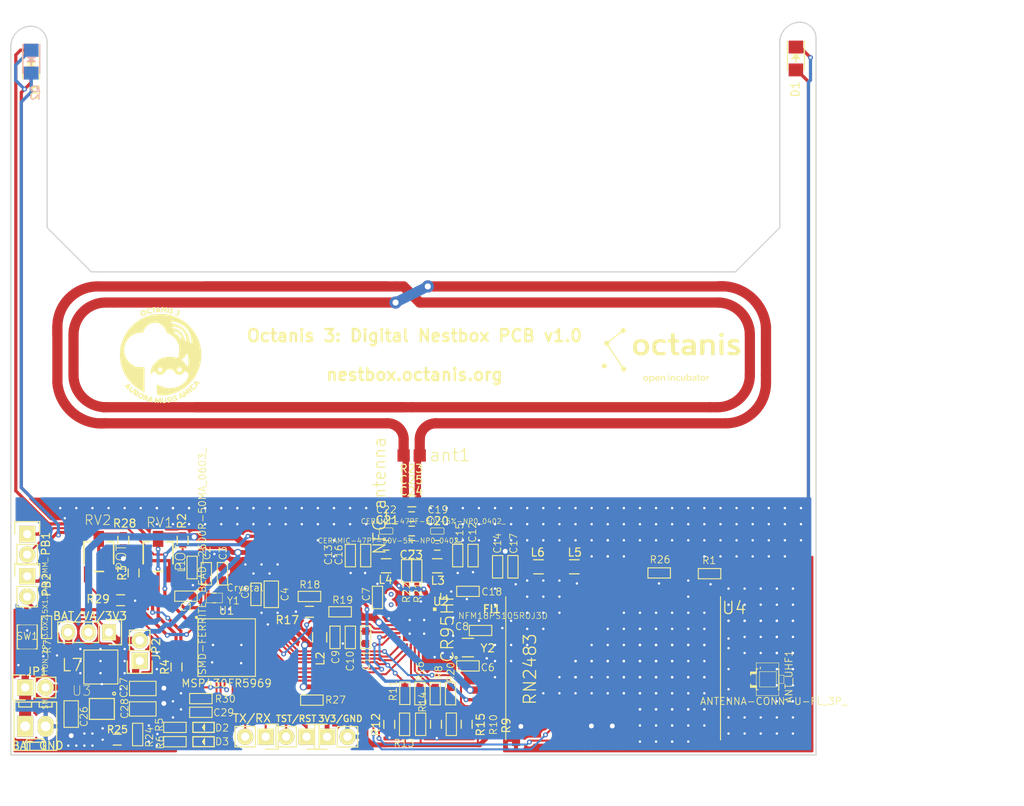
<source format=kicad_pcb>
(kicad_pcb (version 20170123) (host pcbnew "(2017-06-12 revision 19d5cc754)-master")
  (layers (0 F.Cu signal) (31 B.Cu signal) (34 B.Paste user) (35 F.Paste user) (36 B.SilkS user) (37 F.SilkS user) (38 B.Mask user) (39 F.Mask user) (44 Edge.Cuts user))
  (net 0 "")
  (net 1 "Net-(C2-Pad1)")
  (net 2 GND)
  (net 3 "Net-(C3-Pad1)")
  (net 4 +3V3)
  (net 5 "Net-(P1-Pad1)")
  (net 6 "Net-(P1-Pad2)")
  (net 7 +BATT)
  (net 8 /AVCC)
  (net 9 "Net-(C6-Pad1)")
  (net 10 "Net-(C7-Pad1)")
  (net 11 "Net-(C8-Pad1)")
  (net 12 "Net-(C10-Pad1)")
  (net 13 "Net-(C12-Pad1)")
  (net 14 "Net-(C13-Pad2)")
  (net 15 "Net-(C14-Pad2)")
  (net 16 "Net-(C19-Pad2)")
  (net 17 "Net-(C21-Pad1)")
  (net 18 "Net-(D1-Pad2)")
  (net 19 "Net-(FI1-Pad1)")
  (net 20 "Net-(L3-Pad1)")
  (net 21 "Net-(L4-Pad1)")
  (net 22 VDDA)
  (net 23 "Net-(L5-Pad2)")
  (net 24 "Net-(P2-Pad1)")
  (net 25 "Net-(P2-Pad2)")
  (net 26 "Net-(R3-Pad1)")
  (net 27 "Net-(R4-Pad1)")
  (net 28 "Net-(R8-Pad1)")
  (net 29 "Net-(R10-Pad2)")
  (net 30 NFC_IRQ_N)
  (net 31 "Net-(R11-Pad2)")
  (net 32 "Net-(R14-Pad1)")
  (net 33 "Net-(R16-Pad1)")
  (net 34 "Net-(R17-Pad2)")
  (net 35 NFC_WAKEUP_N)
  (net 36 "Net-(R20-Pad1)")
  (net 37 "Net-(R21-Pad1)")
  (net 38 "Net-(R22-Pad1)")
  (net 39 "Net-(R24-Pad1)")
  (net 40 SPI_SCK)
  (net 41 SPI_NFC_SEL_N)
  (net 42 SPI_MOSI)
  (net 43 SPI_MISO)
  (net 44 "Net-(D2-Pad+)")
  (net 45 "Net-(D2-Pad-)")
  (net 46 "Net-(D3-Pad+)")
  (net 47 "Net-(D3-Pad-)")
  (net 48 "Net-(L7-Pad1)")
  (net 49 "Net-(L7-Pad2)")
  (net 50 LORA_RX)
  (net 51 LORA_TX)
  (net 52 "Net-(ANT_UHF1-PadD)")
  (net 53 LORA_RST_N)
  (net 54 "Net-(C26-Pad1)")
  (net 55 "Net-(C27-Pad1)")
  (net 56 /light_barrier_out)
  (net 57 "Net-(PB2-Pad2)")
  (net 58 /light_barrier2_in)
  (net 59 "Net-(R29-Pad1)")
  (net 60 /light_barrier1_in)
  (net 61 "Net-(C29-Pad1)")
  (net 62 "Net-(R30-Pad1)")
  (module Octanis3:stitching_via (layer F.Cu) (at 98.9 127.2)
    (fp_text reference REF** hide)
    (fp_text value stitching_via hide)
    (pad 1 thru_hole circle (at 0 0) (size 0.6 0.6) (drill 0.3) (layers *.Cu) (net 2 GND))
  )
  (module Octanis3:stitching_via (layer F.Cu) (at 97.8 131.5)
    (fp_text reference REF** hide)
    (fp_text value stitching_via hide)
    (pad 1 thru_hole circle (at 0 0) (size 0.6 0.6) (drill 0.3) (layers *.Cu) (net 2 GND))
  )
  (module Octanis3:stitching_via (layer F.Cu) (at 100.9 130.4)
    (fp_text reference REF** hide)
    (fp_text value stitching_via hide)
    (pad 1 thru_hole circle (at 0 0) (size 0.6 0.6) (drill 0.3) (layers *.Cu) (net 2 GND))
  )
  (module Octanis3:stitching_via (layer F.Cu) (at 102.6 130.3)
    (fp_text reference REF** hide)
    (fp_text value stitching_via hide)
    (pad 1 thru_hole circle (at 0 0) (size 0.6 0.6) (drill 0.3) (layers *.Cu) (net 2 GND))
  )
  (module Octanis3:stitching_via (layer F.Cu) (at 149.5 130.5)
    (fp_text reference REF** hide)
    (fp_text value stitching_via hide)
    (pad 1 thru_hole circle (at 0 0) (size 0.6 0.6) (drill 0.3) (layers *.Cu) (net 2 GND))
  )
  (module Octanis3:stitching_via (layer F.Cu) (at 151.5 130.5)
    (fp_text reference REF** hide)
    (fp_text value stitching_via hide)
    (pad 1 thru_hole circle (at 0 0) (size 0.6 0.6) (drill 0.3) (layers *.Cu) (net 2 GND))
  )
  (module Octanis3:stitching_via (layer F.Cu) (at 150.5 130)
    (fp_text reference REF** hide)
    (fp_text value stitching_via hide)
    (pad 1 thru_hole circle (at 0 0) (size 0.6 0.6) (drill 0.3) (layers *.Cu) (net 2 GND))
  )
  (module Octanis3:stitching_via (layer F.Cu) (at 195 116)
    (fp_text reference REF** hide)
    (fp_text value stitching_via hide)
    (pad 1 thru_hole circle (at 0 0) (size 0.6 0.6) (drill 0.3) (layers *.Cu) (net 2 GND))
  )
  (module Octanis3:stitching_via (layer F.Cu) (at 195 114)
    (fp_text reference REF** hide)
    (fp_text value stitching_via hide)
    (pad 1 thru_hole circle (at 0 0) (size 0.6 0.6) (drill 0.3) (layers *.Cu) (net 2 GND))
  )
  (module Octanis3:stitching_via (layer F.Cu) (at 195 112)
    (fp_text reference REF** hide)
    (fp_text value stitching_via hide)
    (pad 1 thru_hole circle (at 0 0) (size 0.6 0.6) (drill 0.3) (layers *.Cu) (net 2 GND))
  )
  (module Octanis3:stitching_via (layer F.Cu) (at 127 120.126)
    (fp_text reference REF** hide)
    (fp_text value stitching_via hide)
    (pad 1 thru_hole circle (at 0 0) (size 0.6 0.6) (drill 0.3) (layers *.Cu) (net 2 GND))
  )
  (module Octanis3:stitching_via (layer F.Cu) (at 128.994 120.126)
    (fp_text reference REF** hide)
    (fp_text value stitching_via hide)
    (pad 1 thru_hole circle (at 0 0) (size 0.6 0.6) (drill 0.3) (layers *.Cu) (net 2 GND))
  )
  (module Octanis3:stitching_via (layer F.Cu) (at 126 122)
    (fp_text reference REF** hide)
    (fp_text value stitching_via hide)
    (pad 1 thru_hole circle (at 0 0) (size 0.6 0.6) (drill 0.3) (layers *.Cu) (net 2 GND))
  )
  (module Octanis3:stitching_via (layer F.Cu) (at 128 125)
    (fp_text reference REF** hide)
    (fp_text value stitching_via hide)
    (pad 1 thru_hole circle (at 0 0) (size 0.6 0.6) (drill 0.3) (layers *.Cu) (net 2 GND))
  )
  (module Octanis3:stitching_via (layer F.Cu) (at 130 125)
    (fp_text reference REF** hide)
    (fp_text value stitching_via hide)
    (pad 1 thru_hole circle (at 0 0) (size 0.6 0.6) (drill 0.3) (layers *.Cu) (net 2 GND))
  )
  (module Octanis3:stitching_via (layer F.Cu) (at 110.5 134.5)
    (fp_text reference REF** hide)
    (fp_text value stitching_via hide)
    (pad 1 thru_hole circle (at 0 0) (size 0.6 0.6) (drill 0.3) (layers *.Cu) (net 2 GND))
  )
  (module Octanis3:stitching_via (layer F.Cu) (at 111 132.5)
    (fp_text reference REF** hide)
    (fp_text value stitching_via hide)
    (pad 1 thru_hole circle (at 0 0) (size 0.6 0.6) (drill 0.3) (layers *.Cu) (net 2 GND))
  )
  (module Octanis3:stitching_via (layer F.Cu) (at 111 131)
    (fp_text reference REF** hide)
    (fp_text value stitching_via hide)
    (pad 1 thru_hole circle (at 0 0) (size 0.6 0.6) (drill 0.3) (layers *.Cu) (net 2 GND))
  )
  (module Octanis3:stitching_via (layer F.Cu) (at 111 129.5)
    (fp_text reference REF** hide)
    (fp_text value stitching_via hide)
    (pad 1 thru_hole circle (at 0 0) (size 0.6 0.6) (drill 0.3) (layers *.Cu) (net 2 GND))
  )
  (module Octanis3:stitching_via (layer F.Cu) (at 108 129.5)
    (fp_text reference REF** hide)
    (fp_text value stitching_via hide)
    (pad 1 thru_hole circle (at 0 0) (size 0.6 0.6) (drill 0.3) (layers *.Cu) (net 2 GND))
  )
  (module Octanis3:stitching_via (layer F.Cu) (at 108 131)
    (fp_text reference REF** hide)
    (fp_text value stitching_via hide)
    (pad 1 thru_hole circle (at 0 0) (size 0.6 0.6) (drill 0.3) (layers *.Cu) (net 2 GND))
  )
  (module Octanis3:stitching_via (layer F.Cu) (at 108 132.5)
    (fp_text reference REF** hide)
    (fp_text value stitching_via hide)
    (pad 1 thru_hole circle (at 0 0) (size 0.6 0.6) (drill 0.3) (layers *.Cu) (net 2 GND))
  )
  (module Octanis3:stitching_via (layer F.Cu) (at 105.5 132.5)
    (fp_text reference REF** hide)
    (fp_text value stitching_via hide)
    (pad 1 thru_hole circle (at 0 0) (size 0.6 0.6) (drill 0.3) (layers *.Cu) (net 2 GND))
  )
  (module Octanis3:stitching_via (layer F.Cu) (at 105.5 131)
    (fp_text reference REF** hide)
    (fp_text value stitching_via hide)
    (pad 1 thru_hole circle (at 0 0) (size 0.6 0.6) (drill 0.3) (layers *.Cu) (net 2 GND))
  )
  (module Octanis3:stitching_via (layer F.Cu) (at 105.5 129.5)
    (fp_text reference REF** hide)
    (fp_text value stitching_via hide)
    (pad 1 thru_hole circle (at 0 0) (size 0.6 0.6) (drill 0.3) (layers *.Cu) (net 2 GND))
  )
  (module Octanis3:stitching_via (layer F.Cu) (at 104 141.5)
    (fp_text reference REF** hide)
    (fp_text value stitching_via hide)
    (pad 1 thru_hole circle (at 0 0) (size 0.6 0.6) (drill 0.3) (layers *.Cu) (net 2 GND))
  )
  (module Octanis3:stitching_via (layer F.Cu) (at 105 141.5)
    (fp_text reference REF** hide)
    (fp_text value stitching_via hide)
    (pad 1 thru_hole circle (at 0 0) (size 0.6 0.6) (drill 0.3) (layers *.Cu) (net 2 GND))
  )
  (module Octanis3:stitching_via (layer F.Cu) (at 106 141.5)
    (fp_text reference REF** hide)
    (fp_text value stitching_via hide)
    (pad 1 thru_hole circle (at 0 0) (size 0.6 0.6) (drill 0.3) (layers *.Cu) (net 2 GND))
  )
  (module Octanis3:stitching_via (layer F.Cu) (at 106 140)
    (fp_text reference REF** hide)
    (fp_text value stitching_via hide)
    (pad 1 thru_hole circle (at 0 0) (size 0.6 0.6) (drill 0.3) (layers *.Cu) (net 2 GND))
  )
  (module Octanis3:stitching_via (layer F.Cu) (at 107 140)
    (fp_text reference REF** hide)
    (fp_text value stitching_via hide)
    (pad 1 thru_hole circle (at 0 0) (size 0.6 0.6) (drill 0.3) (layers *.Cu) (net 2 GND))
  )
  (module Octanis3:stitching_via (layer F.Cu) (at 107 141.5)
    (fp_text reference REF** hide)
    (fp_text value stitching_via hide)
    (pad 1 thru_hole circle (at 0 0) (size 0.6 0.6) (drill 0.3) (layers *.Cu) (net 2 GND))
  )
  (module Octanis3:stitching_via (layer F.Cu) (at 115 141.5)
    (fp_text reference REF** hide)
    (fp_text value stitching_via hide)
    (pad 1 thru_hole circle (at 0 0) (size 0.6 0.6) (drill 0.3) (layers *.Cu) (net 2 GND))
  )
  (module Octanis3:stitching_via (layer F.Cu) (at 114 141)
    (fp_text reference REF** hide)
    (fp_text value stitching_via hide)
    (pad 1 thru_hole circle (at 0 0) (size 0.6 0.6) (drill 0.3) (layers *.Cu) (net 2 GND))
  )
  (module Octanis3:stitching_via (layer F.Cu) (at 114 139)
    (fp_text reference REF** hide)
    (fp_text value stitching_via hide)
    (pad 1 thru_hole circle (at 0 0) (size 0.6 0.6) (drill 0.3) (layers *.Cu) (net 2 GND))
  )
  (module Octanis3:stitching_via (layer F.Cu) (at 115 130)
    (fp_text reference REF** hide)
    (fp_text value stitching_via hide)
    (pad 1 thru_hole circle (at 0 0) (size 0.6 0.6) (drill 0.3) (layers *.Cu) (net 2 GND))
  )
  (module Octanis3:stitching_via (layer F.Cu) (at 115 132)
    (fp_text reference REF** hide)
    (fp_text value stitching_via hide)
    (pad 1 thru_hole circle (at 0 0) (size 0.6 0.6) (drill 0.3) (layers *.Cu) (net 2 GND))
  )
  (module Octanis3:stitching_via (layer F.Cu) (at 118 137)
    (fp_text reference REF** hide)
    (fp_text value stitching_via hide)
    (pad 1 thru_hole circle (at 0 0) (size 0.6 0.6) (drill 0.3) (layers *.Cu) (net 2 GND))
  )
  (module Octanis3:stitching_via (layer F.Cu) (at 118 135)
    (fp_text reference REF** hide)
    (fp_text value stitching_via hide)
    (pad 1 thru_hole circle (at 0 0) (size 0.6 0.6) (drill 0.3) (layers *.Cu) (net 2 GND))
  )
  (module Octanis3:stitching_via (layer F.Cu) (at 117 136)
    (fp_text reference REF** hide)
    (fp_text value stitching_via hide)
    (pad 1 thru_hole circle (at 0 0) (size 0.6 0.6) (drill 0.3) (layers *.Cu) (net 2 GND))
  )
  (module Octanis3:stitching_via (layer F.Cu) (at 117 138)
    (fp_text reference REF** hide)
    (fp_text value stitching_via hide)
    (pad 1 thru_hole circle (at 0 0) (size 0.6 0.6) (drill 0.3) (layers *.Cu) (net 2 GND))
  )
  (module Octanis3:stitching_via (layer F.Cu) (at 137 118)
    (fp_text reference REF** hide)
    (fp_text value stitching_via hide)
    (pad 1 thru_hole circle (at 0 0) (size 0.6 0.6) (drill 0.3) (layers *.Cu) (net 2 GND))
  )
  (module Octanis3:stitching_via (layer F.Cu) (at 135 116)
    (fp_text reference REF** hide)
    (fp_text value stitching_via hide)
    (pad 1 thru_hole circle (at 0 0) (size 0.6 0.6) (drill 0.3) (layers *.Cu) (net 2 GND))
  )
  (module Octanis3:stitching_via (layer F.Cu) (at 137 116)
    (fp_text reference REF** hide)
    (fp_text value stitching_via hide)
    (pad 1 thru_hole circle (at 0 0) (size 0.6 0.6) (drill 0.3) (layers *.Cu) (net 2 GND))
  )
  (module Octanis3:stitching_via (layer F.Cu) (at 130 119)
    (fp_text reference REF** hide)
    (fp_text value stitching_via hide)
    (pad 1 thru_hole circle (at 0 0) (size 0.6 0.6) (drill 0.3) (layers *.Cu) (net 2 GND))
  )
  (module Octanis3:stitching_via (layer F.Cu) (at 128 119)
    (fp_text reference REF** hide)
    (fp_text value stitching_via hide)
    (pad 1 thru_hole circle (at 0 0) (size 0.6 0.6) (drill 0.3) (layers *.Cu) (net 2 GND))
  )
  (module Octanis3:stitching_via (layer F.Cu) (at 126 119)
    (fp_text reference REF** hide)
    (fp_text value stitching_via hide)
    (pad 1 thru_hole circle (at 0 0) (size 0.6 0.6) (drill 0.3) (layers *.Cu) (net 2 GND))
  )
  (module Octanis3:stitching_via (layer F.Cu) (at 137 114)
    (fp_text reference REF** hide)
    (fp_text value stitching_via hide)
    (pad 1 thru_hole circle (at 0 0) (size 0.6 0.6) (drill 0.3) (layers *.Cu) (net 2 GND))
  )
  (module Octanis3:stitching_via (layer F.Cu) (at 135 114)
    (fp_text reference REF** hide)
    (fp_text value stitching_via hide)
    (pad 1 thru_hole circle (at 0 0) (size 0.6 0.6) (drill 0.3) (layers *.Cu) (net 2 GND))
  )
  (module Octanis3:stitching_via (layer F.Cu) (at 141 114)
    (fp_text reference REF** hide)
    (fp_text value stitching_via hide)
    (pad 1 thru_hole circle (at 0 0) (size 0.6 0.6) (drill 0.3) (layers *.Cu) (net 2 GND))
  )
  (module Octanis3:stitching_via (layer F.Cu) (at 139 114)
    (fp_text reference REF** hide)
    (fp_text value stitching_via hide)
    (pad 1 thru_hole circle (at 0 0) (size 0.6 0.6) (drill 0.3) (layers *.Cu) (net 2 GND))
  )
  (module Octanis3:stitching_via (layer F.Cu) (at 117 114)
    (fp_text reference REF** hide)
    (fp_text value stitching_via hide)
    (pad 1 thru_hole circle (at 0 0) (size 0.6 0.6) (drill 0.3) (layers *.Cu) (net 2 GND))
  )
  (module Octanis3:stitching_via (layer F.Cu) (at 119 114)
    (fp_text reference REF** hide)
    (fp_text value stitching_via hide)
    (pad 1 thru_hole circle (at 0 0) (size 0.6 0.6) (drill 0.3) (layers *.Cu) (net 2 GND))
  )
  (module Octanis3:stitching_via (layer F.Cu) (at 133 114)
    (fp_text reference REF** hide)
    (fp_text value stitching_via hide)
    (pad 1 thru_hole circle (at 0 0) (size 0.6 0.6) (drill 0.3) (layers *.Cu) (net 2 GND))
  )
  (module Octanis3:stitching_via (layer F.Cu) (at 131 114)
    (fp_text reference REF** hide)
    (fp_text value stitching_via hide)
    (pad 1 thru_hole circle (at 0 0) (size 0.6 0.6) (drill 0.3) (layers *.Cu) (net 2 GND))
  )
  (module Octanis3:stitching_via (layer F.Cu) (at 129 114)
    (fp_text reference REF** hide)
    (fp_text value stitching_via hide)
    (pad 1 thru_hole circle (at 0 0) (size 0.6 0.6) (drill 0.3) (layers *.Cu) (net 2 GND))
  )
  (module Octanis3:stitching_via (layer F.Cu) (at 127 114)
    (fp_text reference REF** hide)
    (fp_text value stitching_via hide)
    (pad 1 thru_hole circle (at 0 0) (size 0.6 0.6) (drill 0.3) (layers *.Cu) (net 2 GND))
  )
  (module Octanis3:stitching_via (layer F.Cu) (at 123 114)
    (fp_text reference REF** hide)
    (fp_text value stitching_via hide)
    (pad 1 thru_hole circle (at 0 0) (size 0.6 0.6) (drill 0.3) (layers *.Cu) (net 2 GND))
  )
  (module Octanis3:stitching_via (layer F.Cu) (at 121 114)
    (fp_text reference REF** hide)
    (fp_text value stitching_via hide)
    (pad 1 thru_hole circle (at 0 0) (size 0.6 0.6) (drill 0.3) (layers *.Cu) (net 2 GND))
  )
  (module Octanis3:stitching_via (layer F.Cu) (at 125 114)
    (fp_text reference REF** hide)
    (fp_text value stitching_via hide)
    (pad 1 thru_hole circle (at 0 0) (size 0.6 0.6) (drill 0.3) (layers *.Cu) (net 2 GND))
  )
  (module Octanis3:stitching_via (layer F.Cu) (at 115 114)
    (fp_text reference REF** hide)
    (fp_text value stitching_via hide)
    (pad 1 thru_hole circle (at 0 0) (size 0.6 0.6) (drill 0.3) (layers *.Cu) (net 2 GND))
  )
  (module Octanis3:stitching_via (layer F.Cu) (at 125 112)
    (fp_text reference REF** hide)
    (fp_text value stitching_via hide)
    (pad 1 thru_hole circle (at 0 0) (size 0.6 0.6) (drill 0.3) (layers *.Cu) (net 2 GND))
  )
  (module Octanis3:stitching_via (layer F.Cu) (at 123 112)
    (fp_text reference REF** hide)
    (fp_text value stitching_via hide)
    (pad 1 thru_hole circle (at 0 0) (size 0.6 0.6) (drill 0.3) (layers *.Cu) (net 2 GND))
  )
  (module Octanis3:stitching_via (layer F.Cu) (at 129 112)
    (fp_text reference REF** hide)
    (fp_text value stitching_via hide)
    (pad 1 thru_hole circle (at 0 0) (size 0.6 0.6) (drill 0.3) (layers *.Cu) (net 2 GND))
  )
  (module Octanis3:stitching_via (layer F.Cu) (at 127 112)
    (fp_text reference REF** hide)
    (fp_text value stitching_via hide)
    (pad 1 thru_hole circle (at 0 0) (size 0.6 0.6) (drill 0.3) (layers *.Cu) (net 2 GND))
  )
  (module Octanis3:stitching_via (layer F.Cu) (at 105 112)
    (fp_text reference REF** hide)
    (fp_text value stitching_via hide)
    (pad 1 thru_hole circle (at 0 0) (size 0.6 0.6) (drill 0.3) (layers *.Cu) (net 2 GND))
  )
  (module Octanis3:stitching_via (layer F.Cu) (at 107 112)
    (fp_text reference REF** hide)
    (fp_text value stitching_via hide)
    (pad 1 thru_hole circle (at 0 0) (size 0.6 0.6) (drill 0.3) (layers *.Cu) (net 2 GND))
  )
  (module Octanis3:stitching_via (layer F.Cu) (at 121 112)
    (fp_text reference REF** hide)
    (fp_text value stitching_via hide)
    (pad 1 thru_hole circle (at 0 0) (size 0.6 0.6) (drill 0.3) (layers *.Cu) (net 2 GND))
  )
  (module Octanis3:stitching_via (layer F.Cu) (at 119 112)
    (fp_text reference REF** hide)
    (fp_text value stitching_via hide)
    (pad 1 thru_hole circle (at 0 0) (size 0.6 0.6) (drill 0.3) (layers *.Cu) (net 2 GND))
  )
  (module Octanis3:stitching_via (layer F.Cu) (at 117 112)
    (fp_text reference REF** hide)
    (fp_text value stitching_via hide)
    (pad 1 thru_hole circle (at 0 0) (size 0.6 0.6) (drill 0.3) (layers *.Cu) (net 2 GND))
  )
  (module Octanis3:stitching_via (layer F.Cu) (at 115 112)
    (fp_text reference REF** hide)
    (fp_text value stitching_via hide)
    (pad 1 thru_hole circle (at 0 0) (size 0.6 0.6) (drill 0.3) (layers *.Cu) (net 2 GND))
  )
  (module Octanis3:stitching_via (layer F.Cu) (at 111 112)
    (fp_text reference REF** hide)
    (fp_text value stitching_via hide)
    (pad 1 thru_hole circle (at 0 0) (size 0.6 0.6) (drill 0.3) (layers *.Cu) (net 2 GND))
  )
  (module Octanis3:stitching_via (layer F.Cu) (at 109 112)
    (fp_text reference REF** hide)
    (fp_text value stitching_via hide)
    (pad 1 thru_hole circle (at 0 0) (size 0.6 0.6) (drill 0.3) (layers *.Cu) (net 2 GND))
  )
  (module Octanis3:stitching_via (layer F.Cu) (at 113 112)
    (fp_text reference REF** hide)
    (fp_text value stitching_via hide)
    (pad 1 thru_hole circle (at 0 0) (size 0.6 0.6) (drill 0.3) (layers *.Cu) (net 2 GND))
  )
  (module Octanis3:stitching_via (layer F.Cu) (at 103 112)
    (fp_text reference REF** hide)
    (fp_text value stitching_via hide)
    (pad 1 thru_hole circle (at 0 0) (size 0.6 0.6) (drill 0.3) (layers *.Cu) (net 2 GND))
  )
  (module Octanis3:stitching_via (layer F.Cu) (at 137 112)
    (fp_text reference REF** hide)
    (fp_text value stitching_via hide)
    (pad 1 thru_hole circle (at 0 0) (size 0.6 0.6) (drill 0.3) (layers *.Cu) (net 2 GND))
  )
  (module Octanis3:stitching_via (layer F.Cu) (at 135 112)
    (fp_text reference REF** hide)
    (fp_text value stitching_via hide)
    (pad 1 thru_hole circle (at 0 0) (size 0.6 0.6) (drill 0.3) (layers *.Cu) (net 2 GND))
  )
  (module Octanis3:stitching_via (layer F.Cu) (at 141 112)
    (fp_text reference REF** hide)
    (fp_text value stitching_via hide)
    (pad 1 thru_hole circle (at 0 0) (size 0.6 0.6) (drill 0.3) (layers *.Cu) (net 2 GND))
  )
  (module Octanis3:stitching_via (layer F.Cu) (at 139 112)
    (fp_text reference REF** hide)
    (fp_text value stitching_via hide)
    (pad 1 thru_hole circle (at 0 0) (size 0.6 0.6) (drill 0.3) (layers *.Cu) (net 2 GND))
  )
  (module Octanis3:stitching_via (layer F.Cu) (at 117 112)
    (fp_text reference REF** hide)
    (fp_text value stitching_via hide)
    (pad 1 thru_hole circle (at 0 0) (size 0.6 0.6) (drill 0.3) (layers *.Cu) (net 2 GND))
  )
  (module Octanis3:stitching_via (layer F.Cu) (at 119 112)
    (fp_text reference REF** hide)
    (fp_text value stitching_via hide)
    (pad 1 thru_hole circle (at 0 0) (size 0.6 0.6) (drill 0.3) (layers *.Cu) (net 2 GND))
  )
  (module Octanis3:stitching_via (layer F.Cu) (at 133 112)
    (fp_text reference REF** hide)
    (fp_text value stitching_via hide)
    (pad 1 thru_hole circle (at 0 0) (size 0.6 0.6) (drill 0.3) (layers *.Cu) (net 2 GND))
  )
  (module Octanis3:stitching_via (layer F.Cu) (at 131 112)
    (fp_text reference REF** hide)
    (fp_text value stitching_via hide)
    (pad 1 thru_hole circle (at 0 0) (size 0.6 0.6) (drill 0.3) (layers *.Cu) (net 2 GND))
  )
  (module Octanis3:stitching_via (layer F.Cu) (at 129 112)
    (fp_text reference REF** hide)
    (fp_text value stitching_via hide)
    (pad 1 thru_hole circle (at 0 0) (size 0.6 0.6) (drill 0.3) (layers *.Cu) (net 2 GND))
  )
  (module Octanis3:stitching_via (layer F.Cu) (at 127 112)
    (fp_text reference REF** hide)
    (fp_text value stitching_via hide)
    (pad 1 thru_hole circle (at 0 0) (size 0.6 0.6) (drill 0.3) (layers *.Cu) (net 2 GND))
  )
  (module Octanis3:stitching_via (layer F.Cu) (at 123 112)
    (fp_text reference REF** hide)
    (fp_text value stitching_via hide)
    (pad 1 thru_hole circle (at 0 0) (size 0.6 0.6) (drill 0.3) (layers *.Cu) (net 2 GND))
  )
  (module Octanis3:stitching_via (layer F.Cu) (at 121 112)
    (fp_text reference REF** hide)
    (fp_text value stitching_via hide)
    (pad 1 thru_hole circle (at 0 0) (size 0.6 0.6) (drill 0.3) (layers *.Cu) (net 2 GND))
  )
  (module Octanis3:stitching_via (layer F.Cu) (at 125 112)
    (fp_text reference REF** hide)
    (fp_text value stitching_via hide)
    (pad 1 thru_hole circle (at 0 0) (size 0.6 0.6) (drill 0.3) (layers *.Cu) (net 2 GND))
  )
  (module Octanis3:stitching_via (layer F.Cu) (at 115 112)
    (fp_text reference REF** hide)
    (fp_text value stitching_via hide)
    (pad 1 thru_hole circle (at 0 0) (size 0.6 0.6) (drill 0.3) (layers *.Cu) (net 2 GND))
  )
  (module Octanis3:stitching_via (layer F.Cu) (at 155 126)
    (fp_text reference REF** hide)
    (fp_text value stitching_via hide)
    (pad 1 thru_hole circle (at 0 0) (size 0.6 0.6) (drill 0.3) (layers *.Cu) (net 2 GND))
  )
  (module Octanis3:stitching_via (layer F.Cu) (at 157 124)
    (fp_text reference REF** hide)
    (fp_text value stitching_via hide)
    (pad 1 thru_hole circle (at 0 0) (size 0.6 0.6) (drill 0.3) (layers *.Cu) (net 2 GND))
  )
  (module Octanis3:stitching_via (layer F.Cu) (at 157 122)
    (fp_text reference REF** hide)
    (fp_text value stitching_via hide)
    (pad 1 thru_hole circle (at 0 0) (size 0.6 0.6) (drill 0.3) (layers *.Cu) (net 2 GND))
  )
  (module Octanis3:stitching_via (layer F.Cu) (at 157 129)
    (fp_text reference REF** hide)
    (fp_text value stitching_via hide)
    (pad 1 thru_hole circle (at 0 0) (size 0.6 0.6) (drill 0.3) (layers *.Cu) (net 2 GND))
  )
  (module Octanis3:stitching_via (layer F.Cu) (at 157 131)
    (fp_text reference REF** hide)
    (fp_text value stitching_via hide)
    (pad 1 thru_hole circle (at 0 0) (size 0.6 0.6) (drill 0.3) (layers *.Cu) (net 2 GND))
  )
  (module Octanis3:stitching_via (layer F.Cu) (at 159 129)
    (fp_text reference REF** hide)
    (fp_text value stitching_via hide)
    (pad 1 thru_hole circle (at 0 0) (size 0.6 0.6) (drill 0.3) (layers *.Cu) (net 2 GND))
  )
  (module Octanis3:stitching_via (layer F.Cu) (at 159 126)
    (fp_text reference REF** hide)
    (fp_text value stitching_via hide)
    (pad 1 thru_hole circle (at 0 0) (size 0.6 0.6) (drill 0.3) (layers *.Cu) (net 2 GND))
  )
  (module Octanis3:stitching_via (layer F.Cu) (at 161 127)
    (fp_text reference REF** hide)
    (fp_text value stitching_via hide)
    (pad 1 thru_hole circle (at 0 0) (size 0.6 0.6) (drill 0.3) (layers *.Cu) (net 2 GND))
  )
  (module Octanis3:stitching_via (layer F.Cu) (at 161 121)
    (fp_text reference REF** hide)
    (fp_text value stitching_via hide)
    (pad 1 thru_hole circle (at 0 0) (size 0.6 0.6) (drill 0.3) (layers *.Cu) (net 2 GND))
  )
  (module Octanis3:stitching_via (layer F.Cu) (at 161 123)
    (fp_text reference REF** hide)
    (fp_text value stitching_via hide)
    (pad 1 thru_hole circle (at 0 0) (size 0.6 0.6) (drill 0.3) (layers *.Cu) (net 2 GND))
  )
  (module Octanis3:stitching_via (layer F.Cu) (at 161 125)
    (fp_text reference REF** hide)
    (fp_text value stitching_via hide)
    (pad 1 thru_hole circle (at 0 0) (size 0.6 0.6) (drill 0.3) (layers *.Cu) (net 2 GND))
  )
  (module Octanis3:stitching_via (layer F.Cu) (at 163 125)
    (fp_text reference REF** hide)
    (fp_text value stitching_via hide)
    (pad 1 thru_hole circle (at 0 0) (size 0.6 0.6) (drill 0.3) (layers *.Cu) (net 2 GND))
  )
  (module Octanis3:stitching_via (layer F.Cu) (at 163 123)
    (fp_text reference REF** hide)
    (fp_text value stitching_via hide)
    (pad 1 thru_hole circle (at 0 0) (size 0.6 0.6) (drill 0.3) (layers *.Cu) (net 2 GND))
  )
  (module Octanis3:stitching_via (layer F.Cu) (at 163 121)
    (fp_text reference REF** hide)
    (fp_text value stitching_via hide)
    (pad 1 thru_hole circle (at 0 0) (size 0.6 0.6) (drill 0.3) (layers *.Cu) (net 2 GND))
  )
  (module Octanis3:stitching_via (layer F.Cu) (at 165 121)
    (fp_text reference REF** hide)
    (fp_text value stitching_via hide)
    (pad 1 thru_hole circle (at 0 0) (size 0.6 0.6) (drill 0.3) (layers *.Cu) (net 2 GND))
  )
  (module Octanis3:stitching_via (layer F.Cu) (at 165 123)
    (fp_text reference REF** hide)
    (fp_text value stitching_via hide)
    (pad 1 thru_hole circle (at 0 0) (size 0.6 0.6) (drill 0.3) (layers *.Cu) (net 2 GND))
  )
  (module Octanis3:stitching_via (layer F.Cu) (at 165 125)
    (fp_text reference REF** hide)
    (fp_text value stitching_via hide)
    (pad 1 thru_hole circle (at 0 0) (size 0.6 0.6) (drill 0.3) (layers *.Cu) (net 2 GND))
  )
  (module Octanis3:stitching_via (layer F.Cu) (at 163 127)
    (fp_text reference REF** hide)
    (fp_text value stitching_via hide)
    (pad 1 thru_hole circle (at 0 0) (size 0.6 0.6) (drill 0.3) (layers *.Cu) (net 2 GND))
  )
  (module Octanis3:stitching_via (layer F.Cu) (at 161 129)
    (fp_text reference REF** hide)
    (fp_text value stitching_via hide)
    (pad 1 thru_hole circle (at 0 0) (size 0.6 0.6) (drill 0.3) (layers *.Cu) (net 2 GND))
  )
  (module Octanis3:stitching_via (layer F.Cu) (at 159 131)
    (fp_text reference REF** hide)
    (fp_text value stitching_via hide)
    (pad 1 thru_hole circle (at 0 0) (size 0.6 0.6) (drill 0.3) (layers *.Cu) (net 2 GND))
  )
  (module Octanis3:stitching_via (layer F.Cu) (at 157 133)
    (fp_text reference REF** hide)
    (fp_text value stitching_via hide)
    (pad 1 thru_hole circle (at 0 0) (size 0.6 0.6) (drill 0.3) (layers *.Cu) (net 2 GND))
  )
  (module Octanis3:stitching_via (layer F.Cu) (at 181 121)
    (fp_text reference REF** hide)
    (fp_text value stitching_via hide)
    (pad 1 thru_hole circle (at 0 0) (size 0.6 0.6) (drill 0.3) (layers *.Cu) (net 2 GND))
  )
  (module Octanis3:stitching_via (layer F.Cu) (at 181 123)
    (fp_text reference REF** hide)
    (fp_text value stitching_via hide)
    (pad 1 thru_hole circle (at 0 0) (size 0.6 0.6) (drill 0.3) (layers *.Cu) (net 2 GND))
  )
  (module Octanis3:stitching_via (layer F.Cu) (at 173 125)
    (fp_text reference REF** hide)
    (fp_text value stitching_via hide)
    (pad 1 thru_hole circle (at 0 0) (size 0.6 0.6) (drill 0.3) (layers *.Cu) (net 2 GND))
  )
  (module Octanis3:stitching_via (layer F.Cu) (at 167 131)
    (fp_text reference REF** hide)
    (fp_text value stitching_via hide)
    (pad 1 thru_hole circle (at 0 0) (size 0.6 0.6) (drill 0.3) (layers *.Cu) (net 2 GND))
  )
  (module Octanis3:stitching_via (layer F.Cu) (at 167 131)
    (fp_text reference REF** hide)
    (fp_text value stitching_via hide)
    (pad 1 thru_hole circle (at 0 0) (size 0.6 0.6) (drill 0.3) (layers *.Cu) (net 2 GND))
  )
  (module Octanis3:stitching_via (layer F.Cu) (at 167 133)
    (fp_text reference REF** hide)
    (fp_text value stitching_via hide)
    (pad 1 thru_hole circle (at 0 0) (size 0.6 0.6) (drill 0.3) (layers *.Cu) (net 2 GND))
  )
  (module Octanis3:stitching_via (layer F.Cu) (at 167 133)
    (fp_text reference REF** hide)
    (fp_text value stitching_via hide)
    (pad 1 thru_hole circle (at 0 0) (size 0.6 0.6) (drill 0.3) (layers *.Cu) (net 2 GND))
  )
  (module Octanis3:stitching_via (layer F.Cu) (at 167 133)
    (fp_text reference REF** hide)
    (fp_text value stitching_via hide)
    (pad 1 thru_hole circle (at 0 0) (size 0.6 0.6) (drill 0.3) (layers *.Cu) (net 2 GND))
  )
  (module Octanis3:stitching_via (layer F.Cu) (at 167 131)
    (fp_text reference REF** hide)
    (fp_text value stitching_via hide)
    (pad 1 thru_hole circle (at 0 0) (size 0.6 0.6) (drill 0.3) (layers *.Cu) (net 2 GND))
  )
  (module Octanis3:stitching_via (layer F.Cu) (at 165 133)
    (fp_text reference REF** hide)
    (fp_text value stitching_via hide)
    (pad 1 thru_hole circle (at 0 0) (size 0.6 0.6) (drill 0.3) (layers *.Cu) (net 2 GND))
  )
  (module Octanis3:stitching_via (layer F.Cu) (at 165 135)
    (fp_text reference REF** hide)
    (fp_text value stitching_via hide)
    (pad 1 thru_hole circle (at 0 0) (size 0.6 0.6) (drill 0.3) (layers *.Cu) (net 2 GND))
  )
  (module Octanis3:stitching_via (layer F.Cu) (at 167 135)
    (fp_text reference REF** hide)
    (fp_text value stitching_via hide)
    (pad 1 thru_hole circle (at 0 0) (size 0.6 0.6) (drill 0.3) (layers *.Cu) (net 2 GND))
  )
  (module Octanis3:stitching_via (layer F.Cu) (at 167 133)
    (fp_text reference REF** hide)
    (fp_text value stitching_via hide)
    (pad 1 thru_hole circle (at 0 0) (size 0.6 0.6) (drill 0.3) (layers *.Cu) (net 2 GND))
  )
  (module Octanis3:stitching_via (layer F.Cu) (at 177 139)
    (fp_text reference REF** hide)
    (fp_text value stitching_via hide)
    (pad 1 thru_hole circle (at 0 0) (size 0.6 0.6) (drill 0.3) (layers *.Cu) (net 2 GND))
  )
  (module Octanis3:stitching_via (layer F.Cu) (at 175 141)
    (fp_text reference REF** hide)
    (fp_text value stitching_via hide)
    (pad 1 thru_hole circle (at 0 0) (size 0.6 0.6) (drill 0.3) (layers *.Cu) (net 2 GND))
  )
  (module Octanis3:stitching_via (layer F.Cu) (at 175 139)
    (fp_text reference REF** hide)
    (fp_text value stitching_via hide)
    (pad 1 thru_hole circle (at 0 0) (size 0.6 0.6) (drill 0.3) (layers *.Cu) (net 2 GND))
  )
  (module Octanis3:stitching_via (layer F.Cu) (at 177 141)
    (fp_text reference REF** hide)
    (fp_text value stitching_via hide)
    (pad 1 thru_hole circle (at 0 0) (size 0.6 0.6) (drill 0.3) (layers *.Cu) (net 2 GND))
  )
  (module Octanis3:stitching_via (layer F.Cu) (at 175 137)
    (fp_text reference REF** hide)
    (fp_text value stitching_via hide)
    (pad 1 thru_hole circle (at 0 0) (size 0.6 0.6) (drill 0.3) (layers *.Cu) (net 2 GND))
  )
  (module Octanis3:stitching_via (layer F.Cu) (at 177 133)
    (fp_text reference REF** hide)
    (fp_text value stitching_via hide)
    (pad 1 thru_hole circle (at 0 0) (size 0.6 0.6) (drill 0.3) (layers *.Cu) (net 2 GND))
  )
  (module Octanis3:stitching_via (layer F.Cu) (at 175 133)
    (fp_text reference REF** hide)
    (fp_text value stitching_via hide)
    (pad 1 thru_hole circle (at 0 0) (size 0.6 0.6) (drill 0.3) (layers *.Cu) (net 2 GND))
  )
  (module Octanis3:stitching_via (layer F.Cu) (at 175 135)
    (fp_text reference REF** hide)
    (fp_text value stitching_via hide)
    (pad 1 thru_hole circle (at 0 0) (size 0.6 0.6) (drill 0.3) (layers *.Cu) (net 2 GND))
  )
  (module Octanis3:stitching_via (layer F.Cu) (at 175 137)
    (fp_text reference REF** hide)
    (fp_text value stitching_via hide)
    (pad 1 thru_hole circle (at 0 0) (size 0.6 0.6) (drill 0.3) (layers *.Cu) (net 2 GND))
  )
  (module Octanis3:stitching_via (layer F.Cu) (at 175 137)
    (fp_text reference REF** hide)
    (fp_text value stitching_via hide)
    (pad 1 thru_hole circle (at 0 0) (size 0.6 0.6) (drill 0.3) (layers *.Cu) (net 2 GND))
  )
  (module Octanis3:stitching_via (layer F.Cu) (at 181 137)
    (fp_text reference REF** hide)
    (fp_text value stitching_via hide)
    (pad 1 thru_hole circle (at 0 0) (size 0.6 0.6) (drill 0.3) (layers *.Cu) (net 2 GND))
  )
  (module Octanis3:stitching_via (layer F.Cu) (at 181 137)
    (fp_text reference REF** hide)
    (fp_text value stitching_via hide)
    (pad 1 thru_hole circle (at 0 0) (size 0.6 0.6) (drill 0.3) (layers *.Cu) (net 2 GND))
  )
  (module Octanis3:stitching_via (layer F.Cu) (at 183 135)
    (fp_text reference REF** hide)
    (fp_text value stitching_via hide)
    (pad 1 thru_hole circle (at 0 0) (size 0.6 0.6) (drill 0.3) (layers *.Cu) (net 2 GND))
  )
  (module Octanis3:stitching_via (layer F.Cu) (at 181 135)
    (fp_text reference REF** hide)
    (fp_text value stitching_via hide)
    (pad 1 thru_hole circle (at 0 0) (size 0.6 0.6) (drill 0.3) (layers *.Cu) (net 2 GND))
  )
  (module Octanis3:stitching_via (layer F.Cu) (at 179 137)
    (fp_text reference REF** hide)
    (fp_text value stitching_via hide)
    (pad 1 thru_hole circle (at 0 0) (size 0.6 0.6) (drill 0.3) (layers *.Cu) (net 2 GND))
  )
  (module Octanis3:stitching_via (layer F.Cu) (at 177 137)
    (fp_text reference REF** hide)
    (fp_text value stitching_via hide)
    (pad 1 thru_hole circle (at 0 0) (size 0.6 0.6) (drill 0.3) (layers *.Cu) (net 2 GND))
  )
  (module Octanis3:stitching_via (layer F.Cu) (at 177 137)
    (fp_text reference REF** hide)
    (fp_text value stitching_via hide)
    (pad 1 thru_hole circle (at 0 0) (size 0.6 0.6) (drill 0.3) (layers *.Cu) (net 2 GND))
  )
  (module Octanis3:stitching_via (layer F.Cu) (at 177 137)
    (fp_text reference REF** hide)
    (fp_text value stitching_via hide)
    (pad 1 thru_hole circle (at 0 0) (size 0.6 0.6) (drill 0.3) (layers *.Cu) (net 2 GND))
  )
  (module Octanis3:stitching_via (layer F.Cu) (at 179 135)
    (fp_text reference REF** hide)
    (fp_text value stitching_via hide)
    (pad 1 thru_hole circle (at 0 0) (size 0.6 0.6) (drill 0.3) (layers *.Cu) (net 2 GND))
  )
  (module Octanis3:stitching_via (layer F.Cu) (at 177 135)
    (fp_text reference REF** hide)
    (fp_text value stitching_via hide)
    (pad 1 thru_hole circle (at 0 0) (size 0.6 0.6) (drill 0.3) (layers *.Cu) (net 2 GND))
  )
  (module Octanis3:stitching_via (layer F.Cu) (at 179 137)
    (fp_text reference REF** hide)
    (fp_text value stitching_via hide)
    (pad 1 thru_hole circle (at 0 0) (size 0.6 0.6) (drill 0.3) (layers *.Cu) (net 2 GND))
  )
  (module Octanis3:stitching_via (layer F.Cu) (at 179 137)
    (fp_text reference REF** hide)
    (fp_text value stitching_via hide)
    (pad 1 thru_hole circle (at 0 0) (size 0.6 0.6) (drill 0.3) (layers *.Cu) (net 2 GND))
  )
  (module Octanis3:stitching_via (layer F.Cu) (at 179 141)
    (fp_text reference REF** hide)
    (fp_text value stitching_via hide)
    (pad 1 thru_hole circle (at 0 0) (size 0.6 0.6) (drill 0.3) (layers *.Cu) (net 2 GND))
  )
  (module Octanis3:stitching_via (layer F.Cu) (at 179 139)
    (fp_text reference REF** hide)
    (fp_text value stitching_via hide)
    (pad 1 thru_hole circle (at 0 0) (size 0.6 0.6) (drill 0.3) (layers *.Cu) (net 2 GND))
  )
  (module Octanis3:stitching_via (layer F.Cu) (at 179 141)
    (fp_text reference REF** hide)
    (fp_text value stitching_via hide)
    (pad 1 thru_hole circle (at 0 0) (size 0.6 0.6) (drill 0.3) (layers *.Cu) (net 2 GND))
  )
  (module Octanis3:stitching_via (layer F.Cu) (at 181 141)
    (fp_text reference REF** hide)
    (fp_text value stitching_via hide)
    (pad 1 thru_hole circle (at 0 0) (size 0.6 0.6) (drill 0.3) (layers *.Cu) (net 2 GND))
  )
  (module Octanis3:stitching_via (layer F.Cu) (at 181 139)
    (fp_text reference REF** hide)
    (fp_text value stitching_via hide)
    (pad 1 thru_hole circle (at 0 0) (size 0.6 0.6) (drill 0.3) (layers *.Cu) (net 2 GND))
  )
  (module Octanis3:stitching_via (layer F.Cu) (at 179 139)
    (fp_text reference REF** hide)
    (fp_text value stitching_via hide)
    (pad 1 thru_hole circle (at 0 0) (size 0.6 0.6) (drill 0.3) (layers *.Cu) (net 2 GND))
  )
  (module Octanis3:stitching_via (layer F.Cu) (at 183 137)
    (fp_text reference REF** hide)
    (fp_text value stitching_via hide)
    (pad 1 thru_hole circle (at 0 0) (size 0.6 0.6) (drill 0.3) (layers *.Cu) (net 2 GND))
  )
  (module Octanis3:stitching_via (layer F.Cu) (at 183 139)
    (fp_text reference REF** hide)
    (fp_text value stitching_via hide)
    (pad 1 thru_hole circle (at 0 0) (size 0.6 0.6) (drill 0.3) (layers *.Cu) (net 2 GND))
  )
  (module Octanis3:stitching_via (layer F.Cu) (at 183 137)
    (fp_text reference REF** hide)
    (fp_text value stitching_via hide)
    (pad 1 thru_hole circle (at 0 0) (size 0.6 0.6) (drill 0.3) (layers *.Cu) (net 2 GND))
  )
  (module Octanis3:stitching_via (layer F.Cu) (at 181 133)
    (fp_text reference REF** hide)
    (fp_text value stitching_via hide)
    (pad 1 thru_hole circle (at 0 0) (size 0.6 0.6) (drill 0.3) (layers *.Cu) (net 2 GND))
  )
  (module Octanis3:stitching_via (layer F.Cu) (at 183 133)
    (fp_text reference REF** hide)
    (fp_text value stitching_via hide)
    (pad 1 thru_hole circle (at 0 0) (size 0.6 0.6) (drill 0.3) (layers *.Cu) (net 2 GND))
  )
  (module Octanis3:stitching_via (layer F.Cu) (at 179 133)
    (fp_text reference REF** hide)
    (fp_text value stitching_via hide)
    (pad 1 thru_hole circle (at 0 0) (size 0.6 0.6) (drill 0.3) (layers *.Cu) (net 2 GND))
  )
  (module Octanis3:stitching_via (layer F.Cu) (at 171 133)
    (fp_text reference REF** hide)
    (fp_text value stitching_via hide)
    (pad 1 thru_hole circle (at 0 0) (size 0.6 0.6) (drill 0.3) (layers *.Cu) (net 2 GND))
  )
  (module Octanis3:stitching_via (layer F.Cu) (at 169 135)
    (fp_text reference REF** hide)
    (fp_text value stitching_via hide)
    (pad 1 thru_hole circle (at 0 0) (size 0.6 0.6) (drill 0.3) (layers *.Cu) (net 2 GND))
  )
  (module Octanis3:stitching_via (layer F.Cu) (at 169 133)
    (fp_text reference REF** hide)
    (fp_text value stitching_via hide)
    (pad 1 thru_hole circle (at 0 0) (size 0.6 0.6) (drill 0.3) (layers *.Cu) (net 2 GND))
  )
  (module Octanis3:stitching_via (layer F.Cu) (at 171 135)
    (fp_text reference REF** hide)
    (fp_text value stitching_via hide)
    (pad 1 thru_hole circle (at 0 0) (size 0.6 0.6) (drill 0.3) (layers *.Cu) (net 2 GND))
  )
  (module Octanis3:stitching_via (layer F.Cu) (at 169 131)
    (fp_text reference REF** hide)
    (fp_text value stitching_via hide)
    (pad 1 thru_hole circle (at 0 0) (size 0.6 0.6) (drill 0.3) (layers *.Cu) (net 2 GND))
  )
  (module Octanis3:stitching_via (layer F.Cu) (at 171 127)
    (fp_text reference REF** hide)
    (fp_text value stitching_via hide)
    (pad 1 thru_hole circle (at 0 0) (size 0.6 0.6) (drill 0.3) (layers *.Cu) (net 2 GND))
  )
  (module Octanis3:stitching_via (layer F.Cu) (at 163 135)
    (fp_text reference REF** hide)
    (fp_text value stitching_via hide)
    (pad 1 thru_hole circle (at 0 0) (size 0.6 0.6) (drill 0.3) (layers *.Cu) (net 2 GND))
  )
  (module Octanis3:stitching_via (layer F.Cu) (at 169 129)
    (fp_text reference REF** hide)
    (fp_text value stitching_via hide)
    (pad 1 thru_hole circle (at 0 0) (size 0.6 0.6) (drill 0.3) (layers *.Cu) (net 2 GND))
  )
  (module Octanis3:stitching_via (layer F.Cu) (at 169 131)
    (fp_text reference REF** hide)
    (fp_text value stitching_via hide)
    (pad 1 thru_hole circle (at 0 0) (size 0.6 0.6) (drill 0.3) (layers *.Cu) (net 2 GND))
  )
  (module Octanis3:stitching_via (layer F.Cu) (at 169 131)
    (fp_text reference REF** hide)
    (fp_text value stitching_via hide)
    (pad 1 thru_hole circle (at 0 0) (size 0.6 0.6) (drill 0.3) (layers *.Cu) (net 2 GND))
  )
  (module Octanis3:stitching_via (layer F.Cu) (at 175 131)
    (fp_text reference REF** hide)
    (fp_text value stitching_via hide)
    (pad 1 thru_hole circle (at 0 0) (size 0.6 0.6) (drill 0.3) (layers *.Cu) (net 2 GND))
  )
  (module Octanis3:stitching_via (layer F.Cu) (at 175 131)
    (fp_text reference REF** hide)
    (fp_text value stitching_via hide)
    (pad 1 thru_hole circle (at 0 0) (size 0.6 0.6) (drill 0.3) (layers *.Cu) (net 2 GND))
  )
  (module Octanis3:stitching_via (layer F.Cu) (at 177 129)
    (fp_text reference REF** hide)
    (fp_text value stitching_via hide)
    (pad 1 thru_hole circle (at 0 0) (size 0.6 0.6) (drill 0.3) (layers *.Cu) (net 2 GND))
  )
  (module Octanis3:stitching_via (layer F.Cu) (at 175 129)
    (fp_text reference REF** hide)
    (fp_text value stitching_via hide)
    (pad 1 thru_hole circle (at 0 0) (size 0.6 0.6) (drill 0.3) (layers *.Cu) (net 2 GND))
  )
  (module Octanis3:stitching_via (layer F.Cu) (at 173 131)
    (fp_text reference REF** hide)
    (fp_text value stitching_via hide)
    (pad 1 thru_hole circle (at 0 0) (size 0.6 0.6) (drill 0.3) (layers *.Cu) (net 2 GND))
  )
  (module Octanis3:stitching_via (layer F.Cu) (at 171 131)
    (fp_text reference REF** hide)
    (fp_text value stitching_via hide)
    (pad 1 thru_hole circle (at 0 0) (size 0.6 0.6) (drill 0.3) (layers *.Cu) (net 2 GND))
  )
  (module Octanis3:stitching_via (layer F.Cu) (at 171 131)
    (fp_text reference REF** hide)
    (fp_text value stitching_via hide)
    (pad 1 thru_hole circle (at 0 0) (size 0.6 0.6) (drill 0.3) (layers *.Cu) (net 2 GND))
  )
  (module Octanis3:stitching_via (layer F.Cu) (at 171 131)
    (fp_text reference REF** hide)
    (fp_text value stitching_via hide)
    (pad 1 thru_hole circle (at 0 0) (size 0.6 0.6) (drill 0.3) (layers *.Cu) (net 2 GND))
  )
  (module Octanis3:stitching_via (layer F.Cu) (at 173 129)
    (fp_text reference REF** hide)
    (fp_text value stitching_via hide)
    (pad 1 thru_hole circle (at 0 0) (size 0.6 0.6) (drill 0.3) (layers *.Cu) (net 2 GND))
  )
  (module Octanis3:stitching_via (layer F.Cu) (at 171 129)
    (fp_text reference REF** hide)
    (fp_text value stitching_via hide)
    (pad 1 thru_hole circle (at 0 0) (size 0.6 0.6) (drill 0.3) (layers *.Cu) (net 2 GND))
  )
  (module Octanis3:stitching_via (layer F.Cu) (at 173 131)
    (fp_text reference REF** hide)
    (fp_text value stitching_via hide)
    (pad 1 thru_hole circle (at 0 0) (size 0.6 0.6) (drill 0.3) (layers *.Cu) (net 2 GND))
  )
  (module Octanis3:stitching_via (layer F.Cu) (at 173 131)
    (fp_text reference REF** hide)
    (fp_text value stitching_via hide)
    (pad 1 thru_hole circle (at 0 0) (size 0.6 0.6) (drill 0.3) (layers *.Cu) (net 2 GND))
  )
  (module Octanis3:stitching_via (layer F.Cu) (at 173 135)
    (fp_text reference REF** hide)
    (fp_text value stitching_via hide)
    (pad 1 thru_hole circle (at 0 0) (size 0.6 0.6) (drill 0.3) (layers *.Cu) (net 2 GND))
  )
  (module Octanis3:stitching_via (layer F.Cu) (at 173 133)
    (fp_text reference REF** hide)
    (fp_text value stitching_via hide)
    (pad 1 thru_hole circle (at 0 0) (size 0.6 0.6) (drill 0.3) (layers *.Cu) (net 2 GND))
  )
  (module Octanis3:stitching_via (layer F.Cu) (at 173 135)
    (fp_text reference REF** hide)
    (fp_text value stitching_via hide)
    (pad 1 thru_hole circle (at 0 0) (size 0.6 0.6) (drill 0.3) (layers *.Cu) (net 2 GND))
  )
  (module Octanis3:stitching_via (layer F.Cu) (at 175 135)
    (fp_text reference REF** hide)
    (fp_text value stitching_via hide)
    (pad 1 thru_hole circle (at 0 0) (size 0.6 0.6) (drill 0.3) (layers *.Cu) (net 2 GND))
  )
  (module Octanis3:stitching_via (layer F.Cu) (at 175 133)
    (fp_text reference REF** hide)
    (fp_text value stitching_via hide)
    (pad 1 thru_hole circle (at 0 0) (size 0.6 0.6) (drill 0.3) (layers *.Cu) (net 2 GND))
  )
  (module Octanis3:stitching_via (layer F.Cu) (at 173 133)
    (fp_text reference REF** hide)
    (fp_text value stitching_via hide)
    (pad 1 thru_hole circle (at 0 0) (size 0.6 0.6) (drill 0.3) (layers *.Cu) (net 2 GND))
  )
  (module Octanis3:stitching_via (layer F.Cu) (at 177 135)
    (fp_text reference REF** hide)
    (fp_text value stitching_via hide)
    (pad 1 thru_hole circle (at 0 0) (size 0.6 0.6) (drill 0.3) (layers *.Cu) (net 2 GND))
  )
  (module Octanis3:stitching_via (layer F.Cu) (at 177 131)
    (fp_text reference REF** hide)
    (fp_text value stitching_via hide)
    (pad 1 thru_hole circle (at 0 0) (size 0.6 0.6) (drill 0.3) (layers *.Cu) (net 2 GND))
  )
  (module Octanis3:stitching_via (layer F.Cu) (at 177 133)
    (fp_text reference REF** hide)
    (fp_text value stitching_via hide)
    (pad 1 thru_hole circle (at 0 0) (size 0.6 0.6) (drill 0.3) (layers *.Cu) (net 2 GND))
  )
  (module Octanis3:stitching_via (layer F.Cu) (at 177 131)
    (fp_text reference REF** hide)
    (fp_text value stitching_via hide)
    (pad 1 thru_hole circle (at 0 0) (size 0.6 0.6) (drill 0.3) (layers *.Cu) (net 2 GND))
  )
  (module Octanis3:stitching_via (layer F.Cu) (at 175 127)
    (fp_text reference REF** hide)
    (fp_text value stitching_via hide)
    (pad 1 thru_hole circle (at 0 0) (size 0.6 0.6) (drill 0.3) (layers *.Cu) (net 2 GND))
  )
  (module Octanis3:stitching_via (layer F.Cu) (at 177 127)
    (fp_text reference REF** hide)
    (fp_text value stitching_via hide)
    (pad 1 thru_hole circle (at 0 0) (size 0.6 0.6) (drill 0.3) (layers *.Cu) (net 2 GND))
  )
  (module Octanis3:stitching_via (layer F.Cu) (at 173 127)
    (fp_text reference REF** hide)
    (fp_text value stitching_via hide)
    (pad 1 thru_hole circle (at 0 0) (size 0.6 0.6) (drill 0.3) (layers *.Cu) (net 2 GND))
  )
  (module Octanis3:stitching_via (layer F.Cu) (at 177 131)
    (fp_text reference REF** hide)
    (fp_text value stitching_via hide)
    (pad 1 thru_hole circle (at 0 0) (size 0.6 0.6) (drill 0.3) (layers *.Cu) (net 2 GND))
  )
  (module Octanis3:stitching_via (layer F.Cu) (at 175 133)
    (fp_text reference REF** hide)
    (fp_text value stitching_via hide)
    (pad 1 thru_hole circle (at 0 0) (size 0.6 0.6) (drill 0.3) (layers *.Cu) (net 2 GND))
  )
  (module Octanis3:stitching_via (layer F.Cu) (at 175 131)
    (fp_text reference REF** hide)
    (fp_text value stitching_via hide)
    (pad 1 thru_hole circle (at 0 0) (size 0.6 0.6) (drill 0.3) (layers *.Cu) (net 2 GND))
  )
  (module Octanis3:stitching_via (layer F.Cu) (at 177 133)
    (fp_text reference REF** hide)
    (fp_text value stitching_via hide)
    (pad 1 thru_hole circle (at 0 0) (size 0.6 0.6) (drill 0.3) (layers *.Cu) (net 2 GND))
  )
  (module Octanis3:stitching_via (layer F.Cu) (at 175 129)
    (fp_text reference REF** hide)
    (fp_text value stitching_via hide)
    (pad 1 thru_hole circle (at 0 0) (size 0.6 0.6) (drill 0.3) (layers *.Cu) (net 2 GND))
  )
  (module Octanis3:stitching_via (layer F.Cu) (at 177 125)
    (fp_text reference REF** hide)
    (fp_text value stitching_via hide)
    (pad 1 thru_hole circle (at 0 0) (size 0.6 0.6) (drill 0.3) (layers *.Cu) (net 2 GND))
  )
  (module Octanis3:stitching_via (layer F.Cu) (at 175 125)
    (fp_text reference REF** hide)
    (fp_text value stitching_via hide)
    (pad 1 thru_hole circle (at 0 0) (size 0.6 0.6) (drill 0.3) (layers *.Cu) (net 2 GND))
  )
  (module Octanis3:stitching_via (layer F.Cu) (at 175 127)
    (fp_text reference REF** hide)
    (fp_text value stitching_via hide)
    (pad 1 thru_hole circle (at 0 0) (size 0.6 0.6) (drill 0.3) (layers *.Cu) (net 2 GND))
  )
  (module Octanis3:stitching_via (layer F.Cu) (at 175 129)
    (fp_text reference REF** hide)
    (fp_text value stitching_via hide)
    (pad 1 thru_hole circle (at 0 0) (size 0.6 0.6) (drill 0.3) (layers *.Cu) (net 2 GND))
  )
  (module Octanis3:stitching_via (layer F.Cu) (at 175 129)
    (fp_text reference REF** hide)
    (fp_text value stitching_via hide)
    (pad 1 thru_hole circle (at 0 0) (size 0.6 0.6) (drill 0.3) (layers *.Cu) (net 2 GND))
  )
  (module Octanis3:stitching_via (layer F.Cu) (at 181 129)
    (fp_text reference REF** hide)
    (fp_text value stitching_via hide)
    (pad 1 thru_hole circle (at 0 0) (size 0.6 0.6) (drill 0.3) (layers *.Cu) (net 2 GND))
  )
  (module Octanis3:stitching_via (layer F.Cu) (at 181 129)
    (fp_text reference REF** hide)
    (fp_text value stitching_via hide)
    (pad 1 thru_hole circle (at 0 0) (size 0.6 0.6) (drill 0.3) (layers *.Cu) (net 2 GND))
  )
  (module Octanis3:stitching_via (layer F.Cu) (at 183 127)
    (fp_text reference REF** hide)
    (fp_text value stitching_via hide)
    (pad 1 thru_hole circle (at 0 0) (size 0.6 0.6) (drill 0.3) (layers *.Cu) (net 2 GND))
  )
  (module Octanis3:stitching_via (layer F.Cu) (at 181 127)
    (fp_text reference REF** hide)
    (fp_text value stitching_via hide)
    (pad 1 thru_hole circle (at 0 0) (size 0.6 0.6) (drill 0.3) (layers *.Cu) (net 2 GND))
  )
  (module Octanis3:stitching_via (layer F.Cu) (at 179 129)
    (fp_text reference REF** hide)
    (fp_text value stitching_via hide)
    (pad 1 thru_hole circle (at 0 0) (size 0.6 0.6) (drill 0.3) (layers *.Cu) (net 2 GND))
  )
  (module Octanis3:stitching_via (layer F.Cu) (at 177 129)
    (fp_text reference REF** hide)
    (fp_text value stitching_via hide)
    (pad 1 thru_hole circle (at 0 0) (size 0.6 0.6) (drill 0.3) (layers *.Cu) (net 2 GND))
  )
  (module Octanis3:stitching_via (layer F.Cu) (at 177 129)
    (fp_text reference REF** hide)
    (fp_text value stitching_via hide)
    (pad 1 thru_hole circle (at 0 0) (size 0.6 0.6) (drill 0.3) (layers *.Cu) (net 2 GND))
  )
  (module Octanis3:stitching_via (layer F.Cu) (at 177 129)
    (fp_text reference REF** hide)
    (fp_text value stitching_via hide)
    (pad 1 thru_hole circle (at 0 0) (size 0.6 0.6) (drill 0.3) (layers *.Cu) (net 2 GND))
  )
  (module Octanis3:stitching_via (layer F.Cu) (at 179 127)
    (fp_text reference REF** hide)
    (fp_text value stitching_via hide)
    (pad 1 thru_hole circle (at 0 0) (size 0.6 0.6) (drill 0.3) (layers *.Cu) (net 2 GND))
  )
  (module Octanis3:stitching_via (layer F.Cu) (at 177 127)
    (fp_text reference REF** hide)
    (fp_text value stitching_via hide)
    (pad 1 thru_hole circle (at 0 0) (size 0.6 0.6) (drill 0.3) (layers *.Cu) (net 2 GND))
  )
  (module Octanis3:stitching_via (layer F.Cu) (at 179 129)
    (fp_text reference REF** hide)
    (fp_text value stitching_via hide)
    (pad 1 thru_hole circle (at 0 0) (size 0.6 0.6) (drill 0.3) (layers *.Cu) (net 2 GND))
  )
  (module Octanis3:stitching_via (layer F.Cu) (at 179 129)
    (fp_text reference REF** hide)
    (fp_text value stitching_via hide)
    (pad 1 thru_hole circle (at 0 0) (size 0.6 0.6) (drill 0.3) (layers *.Cu) (net 2 GND))
  )
  (module Octanis3:stitching_via (layer F.Cu) (at 179 133)
    (fp_text reference REF** hide)
    (fp_text value stitching_via hide)
    (pad 1 thru_hole circle (at 0 0) (size 0.6 0.6) (drill 0.3) (layers *.Cu) (net 2 GND))
  )
  (module Octanis3:stitching_via (layer F.Cu) (at 179 131)
    (fp_text reference REF** hide)
    (fp_text value stitching_via hide)
    (pad 1 thru_hole circle (at 0 0) (size 0.6 0.6) (drill 0.3) (layers *.Cu) (net 2 GND))
  )
  (module Octanis3:stitching_via (layer F.Cu) (at 179 133)
    (fp_text reference REF** hide)
    (fp_text value stitching_via hide)
    (pad 1 thru_hole circle (at 0 0) (size 0.6 0.6) (drill 0.3) (layers *.Cu) (net 2 GND))
  )
  (module Octanis3:stitching_via (layer F.Cu) (at 181 133)
    (fp_text reference REF** hide)
    (fp_text value stitching_via hide)
    (pad 1 thru_hole circle (at 0 0) (size 0.6 0.6) (drill 0.3) (layers *.Cu) (net 2 GND))
  )
  (module Octanis3:stitching_via (layer F.Cu) (at 181 131)
    (fp_text reference REF** hide)
    (fp_text value stitching_via hide)
    (pad 1 thru_hole circle (at 0 0) (size 0.6 0.6) (drill 0.3) (layers *.Cu) (net 2 GND))
  )
  (module Octanis3:stitching_via (layer F.Cu) (at 179 131)
    (fp_text reference REF** hide)
    (fp_text value stitching_via hide)
    (pad 1 thru_hole circle (at 0 0) (size 0.6 0.6) (drill 0.3) (layers *.Cu) (net 2 GND))
  )
  (module Octanis3:stitching_via (layer F.Cu) (at 183 133)
    (fp_text reference REF** hide)
    (fp_text value stitching_via hide)
    (pad 1 thru_hole circle (at 0 0) (size 0.6 0.6) (drill 0.3) (layers *.Cu) (net 2 GND))
  )
  (module Octanis3:stitching_via (layer F.Cu) (at 183 129)
    (fp_text reference REF** hide)
    (fp_text value stitching_via hide)
    (pad 1 thru_hole circle (at 0 0) (size 0.6 0.6) (drill 0.3) (layers *.Cu) (net 2 GND))
  )
  (module Octanis3:stitching_via (layer F.Cu) (at 183 131)
    (fp_text reference REF** hide)
    (fp_text value stitching_via hide)
    (pad 1 thru_hole circle (at 0 0) (size 0.6 0.6) (drill 0.3) (layers *.Cu) (net 2 GND))
  )
  (module Octanis3:stitching_via (layer F.Cu) (at 183 129)
    (fp_text reference REF** hide)
    (fp_text value stitching_via hide)
    (pad 1 thru_hole circle (at 0 0) (size 0.6 0.6) (drill 0.3) (layers *.Cu) (net 2 GND))
  )
  (module Octanis3:stitching_via (layer F.Cu) (at 181 125)
    (fp_text reference REF** hide)
    (fp_text value stitching_via hide)
    (pad 1 thru_hole circle (at 0 0) (size 0.6 0.6) (drill 0.3) (layers *.Cu) (net 2 GND))
  )
  (module Octanis3:stitching_via (layer F.Cu) (at 183 125)
    (fp_text reference REF** hide)
    (fp_text value stitching_via hide)
    (pad 1 thru_hole circle (at 0 0) (size 0.6 0.6) (drill 0.3) (layers *.Cu) (net 2 GND))
  )
  (module Octanis3:stitching_via (layer F.Cu) (at 179 125)
    (fp_text reference REF** hide)
    (fp_text value stitching_via hide)
    (pad 1 thru_hole circle (at 0 0) (size 0.6 0.6) (drill 0.3) (layers *.Cu) (net 2 GND))
  )
  (module Octanis3:stitching_via (layer F.Cu) (at 190 128)
    (fp_text reference REF** hide)
    (fp_text value stitching_via hide)
    (pad 1 thru_hole circle (at 0 0) (size 0.6 0.6) (drill 0.3) (layers *.Cu) (net 2 GND))
  )
  (module Octanis3:stitching_via (layer F.Cu) (at 192 130)
    (fp_text reference REF** hide)
    (fp_text value stitching_via hide)
    (pad 1 thru_hole circle (at 0 0) (size 0.6 0.6) (drill 0.3) (layers *.Cu) (net 2 GND))
  )
  (module Octanis3:stitching_via (layer F.Cu) (at 192 128)
    (fp_text reference REF** hide)
    (fp_text value stitching_via hide)
    (pad 1 thru_hole circle (at 0 0) (size 0.6 0.6) (drill 0.3) (layers *.Cu) (net 2 GND))
  )
  (module Octanis3:stitching_via (layer F.Cu) (at 190 130)
    (fp_text reference REF** hide)
    (fp_text value stitching_via hide)
    (pad 1 thru_hole circle (at 0 0) (size 0.6 0.6) (drill 0.3) (layers *.Cu) (net 2 GND))
  )
  (module Octanis3:stitching_via (layer F.Cu) (at 188 126)
    (fp_text reference REF** hide)
    (fp_text value stitching_via hide)
    (pad 1 thru_hole circle (at 0 0) (size 0.6 0.6) (drill 0.3) (layers *.Cu) (net 2 GND))
  )
  (module Octanis3:stitching_via (layer F.Cu) (at 192 126)
    (fp_text reference REF** hide)
    (fp_text value stitching_via hide)
    (pad 1 thru_hole circle (at 0 0) (size 0.6 0.6) (drill 0.3) (layers *.Cu) (net 2 GND))
  )
  (module Octanis3:stitching_via (layer F.Cu) (at 188 130)
    (fp_text reference REF** hide)
    (fp_text value stitching_via hide)
    (pad 1 thru_hole circle (at 0 0) (size 0.6 0.6) (drill 0.3) (layers *.Cu) (net 2 GND))
  )
  (module Octanis3:stitching_via (layer F.Cu) (at 188 128)
    (fp_text reference REF** hide)
    (fp_text value stitching_via hide)
    (pad 1 thru_hole circle (at 0 0) (size 0.6 0.6) (drill 0.3) (layers *.Cu) (net 2 GND))
  )
  (module Octanis3:stitching_via (layer F.Cu) (at 190 126)
    (fp_text reference REF** hide)
    (fp_text value stitching_via hide)
    (pad 1 thru_hole circle (at 0 0) (size 0.6 0.6) (drill 0.3) (layers *.Cu) (net 2 GND))
  )
  (module Octanis3:stitching_via (layer F.Cu) (at 188 140)
    (fp_text reference REF** hide)
    (fp_text value stitching_via hide)
    (pad 1 thru_hole circle (at 0 0) (size 0.6 0.6) (drill 0.3) (layers *.Cu) (net 2 GND))
  )
  (module Octanis3:stitching_via (layer F.Cu) (at 190 140)
    (fp_text reference REF** hide)
    (fp_text value stitching_via hide)
    (pad 1 thru_hole circle (at 0 0) (size 0.6 0.6) (drill 0.3) (layers *.Cu) (net 2 GND))
  )
  (module Octanis3:stitching_via (layer F.Cu) (at 186 138)
    (fp_text reference REF** hide)
    (fp_text value stitching_via hide)
    (pad 1 thru_hole circle (at 0 0) (size 0.6 0.6) (drill 0.3) (layers *.Cu) (net 2 GND))
  )
  (module Octanis3:stitching_via (layer F.Cu) (at 190 138)
    (fp_text reference REF** hide)
    (fp_text value stitching_via hide)
    (pad 1 thru_hole circle (at 0 0) (size 0.6 0.6) (drill 0.3) (layers *.Cu) (net 2 GND))
  )
  (module Octanis3:stitching_via (layer F.Cu) (at 186 140)
    (fp_text reference REF** hide)
    (fp_text value stitching_via hide)
    (pad 1 thru_hole circle (at 0 0) (size 0.6 0.6) (drill 0.3) (layers *.Cu) (net 2 GND))
  )
  (module Octanis3:stitching_via (layer F.Cu) (at 188 138)
    (fp_text reference REF** hide)
    (fp_text value stitching_via hide)
    (pad 1 thru_hole circle (at 0 0) (size 0.6 0.6) (drill 0.3) (layers *.Cu) (net 2 GND))
  )
  (module Octanis3:stitching_via (layer F.Cu) (at 186 126)
    (fp_text reference REF** hide)
    (fp_text value stitching_via hide)
    (pad 1 thru_hole circle (at 0 0) (size 0.6 0.6) (drill 0.3) (layers *.Cu) (net 2 GND))
  )
  (module Octanis3:stitching_via (layer F.Cu) (at 186 126)
    (fp_text reference REF** hide)
    (fp_text value stitching_via hide)
    (pad 1 thru_hole circle (at 0 0) (size 0.6 0.6) (drill 0.3) (layers *.Cu) (net 2 GND))
  )
  (module Octanis3:stitching_via (layer F.Cu) (at 190 126)
    (fp_text reference REF** hide)
    (fp_text value stitching_via hide)
    (pad 1 thru_hole circle (at 0 0) (size 0.6 0.6) (drill 0.3) (layers *.Cu) (net 2 GND))
  )
  (module Octanis3:stitching_via (layer F.Cu) (at 188 126)
    (fp_text reference REF** hide)
    (fp_text value stitching_via hide)
    (pad 1 thru_hole circle (at 0 0) (size 0.6 0.6) (drill 0.3) (layers *.Cu) (net 2 GND))
  )
  (module Octanis3:stitching_via (layer F.Cu) (at 188 124)
    (fp_text reference REF** hide)
    (fp_text value stitching_via hide)
    (pad 1 thru_hole circle (at 0 0) (size 0.6 0.6) (drill 0.3) (layers *.Cu) (net 2 GND))
  )
  (module Octanis3:stitching_via (layer F.Cu) (at 190 124)
    (fp_text reference REF** hide)
    (fp_text value stitching_via hide)
    (pad 1 thru_hole circle (at 0 0) (size 0.6 0.6) (drill 0.3) (layers *.Cu) (net 2 GND))
  )
  (module Octanis3:stitching_via (layer F.Cu) (at 188 126)
    (fp_text reference REF** hide)
    (fp_text value stitching_via hide)
    (pad 1 thru_hole circle (at 0 0) (size 0.6 0.6) (drill 0.3) (layers *.Cu) (net 2 GND))
  )
  (module Octanis3:stitching_via (layer F.Cu) (at 190 126)
    (fp_text reference REF** hide)
    (fp_text value stitching_via hide)
    (pad 1 thru_hole circle (at 0 0) (size 0.6 0.6) (drill 0.3) (layers *.Cu) (net 2 GND))
  )
  (module Octanis3:stitching_via (layer F.Cu) (at 186 122)
    (fp_text reference REF** hide)
    (fp_text value stitching_via hide)
    (pad 1 thru_hole circle (at 0 0) (size 0.6 0.6) (drill 0.3) (layers *.Cu) (net 2 GND))
  )
  (module Octanis3:stitching_via (layer F.Cu) (at 190 122)
    (fp_text reference REF** hide)
    (fp_text value stitching_via hide)
    (pad 1 thru_hole circle (at 0 0) (size 0.6 0.6) (drill 0.3) (layers *.Cu) (net 2 GND))
  )
  (module Octanis3:stitching_via (layer F.Cu) (at 188 122)
    (fp_text reference REF** hide)
    (fp_text value stitching_via hide)
    (pad 1 thru_hole circle (at 0 0) (size 0.6 0.6) (drill 0.3) (layers *.Cu) (net 2 GND))
  )
  (module Octanis3:stitching_via (layer F.Cu) (at 186 124)
    (fp_text reference REF** hide)
    (fp_text value stitching_via hide)
    (pad 1 thru_hole circle (at 0 0) (size 0.6 0.6) (drill 0.3) (layers *.Cu) (net 2 GND))
  )
  (module Octanis3:stitching_via (layer F.Cu) (at 194 136)
    (fp_text reference REF** hide)
    (fp_text value stitching_via hide)
    (pad 1 thru_hole circle (at 0 0) (size 0.6 0.6) (drill 0.3) (layers *.Cu) (net 2 GND))
  )
  (module Octanis3:stitching_via (layer F.Cu) (at 192 136)
    (fp_text reference REF** hide)
    (fp_text value stitching_via hide)
    (pad 1 thru_hole circle (at 0 0) (size 0.6 0.6) (drill 0.3) (layers *.Cu) (net 2 GND))
  )
  (module Octanis3:stitching_via (layer F.Cu) (at 192 134)
    (fp_text reference REF** hide)
    (fp_text value stitching_via hide)
    (pad 1 thru_hole circle (at 0 0) (size 0.6 0.6) (drill 0.3) (layers *.Cu) (net 2 GND))
  )
  (module Octanis3:stitching_via (layer F.Cu) (at 194 132)
    (fp_text reference REF** hide)
    (fp_text value stitching_via hide)
    (pad 1 thru_hole circle (at 0 0) (size 0.6 0.6) (drill 0.3) (layers *.Cu) (net 2 GND))
  )
  (module Octanis3:stitching_via (layer F.Cu) (at 194 134)
    (fp_text reference REF** hide)
    (fp_text value stitching_via hide)
    (pad 1 thru_hole circle (at 0 0) (size 0.6 0.6) (drill 0.3) (layers *.Cu) (net 2 GND))
  )
  (module Octanis3:stitching_via (layer F.Cu) (at 192 132)
    (fp_text reference REF** hide)
    (fp_text value stitching_via hide)
    (pad 1 thru_hole circle (at 0 0) (size 0.6 0.6) (drill 0.3) (layers *.Cu) (net 2 GND))
  )
  (module Octanis3:stitching_via (layer F.Cu) (at 192 140)
    (fp_text reference REF** hide)
    (fp_text value stitching_via hide)
    (pad 1 thru_hole circle (at 0 0) (size 0.6 0.6) (drill 0.3) (layers *.Cu) (net 2 GND))
  )
  (module Octanis3:stitching_via (layer F.Cu) (at 194 138)
    (fp_text reference REF** hide)
    (fp_text value stitching_via hide)
    (pad 1 thru_hole circle (at 0 0) (size 0.6 0.6) (drill 0.3) (layers *.Cu) (net 2 GND))
  )
  (module Octanis3:stitching_via (layer F.Cu) (at 194 140)
    (fp_text reference REF** hide)
    (fp_text value stitching_via hide)
    (pad 1 thru_hole circle (at 0 0) (size 0.6 0.6) (drill 0.3) (layers *.Cu) (net 2 GND))
  )
  (module Octanis3:stitching_via (layer F.Cu) (at 192 138)
    (fp_text reference REF** hide)
    (fp_text value stitching_via hide)
    (pad 1 thru_hole circle (at 0 0) (size 0.6 0.6) (drill 0.3) (layers *.Cu) (net 2 GND))
  )
  (module Octanis3:stitching_via (layer F.Cu) (at 194 130)
    (fp_text reference REF** hide)
    (fp_text value stitching_via hide)
    (pad 1 thru_hole circle (at 0 0) (size 0.6 0.6) (drill 0.3) (layers *.Cu) (net 2 GND))
  )
  (module Octanis3:stitching_via (layer F.Cu) (at 192 130)
    (fp_text reference REF** hide)
    (fp_text value stitching_via hide)
    (pad 1 thru_hole circle (at 0 0) (size 0.6 0.6) (drill 0.3) (layers *.Cu) (net 2 GND))
  )
  (module Octanis3:stitching_via (layer F.Cu) (at 192 128)
    (fp_text reference REF** hide)
    (fp_text value stitching_via hide)
    (pad 1 thru_hole circle (at 0 0) (size 0.6 0.6) (drill 0.3) (layers *.Cu) (net 2 GND))
  )
  (module Octanis3:stitching_via (layer F.Cu) (at 194 126)
    (fp_text reference REF** hide)
    (fp_text value stitching_via hide)
    (pad 1 thru_hole circle (at 0 0) (size 0.6 0.6) (drill 0.3) (layers *.Cu) (net 2 GND))
  )
  (module Octanis3:stitching_via (layer F.Cu) (at 194 128)
    (fp_text reference REF** hide)
    (fp_text value stitching_via hide)
    (pad 1 thru_hole circle (at 0 0) (size 0.6 0.6) (drill 0.3) (layers *.Cu) (net 2 GND))
  )
  (module Octanis3:stitching_via (layer F.Cu) (at 192 126)
    (fp_text reference REF** hide)
    (fp_text value stitching_via hide)
    (pad 1 thru_hole circle (at 0 0) (size 0.6 0.6) (drill 0.3) (layers *.Cu) (net 2 GND))
  )
  (module Octanis3:stitching_via (layer F.Cu) (at 194 126)
    (fp_text reference REF** hide)
    (fp_text value stitching_via hide)
    (pad 1 thru_hole circle (at 0 0) (size 0.6 0.6) (drill 0.3) (layers *.Cu) (net 2 GND))
  )
  (module Octanis3:stitching_via (layer F.Cu) (at 192 126)
    (fp_text reference REF** hide)
    (fp_text value stitching_via hide)
    (pad 1 thru_hole circle (at 0 0) (size 0.6 0.6) (drill 0.3) (layers *.Cu) (net 2 GND))
  )
  (module Octanis3:stitching_via (layer F.Cu) (at 192 124)
    (fp_text reference REF** hide)
    (fp_text value stitching_via hide)
    (pad 1 thru_hole circle (at 0 0) (size 0.6 0.6) (drill 0.3) (layers *.Cu) (net 2 GND))
  )
  (module Octanis3:stitching_via (layer F.Cu) (at 194 122)
    (fp_text reference REF** hide)
    (fp_text value stitching_via hide)
    (pad 1 thru_hole circle (at 0 0) (size 0.6 0.6) (drill 0.3) (layers *.Cu) (net 2 GND))
  )
  (module Octanis3:stitching_via (layer F.Cu) (at 194 124)
    (fp_text reference REF** hide)
    (fp_text value stitching_via hide)
    (pad 1 thru_hole circle (at 0 0) (size 0.6 0.6) (drill 0.3) (layers *.Cu) (net 2 GND))
  )
  (module Octanis3:stitching_via (layer F.Cu) (at 192 122)
    (fp_text reference REF** hide)
    (fp_text value stitching_via hide)
    (pad 1 thru_hole circle (at 0 0) (size 0.6 0.6) (drill 0.3) (layers *.Cu) (net 2 GND))
  )
  (module Octanis3:stitching_via (layer F.Cu) (at 183 118)
    (fp_text reference REF** hide)
    (fp_text value stitching_via hide)
    (pad 1 thru_hole circle (at 0 0) (size 0.6 0.6) (drill 0.3) (layers *.Cu) (net 2 GND))
  )
  (module Octanis3:stitching_via (layer F.Cu) (at 185 118)
    (fp_text reference REF** hide)
    (fp_text value stitching_via hide)
    (pad 1 thru_hole circle (at 0 0) (size 0.6 0.6) (drill 0.3) (layers *.Cu) (net 2 GND))
  )
  (module Octanis3:stitching_via (layer F.Cu) (at 175 116)
    (fp_text reference REF** hide)
    (fp_text value stitching_via hide)
    (pad 1 thru_hole circle (at 0 0) (size 0.6 0.6) (drill 0.3) (layers *.Cu) (net 2 GND))
  )
  (module Octanis3:stitching_via (layer F.Cu) (at 173 116)
    (fp_text reference REF** hide)
    (fp_text value stitching_via hide)
    (pad 1 thru_hole circle (at 0 0) (size 0.6 0.6) (drill 0.3) (layers *.Cu) (net 2 GND))
  )
  (module Octanis3:stitching_via (layer F.Cu) (at 173 118)
    (fp_text reference REF** hide)
    (fp_text value stitching_via hide)
    (pad 1 thru_hole circle (at 0 0) (size 0.6 0.6) (drill 0.3) (layers *.Cu) (net 2 GND))
  )
  (module Octanis3:stitching_via (layer F.Cu) (at 171 118)
    (fp_text reference REF** hide)
    (fp_text value stitching_via hide)
    (pad 1 thru_hole circle (at 0 0) (size 0.6 0.6) (drill 0.3) (layers *.Cu) (net 2 GND))
  )
  (module Octanis3:stitching_via (layer F.Cu) (at 171 116)
    (fp_text reference REF** hide)
    (fp_text value stitching_via hide)
    (pad 1 thru_hole circle (at 0 0) (size 0.6 0.6) (drill 0.3) (layers *.Cu) (net 2 GND))
  )
  (module Octanis3:stitching_via (layer F.Cu) (at 171 116)
    (fp_text reference REF** hide)
    (fp_text value stitching_via hide)
    (pad 1 thru_hole circle (at 0 0) (size 0.6 0.6) (drill 0.3) (layers *.Cu) (net 2 GND))
  )
  (module Octanis3:stitching_via (layer F.Cu) (at 171 118)
    (fp_text reference REF** hide)
    (fp_text value stitching_via hide)
    (pad 1 thru_hole circle (at 0 0) (size 0.6 0.6) (drill 0.3) (layers *.Cu) (net 2 GND))
  )
  (module Octanis3:stitching_via (layer F.Cu) (at 169 118)
    (fp_text reference REF** hide)
    (fp_text value stitching_via hide)
    (pad 1 thru_hole circle (at 0 0) (size 0.6 0.6) (drill 0.3) (layers *.Cu) (net 2 GND))
  )
  (module Octanis3:stitching_via (layer F.Cu) (at 169 116)
    (fp_text reference REF** hide)
    (fp_text value stitching_via hide)
    (pad 1 thru_hole circle (at 0 0) (size 0.6 0.6) (drill 0.3) (layers *.Cu) (net 2 GND))
  )
  (module Octanis3:stitching_via (layer F.Cu) (at 155 116)
    (fp_text reference REF** hide)
    (fp_text value stitching_via hide)
    (pad 1 thru_hole circle (at 0 0) (size 0.6 0.6) (drill 0.3) (layers *.Cu) (net 2 GND))
  )
  (module Octanis3:stitching_via (layer F.Cu) (at 153 116)
    (fp_text reference REF** hide)
    (fp_text value stitching_via hide)
    (pad 1 thru_hole circle (at 0 0) (size 0.6 0.6) (drill 0.3) (layers *.Cu) (net 2 GND))
  )
  (module Octanis3:stitching_via (layer F.Cu) (at 149 114)
    (fp_text reference REF** hide)
    (fp_text value stitching_via hide)
    (pad 1 thru_hole circle (at 0 0) (size 0.6 0.6) (drill 0.3) (layers *.Cu) (net 2 GND))
  )
  (module Octanis3:stitching_via (layer F.Cu) (at 153 114)
    (fp_text reference REF** hide)
    (fp_text value stitching_via hide)
    (pad 1 thru_hole circle (at 0 0) (size 0.6 0.6) (drill 0.3) (layers *.Cu) (net 2 GND))
  )
  (module Octanis3:stitching_via (layer F.Cu) (at 151 114)
    (fp_text reference REF** hide)
    (fp_text value stitching_via hide)
    (pad 1 thru_hole circle (at 0 0) (size 0.6 0.6) (drill 0.3) (layers *.Cu) (net 2 GND))
  )
  (module Octanis3:stitching_via (layer F.Cu) (at 149 112)
    (fp_text reference REF** hide)
    (fp_text value stitching_via hide)
    (pad 1 thru_hole circle (at 0 0) (size 0.6 0.6) (drill 0.3) (layers *.Cu) (net 2 GND))
  )
  (module Octanis3:stitching_via (layer F.Cu) (at 153 112)
    (fp_text reference REF** hide)
    (fp_text value stitching_via hide)
    (pad 1 thru_hole circle (at 0 0) (size 0.6 0.6) (drill 0.3) (layers *.Cu) (net 2 GND))
  )
  (module Octanis3:stitching_via (layer F.Cu) (at 151 112)
    (fp_text reference REF** hide)
    (fp_text value stitching_via hide)
    (pad 1 thru_hole circle (at 0 0) (size 0.6 0.6) (drill 0.3) (layers *.Cu) (net 2 GND))
  )
  (module Octanis3:stitching_via (layer F.Cu) (at 161 116)
    (fp_text reference REF** hide)
    (fp_text value stitching_via hide)
    (pad 1 thru_hole circle (at 0 0) (size 0.6 0.6) (drill 0.3) (layers *.Cu) (net 2 GND))
  )
  (module Octanis3:stitching_via (layer F.Cu) (at 161 114)
    (fp_text reference REF** hide)
    (fp_text value stitching_via hide)
    (pad 1 thru_hole circle (at 0 0) (size 0.6 0.6) (drill 0.3) (layers *.Cu) (net 2 GND))
  )
  (module Octanis3:stitching_via (layer F.Cu) (at 163 116)
    (fp_text reference REF** hide)
    (fp_text value stitching_via hide)
    (pad 1 thru_hole circle (at 0 0) (size 0.6 0.6) (drill 0.3) (layers *.Cu) (net 2 GND))
  )
  (module Octanis3:stitching_via (layer F.Cu) (at 157 114)
    (fp_text reference REF** hide)
    (fp_text value stitching_via hide)
    (pad 1 thru_hole circle (at 0 0) (size 0.6 0.6) (drill 0.3) (layers *.Cu) (net 2 GND))
  )
  (module Octanis3:stitching_via (layer F.Cu) (at 155 114)
    (fp_text reference REF** hide)
    (fp_text value stitching_via hide)
    (pad 1 thru_hole circle (at 0 0) (size 0.6 0.6) (drill 0.3) (layers *.Cu) (net 2 GND))
  )
  (module Octanis3:stitching_via (layer F.Cu) (at 159 114)
    (fp_text reference REF** hide)
    (fp_text value stitching_via hide)
    (pad 1 thru_hole circle (at 0 0) (size 0.6 0.6) (drill 0.3) (layers *.Cu) (net 2 GND))
  )
  (module Octanis3:stitching_via (layer F.Cu) (at 159 116)
    (fp_text reference REF** hide)
    (fp_text value stitching_via hide)
    (pad 1 thru_hole circle (at 0 0) (size 0.6 0.6) (drill 0.3) (layers *.Cu) (net 2 GND))
  )
  (module Octanis3:stitching_via (layer F.Cu) (at 157 116)
    (fp_text reference REF** hide)
    (fp_text value stitching_via hide)
    (pad 1 thru_hole circle (at 0 0) (size 0.6 0.6) (drill 0.3) (layers *.Cu) (net 2 GND))
  )
  (module Octanis3:stitching_via (layer F.Cu) (at 157 112)
    (fp_text reference REF** hide)
    (fp_text value stitching_via hide)
    (pad 1 thru_hole circle (at 0 0) (size 0.6 0.6) (drill 0.3) (layers *.Cu) (net 2 GND))
  )
  (module Octanis3:stitching_via (layer F.Cu) (at 161 112)
    (fp_text reference REF** hide)
    (fp_text value stitching_via hide)
    (pad 1 thru_hole circle (at 0 0) (size 0.6 0.6) (drill 0.3) (layers *.Cu) (net 2 GND))
  )
  (module Octanis3:stitching_via (layer F.Cu) (at 159 112)
    (fp_text reference REF** hide)
    (fp_text value stitching_via hide)
    (pad 1 thru_hole circle (at 0 0) (size 0.6 0.6) (drill 0.3) (layers *.Cu) (net 2 GND))
  )
  (module Octanis3:stitching_via (layer F.Cu) (at 155 112)
    (fp_text reference REF** hide)
    (fp_text value stitching_via hide)
    (pad 1 thru_hole circle (at 0 0) (size 0.6 0.6) (drill 0.3) (layers *.Cu) (net 2 GND))
  )
  (module Octanis3:stitching_via (layer F.Cu) (at 163 112)
    (fp_text reference REF** hide)
    (fp_text value stitching_via hide)
    (pad 1 thru_hole circle (at 0 0) (size 0.6 0.6) (drill 0.3) (layers *.Cu) (net 2 GND))
  )
  (module Octanis3:stitching_via (layer F.Cu) (at 163 114)
    (fp_text reference REF** hide)
    (fp_text value stitching_via hide)
    (pad 1 thru_hole circle (at 0 0) (size 0.6 0.6) (drill 0.3) (layers *.Cu) (net 2 GND))
  )
  (module Octanis3:stitching_via (layer F.Cu) (at 171 114)
    (fp_text reference REF** hide)
    (fp_text value stitching_via hide)
    (pad 1 thru_hole circle (at 0 0) (size 0.6 0.6) (drill 0.3) (layers *.Cu) (net 2 GND))
  )
  (module Octanis3:stitching_via (layer F.Cu) (at 167 114)
    (fp_text reference REF** hide)
    (fp_text value stitching_via hide)
    (pad 1 thru_hole circle (at 0 0) (size 0.6 0.6) (drill 0.3) (layers *.Cu) (net 2 GND))
  )
  (module Octanis3:stitching_via (layer F.Cu) (at 165 114)
    (fp_text reference REF** hide)
    (fp_text value stitching_via hide)
    (pad 1 thru_hole circle (at 0 0) (size 0.6 0.6) (drill 0.3) (layers *.Cu) (net 2 GND))
  )
  (module Octanis3:stitching_via (layer F.Cu) (at 165 116)
    (fp_text reference REF** hide)
    (fp_text value stitching_via hide)
    (pad 1 thru_hole circle (at 0 0) (size 0.6 0.6) (drill 0.3) (layers *.Cu) (net 2 GND))
  )
  (module Octanis3:stitching_via (layer F.Cu) (at 169 114)
    (fp_text reference REF** hide)
    (fp_text value stitching_via hide)
    (pad 1 thru_hole circle (at 0 0) (size 0.6 0.6) (drill 0.3) (layers *.Cu) (net 2 GND))
  )
  (module Octanis3:stitching_via (layer F.Cu) (at 167 116)
    (fp_text reference REF** hide)
    (fp_text value stitching_via hide)
    (pad 1 thru_hole circle (at 0 0) (size 0.6 0.6) (drill 0.3) (layers *.Cu) (net 2 GND))
  )
  (module Octanis3:stitching_via (layer F.Cu) (at 167 112)
    (fp_text reference REF** hide)
    (fp_text value stitching_via hide)
    (pad 1 thru_hole circle (at 0 0) (size 0.6 0.6) (drill 0.3) (layers *.Cu) (net 2 GND))
  )
  (module Octanis3:stitching_via (layer F.Cu) (at 171 112)
    (fp_text reference REF** hide)
    (fp_text value stitching_via hide)
    (pad 1 thru_hole circle (at 0 0) (size 0.6 0.6) (drill 0.3) (layers *.Cu) (net 2 GND))
  )
  (module Octanis3:stitching_via (layer F.Cu) (at 169 112)
    (fp_text reference REF** hide)
    (fp_text value stitching_via hide)
    (pad 1 thru_hole circle (at 0 0) (size 0.6 0.6) (drill 0.3) (layers *.Cu) (net 2 GND))
  )
  (module Octanis3:stitching_via (layer F.Cu) (at 165 112)
    (fp_text reference REF** hide)
    (fp_text value stitching_via hide)
    (pad 1 thru_hole circle (at 0 0) (size 0.6 0.6) (drill 0.3) (layers *.Cu) (net 2 GND))
  )
  (module Octanis3:stitching_via (layer F.Cu) (at 173 112)
    (fp_text reference REF** hide)
    (fp_text value stitching_via hide)
    (pad 1 thru_hole circle (at 0 0) (size 0.6 0.6) (drill 0.3) (layers *.Cu) (net 2 GND))
  )
  (module Octanis3:stitching_via (layer F.Cu) (at 173 114)
    (fp_text reference REF** hide)
    (fp_text value stitching_via hide)
    (pad 1 thru_hole circle (at 0 0) (size 0.6 0.6) (drill 0.3) (layers *.Cu) (net 2 GND))
  )
  (module Octanis3:stitching_via (layer F.Cu) (at 181 116)
    (fp_text reference REF** hide)
    (fp_text value stitching_via hide)
    (pad 1 thru_hole circle (at 0 0) (size 0.6 0.6) (drill 0.3) (layers *.Cu) (net 2 GND))
  )
  (module Octanis3:stitching_via (layer F.Cu) (at 181 114)
    (fp_text reference REF** hide)
    (fp_text value stitching_via hide)
    (pad 1 thru_hole circle (at 0 0) (size 0.6 0.6) (drill 0.3) (layers *.Cu) (net 2 GND))
  )
  (module Octanis3:stitching_via (layer F.Cu) (at 183 116)
    (fp_text reference REF** hide)
    (fp_text value stitching_via hide)
    (pad 1 thru_hole circle (at 0 0) (size 0.6 0.6) (drill 0.3) (layers *.Cu) (net 2 GND))
  )
  (module Octanis3:stitching_via (layer F.Cu) (at 177 114)
    (fp_text reference REF** hide)
    (fp_text value stitching_via hide)
    (pad 1 thru_hole circle (at 0 0) (size 0.6 0.6) (drill 0.3) (layers *.Cu) (net 2 GND))
  )
  (module Octanis3:stitching_via (layer F.Cu) (at 175 114)
    (fp_text reference REF** hide)
    (fp_text value stitching_via hide)
    (pad 1 thru_hole circle (at 0 0) (size 0.6 0.6) (drill 0.3) (layers *.Cu) (net 2 GND))
  )
  (module Octanis3:stitching_via (layer F.Cu) (at 179 114)
    (fp_text reference REF** hide)
    (fp_text value stitching_via hide)
    (pad 1 thru_hole circle (at 0 0) (size 0.6 0.6) (drill 0.3) (layers *.Cu) (net 2 GND))
  )
  (module Octanis3:stitching_via (layer F.Cu) (at 179 116)
    (fp_text reference REF** hide)
    (fp_text value stitching_via hide)
    (pad 1 thru_hole circle (at 0 0) (size 0.6 0.6) (drill 0.3) (layers *.Cu) (net 2 GND))
  )
  (module Octanis3:stitching_via (layer F.Cu) (at 177 116)
    (fp_text reference REF** hide)
    (fp_text value stitching_via hide)
    (pad 1 thru_hole circle (at 0 0) (size 0.6 0.6) (drill 0.3) (layers *.Cu) (net 2 GND))
  )
  (module Octanis3:stitching_via (layer F.Cu) (at 177 112)
    (fp_text reference REF** hide)
    (fp_text value stitching_via hide)
    (pad 1 thru_hole circle (at 0 0) (size 0.6 0.6) (drill 0.3) (layers *.Cu) (net 2 GND))
  )
  (module Octanis3:stitching_via (layer F.Cu) (at 181 112)
    (fp_text reference REF** hide)
    (fp_text value stitching_via hide)
    (pad 1 thru_hole circle (at 0 0) (size 0.6 0.6) (drill 0.3) (layers *.Cu) (net 2 GND))
  )
  (module Octanis3:stitching_via (layer F.Cu) (at 179 112)
    (fp_text reference REF** hide)
    (fp_text value stitching_via hide)
    (pad 1 thru_hole circle (at 0 0) (size 0.6 0.6) (drill 0.3) (layers *.Cu) (net 2 GND))
  )
  (module Octanis3:stitching_via (layer F.Cu) (at 175 112)
    (fp_text reference REF** hide)
    (fp_text value stitching_via hide)
    (pad 1 thru_hole circle (at 0 0) (size 0.6 0.6) (drill 0.3) (layers *.Cu) (net 2 GND))
  )
  (module Octanis3:stitching_via (layer F.Cu) (at 183 112)
    (fp_text reference REF** hide)
    (fp_text value stitching_via hide)
    (pad 1 thru_hole circle (at 0 0) (size 0.6 0.6) (drill 0.3) (layers *.Cu) (net 2 GND))
  )
  (module Octanis3:stitching_via (layer F.Cu) (at 183 114)
    (fp_text reference REF** hide)
    (fp_text value stitching_via hide)
    (pad 1 thru_hole circle (at 0 0) (size 0.6 0.6) (drill 0.3) (layers *.Cu) (net 2 GND))
  )
  (module Octanis3:stitching_via (layer F.Cu) (at 191 112)
    (fp_text reference REF** hide)
    (fp_text value stitching_via hide)
    (pad 1 thru_hole circle (at 0 0) (size 0.6 0.6) (drill 0.3) (layers *.Cu) (net 2 GND))
  )
  (module Octanis3:stitching_via (layer F.Cu) (at 185 112)
    (fp_text reference REF** hide)
    (fp_text value stitching_via hide)
    (pad 1 thru_hole circle (at 0 0) (size 0.6 0.6) (drill 0.3) (layers *.Cu) (net 2 GND))
  )
  (module Octanis3:stitching_via (layer F.Cu) (at 187 112)
    (fp_text reference REF** hide)
    (fp_text value stitching_via hide)
    (pad 1 thru_hole circle (at 0 0) (size 0.6 0.6) (drill 0.3) (layers *.Cu) (net 2 GND))
  )
  (module Octanis3:stitching_via (layer F.Cu) (at 189 112)
    (fp_text reference REF** hide)
    (fp_text value stitching_via hide)
    (pad 1 thru_hole circle (at 0 0) (size 0.6 0.6) (drill 0.3) (layers *.Cu) (net 2 GND))
  )
  (module Octanis3:stitching_via (layer F.Cu) (at 185 114)
    (fp_text reference REF** hide)
    (fp_text value stitching_via hide)
    (pad 1 thru_hole circle (at 0 0) (size 0.6 0.6) (drill 0.3) (layers *.Cu) (net 2 GND))
  )
  (module Octanis3:stitching_via (layer F.Cu) (at 187 114)
    (fp_text reference REF** hide)
    (fp_text value stitching_via hide)
    (pad 1 thru_hole circle (at 0 0) (size 0.6 0.6) (drill 0.3) (layers *.Cu) (net 2 GND))
  )
  (module Octanis3:stitching_via (layer F.Cu) (at 185 116)
    (fp_text reference REF** hide)
    (fp_text value stitching_via hide)
    (pad 1 thru_hole circle (at 0 0) (size 0.6 0.6) (drill 0.3) (layers *.Cu) (net 2 GND))
  )
  (module Octanis3:stitching_via (layer F.Cu) (at 187 116)
    (fp_text reference REF** hide)
    (fp_text value stitching_via hide)
    (pad 1 thru_hole circle (at 0 0) (size 0.6 0.6) (drill 0.3) (layers *.Cu) (net 2 GND))
  )
  (module Octanis3:stitching_via (layer F.Cu) (at 189 116)
    (fp_text reference REF** hide)
    (fp_text value stitching_via hide)
    (pad 1 thru_hole circle (at 0 0) (size 0.6 0.6) (drill 0.3) (layers *.Cu) (net 2 GND))
  )
  (module Octanis3:stitching_via (layer F.Cu) (at 191 116)
    (fp_text reference REF** hide)
    (fp_text value stitching_via hide)
    (pad 1 thru_hole circle (at 0 0) (size 0.6 0.6) (drill 0.3) (layers *.Cu) (net 2 GND))
  )
  (module Octanis3:stitching_via (layer F.Cu) (at 189 114)
    (fp_text reference REF** hide)
    (fp_text value stitching_via hide)
    (pad 1 thru_hole circle (at 0 0) (size 0.6 0.6) (drill 0.3) (layers *.Cu) (net 2 GND))
  )
  (module Octanis3:stitching_via (layer F.Cu) (at 191 114)
    (fp_text reference REF** hide)
    (fp_text value stitching_via hide)
    (pad 1 thru_hole circle (at 0 0) (size 0.6 0.6) (drill 0.3) (layers *.Cu) (net 2 GND))
  )
  (module Octanis3:stitching_via (layer F.Cu) (at 187 118)
    (fp_text reference REF** hide)
    (fp_text value stitching_via hide)
    (pad 1 thru_hole circle (at 0 0) (size 0.6 0.6) (drill 0.3) (layers *.Cu) (net 2 GND))
  )
  (module Octanis3:stitching_via (layer F.Cu) (at 189 118)
    (fp_text reference REF** hide)
    (fp_text value stitching_via hide)
    (pad 1 thru_hole circle (at 0 0) (size 0.6 0.6) (drill 0.3) (layers *.Cu) (net 2 GND))
  )
  (module Octanis3:stitching_via (layer F.Cu) (at 191 118)
    (fp_text reference REF** hide)
    (fp_text value stitching_via hide)
    (pad 1 thru_hole circle (at 0 0) (size 0.6 0.6) (drill 0.3) (layers *.Cu) (net 2 GND))
  )
  (module Octanis3:stitching_via (layer F.Cu) (at 193 118)
    (fp_text reference REF** hide)
    (fp_text value stitching_via hide)
    (pad 1 thru_hole circle (at 0 0) (size 0.6 0.6) (drill 0.3) (layers *.Cu) (net 2 GND))
  )
  (module Octanis3:stitching_via (layer F.Cu) (at 193 116)
    (fp_text reference REF** hide)
    (fp_text value stitching_via hide)
    (pad 1 thru_hole circle (at 0 0) (size 0.6 0.6) (drill 0.3) (layers *.Cu) (net 2 GND))
  )
  (module Octanis3:stitching_via (layer F.Cu) (at 193 114)
    (fp_text reference REF** hide)
    (fp_text value stitching_via hide)
    (pad 1 thru_hole circle (at 0 0) (size 0.6 0.6) (drill 0.3) (layers *.Cu) (net 2 GND))
  )
  (module Octanis3:stitching_via (layer F.Cu) (at 193 112)
    (fp_text reference REF** hide)
    (fp_text value stitching_via hide)
    (pad 1 thru_hole circle (at 0 0) (size 0.6 0.6) (drill 0.3) (layers *.Cu) (net 2 GND))
  )
  (module Octanis3:RN2483 (layer F.Cu) (at 158.336 123 270)
    (fp_text reference U4 (at 1.398 -28.364 180) (layer F.SilkS))
    (fp_text value RN2483 (at 9 -3 270) (layer F.SilkS))
    (pad 1 smd rect (at 17.78 -1.27) (size 1.016 1.524) (layers F.Cu F.Paste F.Mask) (net 2 GND))
    (pad 6 smd rect (at 17.78 -7.62) (size 1.016 1.524) (layers F.Cu F.Paste F.Mask) (net 51 LORA_TX))
    (pad 7 smd rect (at 17.78 -8.89) (size 1.016 1.524) (layers F.Cu F.Paste F.Mask) (net 50 LORA_RX))
    (pad 8 smd rect (at 17.78 -10.16) (size 1.016 1.524) (layers F.Cu F.Paste F.Mask) (net 2 GND))
    (pad 11 smd rect (at 17.78 -13.97) (size 1.016 1.524) (layers F.Cu F.Paste F.Mask) (net 2 GND))
    (pad 12 smd rect (at 17.78 -15.24) (size 1.016 1.524) (layers F.Cu F.Paste F.Mask) (net 4 +3V3))
    (pad 20 smd rect (at 17.78 -25.4) (size 1.016 1.524) (layers F.Cu F.Paste F.Mask) (net 2 GND))
    (pad 21 smd rect (at 12.7 -26.67 90) (size 1.016 1.524) (layers F.Cu F.Paste F.Mask) (net 2 GND))
    (pad 22 smd rect (at 11.43 -26.67 90) (size 1.016 1.524) (layers F.Cu F.Paste F.Mask) (net 2 GND))
    (pad 23 smd rect (at 10.16 -26.67 90) (size 1.016 1.524) (layers F.Cu F.Paste F.Mask) (net 52 "Net-(ANT_UHF1-PadD)"))
    (pad 24 smd rect (at 8.89 -26.67 90) (size 1.016 1.524) (layers F.Cu F.Paste F.Mask) (net 2 GND))
    (pad 25 smd rect (at 7.62 -26.67 90) (size 1.016 1.524) (layers F.Cu F.Paste F.Mask))
    (pad 26 smd rect (at 6.35 -26.67 90) (size 1.016 1.524) (layers F.Cu F.Paste F.Mask) (net 2 GND))
    (pad 27 smd rect (at 5.08 -26.67 90) (size 1.016 1.524) (layers F.Cu F.Paste F.Mask) (net 2 GND))
    (pad 28 smd rect (at 0 -25.4 180) (size 1.016 1.524) (layers F.Cu F.Paste F.Mask) (net 2 GND))
    (pad 32 smd rect (at 0 -20.32 180) (size 1.016 1.524) (layers F.Cu F.Paste F.Mask) (net 53 LORA_RST_N))
    (pad 33 smd rect (at 0 -19.05 180) (size 1.016 1.524) (layers F.Cu F.Paste F.Mask) (net 2 GND))
    (pad 34 smd rect (at 0 -17.78 180) (size 1.016 1.524) (layers F.Cu F.Paste F.Mask) (net 4 +3V3))
    (pad 41 smd rect (at 0 -8.89 180) (size 1.016 1.524) (layers F.Cu F.Paste F.Mask) (net 2 GND))
    (pad 47 smd rect (at 0 -1.27 180) (size 1.016 1.524) (layers F.Cu F.Paste F.Mask) (net 2 GND))
  )
  (module pot:3223G (layer F.Cu) (at 107.79 118.022 90)
    (fp_text reference RV2 (at 3.822 -1.89 180) (layer F.SilkS) (effects (font (size 1.2065 1.2065) (thickness 0.1016)) (justify left bottom)))
    (fp_text value POT (at -1.905 3.4925 90) (layer F.SilkS) (effects (font (size 1.2065 1.2065) (thickness 0.1016)) (justify left bottom)))
    (pad 1 smd rect (at -2.2 -1.4 90) (size 2 0.9) (layers F.Cu F.Paste F.Mask) (net 59 "Net-(R29-Pad1)"))
    (pad 2 smd rect (at 2.2 0 90) (size 2 1.3) (layers F.Cu F.Paste F.Mask) (net 58 /light_barrier2_in))
    (pad 3 smd rect (at -2.2 1.4 90) (size 2 0.9) (layers F.Cu F.Paste F.Mask) (net 8 /AVCC))
  )
  (module pot:3223G (layer F.Cu) (at 115.156 118.022 90)
    (fp_text reference RV1 (at 3.522 -1.556 180) (layer F.SilkS) (effects (font (size 1.2065 1.2065) (thickness 0.1016)) (justify left bottom)))
    (fp_text value POT (at -1.905 3.4925 90) (layer F.SilkS) (effects (font (size 1.2065 1.2065) (thickness 0.1016)) (justify left bottom)))
    (pad 1 smd rect (at -2.2 -1.4 90) (size 2 0.9) (layers F.Cu F.Paste F.Mask) (net 26 "Net-(R3-Pad1)"))
    (pad 2 smd rect (at 2.2 0 90) (size 2 1.3) (layers F.Cu F.Paste F.Mask) (net 60 /light_barrier1_in))
    (pad 3 smd rect (at -2.2 1.4 90) (size 2 0.9) (layers F.Cu F.Paste F.Mask) (net 8 /AVCC))
  )
  (module Octanis3:XFL4020 (layer F.Cu) (at 108.044 131.738)
    (fp_text reference L7 (at -3.544 -0.238) (layer F.SilkS))
    (fp_text value XFL4020-102ME)
    (pad 1 smd rect (at -1.1811 0) (size 0.9652 3.3528) (layers F.Cu F.Paste F.Mask) (net 48 "Net-(L7-Pad1)"))
    (pad 2 smd rect (at 1.1811 0) (size 0.9652 3.3528) (layers F.Cu F.Paste F.Mask) (net 49 "Net-(L7-Pad2)"))
  )
  (module Octanis3:MIDLED (layer F.Cu) (at 194.368 56.16 270)
    (fp_text reference D1 (at 3.84 0.068 270) (layer F.SilkS))
    (fp_text value "SFH 4646")
    (pad 2 smd rect (at 1.41986 0 90) (size 1.59766 1.80086) (layers F.Cu F.Paste F.Mask) (net 18 "Net-(D1-Pad2)"))
    (pad 1 smd rect (at -1.41986 0 90) (size 1.59766 1.80086) (layers F.Cu F.Paste F.Mask) (net 2 GND))
  )
  (module Socket_Strips:Socket_Strip_Straight_1x02 (layer F.Cu) (at 133.598 140.39 180)
    (fp_text reference TST/RST (at 1.298 2.24 180) (layer F.SilkS) (effects (font (size 0.8 0.8))))
    (fp_text value TST/RST)
    (pad 1 thru_hole rect (at 0 0 180) (size 2.032 2.032) (drill 1.016) (layers *.Cu *.Mask F.SilkS) (net 24 "Net-(P2-Pad1)"))
    (pad 2 thru_hole oval (at 2.54 0 180) (size 2.032 2.032) (drill 1.016) (layers *.Cu *.Mask F.SilkS) (net 25 "Net-(P2-Pad2)"))
  )
  (module "SeeedOPL-Crystal Oscillator-2016:X2-SMD-L2.0X1.2X0.55MM" (layer F.Cu) (at 122.146 123.16)
    (fp_text reference Y1 (at 2.354 0.34) (layer F.SilkS) (effects (font (size 0.889 0.889) (thickness 0.1016))))
    (fp_text value Crystal (at 3.81 -1.27) (layer F.SilkS) (effects (font (size 0.889 0.889) (thickness 0.1016))))
    (pad 1 smd rect (at -0.7493 0 90) (size 1.24968 0.99822) (layers F.Cu F.Paste F.Mask) (net 1 "Net-(C2-Pad1)"))
    (pad 2 smd rect (at 0.7493 0 90) (size 1.24968 0.99822) (layers F.Cu F.Paste F.Mask) (net 3 "Net-(C3-Pad1)"))
  )
  (module Connectors_Molex:Molex_KK-6410-02_02x2.54mm_Straight (layer F.Cu) (at 98.646 139.104)
    (fp_text reference "BAT GND" (at 1.554 2.396) (layer F.SilkS))
    (fp_text value Battery)
    (pad 1 thru_hole rect (at 0 0) (size 2 2.6) (drill 1.2) (layers *.Cu *.Mask F.SilkS) (net 7 +BATT))
    (pad 2 thru_hole oval (at 2.54 0) (size 2 2.6) (drill 1.2) (layers *.Cu *.Mask F.SilkS) (net 2 GND))
  )
  (module SeeedOPL-Capacitor-2016:C0402 (layer F.Cu) (at 149.827 114.847 270)
    (fp_text reference C19 (at -2.647 -0.073 180) (layer F.SilkS) (effects (font (size 0.889 0.889) (thickness 0.1016))))
    (fp_text value CERAMIC-47PF-50V-5%-NP0_0402_ (at -1.2065 0.508 180) (layer F.SilkS) (effects (font (size 0.635 0.635) (thickness 0.0762))))
    (pad 1 smd circle (at 0 -0.46228 180) (size 0.49784 0.49784) (layers F.Cu F.Paste F.Mask) (net 13 "Net-(C12-Pad1)"))
    (pad 2 smd circle (at 0 0.46228 180) (size 0.49784 0.49784) (layers F.Cu F.Paste F.Mask) (net 16 "Net-(C19-Pad2)"))
  )
  (module Capacitors_SMD:C_0603 (layer F.Cu) (at 149.827 116.625)
    (fp_text reference C20 (at 0 -3.025) (layer F.SilkS))
    (fp_text value DNP)
    (pad 1 smd rect (at -0.75 0) (size 0.8 0.75) (layers F.Cu F.Paste F.Mask) (net 16 "Net-(C19-Pad2)"))
    (pad 2 smd rect (at 0.75 0) (size 0.8 0.75) (layers F.Cu F.Paste F.Mask) (net 13 "Net-(C12-Pad1)"))
  )
  (module Capacitors_SMD:C_0603 (layer F.Cu) (at 143.477 116.625 180)
    (fp_text reference C21 (at -0.123 3.125 180) (layer F.SilkS))
    (fp_text value DNP)
    (pad 1 smd rect (at -0.75 0 180) (size 0.8 0.75) (layers F.Cu F.Paste F.Mask) (net 17 "Net-(C21-Pad1)"))
    (pad 2 smd rect (at 0.75 0 180) (size 0.8 0.75) (layers F.Cu F.Paste F.Mask) (net 14 "Net-(C13-Pad2)"))
  )
  (module SeeedOPL-Capacitor-2016:C0402 (layer F.Cu) (at 143.477 114.847 90)
    (fp_text reference C22 (at 2.647 0.023) (layer F.SilkS) (effects (font (size 0.889 0.889) (thickness 0.1016))))
    (fp_text value CERAMIC-47PF-50V-5%-NP0_0402_ (at -1.2065 0.508) (layer F.SilkS) (effects (font (size 0.635 0.635) (thickness 0.0762))))
    (pad 1 smd circle (at 0 -0.46228) (size 0.49784 0.49784) (layers F.Cu F.Paste F.Mask) (net 14 "Net-(C13-Pad2)"))
    (pad 2 smd circle (at 0 0.46228) (size 0.49784 0.49784) (layers F.Cu F.Paste F.Mask) (net 17 "Net-(C21-Pad1)"))
  )
  (module Capacitors_SMD:C_0603 (layer F.Cu) (at 146.652 116.625)
    (fp_text reference C23 (at -0.052 1.175) (layer F.SilkS))
    (fp_text value 82pF)
    (pad 1 smd rect (at -0.75 0) (size 0.8 0.75) (layers F.Cu F.Paste F.Mask) (net 17 "Net-(C21-Pad1)"))
    (pad 2 smd rect (at 0.75 0) (size 0.8 0.75) (layers F.Cu F.Paste F.Mask) (net 16 "Net-(C19-Pad2)"))
  )
  (module Capacitors_SMD:C_0603 (layer F.Cu) (at 146.652 114.847)
    (fp_text reference C24 (at -0.052 -4.947) (layer F.SilkS))
    (fp_text value DNP)
    (pad 1 smd rect (at -0.75 0) (size 0.8 0.75) (layers F.Cu F.Paste F.Mask) (net 17 "Net-(C21-Pad1)"))
    (pad 2 smd rect (at 0.75 0) (size 0.8 0.75) (layers F.Cu F.Paste F.Mask) (net 16 "Net-(C19-Pad2)"))
  )
  (module Capacitors_SMD:C_0603 (layer F.Cu) (at 146.652 113.069)
    (fp_text reference C25 (at -0.052 -4.569) (layer F.SilkS))
    (fp_text value DNP)
    (pad 1 smd rect (at -0.75 0) (size 0.8 0.75) (layers F.Cu F.Paste F.Mask) (net 17 "Net-(C21-Pad1)"))
    (pad 2 smd rect (at 0.75 0) (size 0.8 0.75) (layers F.Cu F.Paste F.Mask) (net 16 "Net-(C19-Pad2)"))
  )
  (module murata-filter:NFM18PS (layer F.Cu) (at 153.637 124.245)
    (fp_text reference FI1 (at 1.743 0.865) (layer F.SilkS) (effects (font (size 0.9652 0.9652) (thickness 0.18288)) (justify left bottom)))
    (fp_text value NFM18PS105R0J3D (at -1.27 1.5875) (layer F.SilkS) (effects (font (size 0.77216 0.77216) (thickness 0.08128)) (justify left bottom)))
    (pad 1 smd rect (at -0.95 0) (size 0.5 0.75) (layers F.Cu F.Paste F.Mask) (net 19 "Net-(FI1-Pad1)"))
    (pad 3 smd rect (at 0.95 0) (size 0.5 0.75) (layers F.Cu F.Paste F.Mask) (net 15 "Net-(C14-Pad2)"))
    (pad 2 smd rect (at 0 0) (size 0.8 1) (layers F.Cu F.Paste F.Mask) (net 2 GND))
  )
  (module SeeedOPL-Inductor-2016:L0603 (layer F.Cu) (at 119.38 119.38 90)
    (fp_text reference L1 (at 0.18 -1.3335 90) (layer F.SilkS) (effects (font (size 0.889 0.889) (thickness 0.1016))))
    (fp_text value SMD-FERRITE-BEAD-2500R-50MA_0603_ (at 0.762 1.27 90) (layer F.SilkS) (effects (font (size 0.889 0.889) (thickness 0.1016))))
    (pad 1 smd rect (at -0.762 0 90) (size 0.889 0.889) (layers F.Cu F.Paste F.Mask) (net 8 /AVCC))
    (pad 2 smd rect (at 0.762 0 90) (size 0.889 0.889) (layers F.Cu F.Paste F.Mask) (net 4 +3V3))
  )
  (module Resistors_SMD:R_0805 (layer F.Cu) (at 135.222 128.055 90)
    (fp_text reference L2 (at -2.645 0.078 90) (layer F.SilkS))
    (fp_text value 742792042)
    (pad 1 smd rect (at -0.95 0 90) (size 0.7 1.3) (layers F.Cu F.Paste F.Mask) (net 4 +3V3))
    (pad 2 smd rect (at 0.95 0 90) (size 0.7 1.3) (layers F.Cu F.Paste F.Mask) (net 12 "Net-(C10-Pad1)"))
  )
  (module Resistors_SMD:R_0805 (layer F.Cu) (at 149.827 119.165)
    (fp_text reference L3 (at 0.073 1.835) (layer F.SilkS))
    (fp_text value 560nH)
    (pad 1 smd rect (at -0.95 0) (size 0.7 1.3) (layers F.Cu F.Paste F.Mask) (net 20 "Net-(L3-Pad1)"))
    (pad 2 smd rect (at 0.95 0) (size 0.7 1.3) (layers F.Cu F.Paste F.Mask) (net 13 "Net-(C12-Pad1)"))
  )
  (module Resistors_SMD:R_0805 (layer F.Cu) (at 143.477 119.165 180)
    (fp_text reference L4 (at 0.077 -1.735 180) (layer F.SilkS))
    (fp_text value 560nH)
    (pad 1 smd rect (at -0.95 0 180) (size 0.7 1.3) (layers F.Cu F.Paste F.Mask) (net 21 "Net-(L4-Pad1)"))
    (pad 2 smd rect (at 0.95 0 180) (size 0.7 1.3) (layers F.Cu F.Paste F.Mask) (net 14 "Net-(C13-Pad2)"))
  )
  (module Resistors_SMD:R_0805 (layer F.Cu) (at 166.845 119.292 180)
    (fp_text reference L5 (at -0.055 1.792 180) (layer F.SilkS))
    (fp_text value 742792042)
    (pad 1 smd rect (at -0.95 0 180) (size 0.7 1.3) (layers F.Cu F.Paste F.Mask) (net 22 VDDA))
    (pad 2 smd rect (at 0.95 0 180) (size 0.7 1.3) (layers F.Cu F.Paste F.Mask) (net 23 "Net-(L5-Pad2)"))
  )
  (module Resistors_SMD:R_0805 (layer F.Cu) (at 162.4 119.292 180)
    (fp_text reference L6 (at 0.1 1.792 180) (layer F.SilkS))
    (fp_text value 742792093)
    (pad 1 smd rect (at -0.95 0 180) (size 0.7 1.3) (layers F.Cu F.Paste F.Mask) (net 23 "Net-(L5-Pad2)"))
    (pad 2 smd rect (at 0.95 0 180) (size 0.7 1.3) (layers F.Cu F.Paste F.Mask) (net 15 "Net-(C14-Pad2)"))
  )
  (module Socket_Strips:Socket_Strip_Straight_1x02 (layer F.Cu) (at 128.518 140.39 180)
    (fp_text reference TX/RX (at 1.718 2.29 180) (layer F.SilkS))
    (fp_text value RX/TX)
    (pad 1 thru_hole rect (at 0 0 180) (size 2.032 2.032) (drill 1.016) (layers *.Cu *.Mask F.SilkS) (net 5 "Net-(P1-Pad1)"))
    (pad 2 thru_hole oval (at 2.54 0 180) (size 2.032 2.032) (drill 1.016) (layers *.Cu *.Mask F.SilkS) (net 6 "Net-(P1-Pad2)"))
  )
  (module Socket_Strips:Socket_Strip_Straight_1x02 (layer F.Cu) (at 136.14 140.4)
    (fp_text reference 3V3/GND (at 1.66 -2.25) (layer F.SilkS) (effects (font (size 0.8 0.8))))
    (fp_text value VDD/GND)
    (pad 1 thru_hole rect (at 0 0) (size 2.032 2.032) (drill 1.016) (layers *.Cu *.Mask F.SilkS) (net 4 +3V3))
    (pad 2 thru_hole oval (at 2.54 0) (size 2.032 2.032) (drill 1.016) (layers *.Cu *.Mask F.SilkS) (net 2 GND))
  )
  (module Socket_Strips:Socket_Strip_Straight_1x03 (layer F.Cu) (at 109.06 127.42 180)
    (fp_text reference BAT/VA/3V3 (at 2.36 2.02 180) (layer F.SilkS))
    (fp_text value NFC_PWR_SEL)
    (pad 1 thru_hole rect (at 0 0 180) (size 1.7272 2.032) (drill 1.016) (layers *.Cu *.Mask F.SilkS) (net 4 +3V3))
    (pad 2 thru_hole oval (at 2.54 0 180) (size 1.7272 2.032) (drill 1.016) (layers *.Cu *.Mask F.SilkS) (net 22 VDDA))
    (pad 3 thru_hole oval (at 5.08 0 180) (size 1.7272 2.032) (drill 1.016) (layers *.Cu *.Mask F.SilkS) (net 7 +BATT))
  )
  (module Resistors_SMD:R_0603 (layer F.Cu) (at 118.204 115.99 90)
    (fp_text reference R2 (at 2.39 -0.104 90) (layer F.SilkS))
    (fp_text value R_OPTO)
    (pad 1 smd rect (at -0.75 0 90) (size 0.5 0.9) (layers F.Cu F.Paste F.Mask) (net 8 /AVCC))
    (pad 2 smd rect (at 0.75 0 90) (size 0.5 0.9) (layers F.Cu F.Paste F.Mask) (net 60 /light_barrier1_in))
  )
  (module Resistors_SMD:R_0603 (layer F.Cu) (at 112.108 120.054 90)
    (fp_text reference R3 (at 0 -1.408 90) (layer F.SilkS))
    (fp_text value DNP)
    (pad 1 smd rect (at -0.75 0 90) (size 0.5 0.9) (layers F.Cu F.Paste F.Mask) (net 26 "Net-(R3-Pad1)"))
    (pad 2 smd rect (at 0.75 0 90) (size 0.5 0.9) (layers F.Cu F.Paste F.Mask) (net 2 GND))
  )
  (module Resistors_SMD:R_0603 (layer F.Cu) (at 117.442 131.738 90)
    (fp_text reference R4 (at 0 -1.442 90) (layer F.SilkS))
    (fp_text value DNP)
    (pad 1 smd rect (at -0.75 0 90) (size 0.5 0.9) (layers F.Cu F.Paste F.Mask) (net 27 "Net-(R4-Pad1)"))
    (pad 2 smd rect (at 0.75 0 90) (size 0.5 0.9) (layers F.Cu F.Paste F.Mask) (net 60 /light_barrier1_in))
  )
  (module Resistors_SMD:R_0603 (layer F.Cu) (at 153.478 138.85 270)
    (fp_text reference R9 (at 0.15 -4.922 270) (layer F.SilkS))
    (fp_text value DNP)
    (pad 1 smd rect (at -0.75 0 270) (size 0.5 0.9) (layers F.Cu F.Paste F.Mask) (net 4 +3V3))
    (pad 2 smd rect (at 0.75 0 270) (size 0.5 0.9) (layers F.Cu F.Paste F.Mask) (net 29 "Net-(R10-Pad2)"))
  )
  (module Resistors_SMD:R_0603 (layer F.Cu) (at 143.86343 138.85749 90)
    (fp_text reference R12 (at -0.04251 -1.66343 90) (layer F.SilkS))
    (fp_text value DNP)
    (pad 1 smd rect (at -0.75 0 90) (size 0.5 0.9) (layers F.Cu F.Paste F.Mask) (net 2 GND))
    (pad 2 smd rect (at 0.75 0 90) (size 0.5 0.9) (layers F.Cu F.Paste F.Mask) (net 31 "Net-(R11-Pad2)"))
  )
  (module Resistors_SMD:R_0603 (layer F.Cu) (at 149.668 138.85 270)
    (fp_text reference R15 (at 0.05 -5.532 90) (layer F.SilkS))
    (fp_text value DNP)
    (pad 1 smd rect (at -0.75 0 270) (size 0.5 0.9) (layers F.Cu F.Paste F.Mask) (net 32 "Net-(R14-Pad1)"))
    (pad 2 smd rect (at 0.75 0 270) (size 0.5 0.9) (layers F.Cu F.Paste F.Mask) (net 2 GND))
  )
  (module Resistors_SMD:R_0603 (layer F.Cu) (at 133.952 124.88)
    (fp_text reference R17 (at -2.752 1.02 180) (layer F.SilkS))
    (fp_text value DNP)
    (pad 1 smd rect (at -0.75 0) (size 0.5 0.9) (layers F.Cu F.Paste F.Mask) (net 2 GND))
    (pad 2 smd rect (at 0.75 0) (size 0.5 0.9) (layers F.Cu F.Paste F.Mask) (net 34 "Net-(R17-Pad2)"))
  )
  (module Resistors_SMD:R_0603 (layer F.Cu) (at 146.664 111.164 180)
    (fp_text reference R23 (at 0.064 4.064 180) (layer F.SilkS))
    (fp_text value DNP)
    (pad 1 smd rect (at -0.75 0 180) (size 0.5 0.9) (layers F.Cu F.Paste F.Mask) (net 16 "Net-(C19-Pad2)"))
    (pad 2 smd rect (at 0.75 0 180) (size 0.5 0.9) (layers F.Cu F.Paste F.Mask) (net 17 "Net-(C21-Pad1)"))
  )
  (module Resistors_SMD:R_0603 (layer F.Cu) (at 110.076 140.755 180)
    (fp_text reference R25 (at -0.024 1.255 180) (layer F.SilkS) (effects (font (size 0.9 0.9))))
    (fp_text value 180k)
    (pad 1 smd rect (at -0.75 0 180) (size 0.5 0.9) (layers F.Cu F.Paste F.Mask) (net 39 "Net-(R24-Pad1)"))
    (pad 2 smd rect (at 0.75 0 180) (size 0.5 0.9) (layers F.Cu F.Paste F.Mask) (net 2 GND))
  )
  (module SeeedOPL-Switch-2016:SW2-2.6-3.0X2.5X1.2+0.4MM (layer F.Cu) (at 98.9 128 90)
    (fp_text reference SW1 (at 0.1 0 180) (layer F.SilkS) (effects (font (size 0.889 0.889) (thickness 0.1016))))
    (fp_text value SMD-BUTTON_2P-3.0X2.5X1.2+0.4MM_ (at 0.40386 2.2225 90) (layer F.SilkS) (effects (font (size 0.635 0.635) (thickness 0.0762))))
    (pad 1 smd rect (at -1.89992 0 180) (size 1.69926 0.99822) (layers F.Cu F.Paste F.Mask) (net 2 GND))
    (pad 2 smd rect (at 1.89992 0 180) (size 1.69926 0.99822) (layers F.Cu F.Paste F.Mask) (net 62 "Net-(R30-Pad1)"))
  )
  (module Octanis3:Crystal_ABM11-142 (layer F.Cu) (at 153.637 129.325)
    (fp_text reference Y2 (at 2.463 0.075) (layer F.SilkS))
    (fp_text value ABM11-142-27.120MHz)
    (pad 1 smd rect (at -0.7 0.55) (size 0.9 0.8) (layers F.Cu F.Paste F.Mask) (net 9 "Net-(C6-Pad1)"))
    (pad 2 smd rect (at 0.7 0.55) (size 0.9 0.8) (layers F.Cu F.Paste F.Mask) (net 2 GND))
    (pad 3 smd rect (at 0.7 -0.55) (size 0.9 0.8) (layers F.Cu F.Paste F.Mask) (net 11 "Net-(C8-Pad1)"))
    (pad 4 smd rect (at -0.7 -0.55) (size 0.9 0.8) (layers F.Cu F.Paste F.Mask) (net 2 GND))
  )
  (module Octanis3:VFQFPN32 (layer F.Cu) (at 147.287 126.785 270)
    (fp_text reference U2 (at -3.185 -3.013) (layer F.SilkS))
    (fp_text value CR95HF (at 0 -3.8 270) (layer F.SilkS))
    (pad 1 smd oval (at -2.35 -1.75 270) (size 0.7 0.3) (layers F.Cu F.Paste F.Mask) (net 20 "Net-(L3-Pad1)"))
    (pad 2 smd oval (at -2.35 -1.25 270) (size 0.7 0.3) (layers F.Cu F.Paste F.Mask) (net 21 "Net-(L4-Pad1)"))
    (pad 3 smd oval (at -2.35 -0.75 270) (size 0.7 0.3) (layers F.Cu F.Paste F.Mask) (net 2 GND))
    (pad 4 smd oval (at -2.35 -0.25 270) (size 0.7 0.3) (layers F.Cu F.Paste F.Mask) (net 2 GND))
    (pad 5 smd oval (at -2.35 0.25 270) (size 0.7 0.3) (layers F.Cu F.Paste F.Mask) (net 37 "Net-(R21-Pad1)"))
    (pad 6 smd oval (at -2.35 0.75 270) (size 0.7 0.3) (layers F.Cu F.Paste F.Mask) (net 38 "Net-(R22-Pad1)"))
    (pad 7 smd oval (at -2.35 1.25 270) (size 0.7 0.3) (layers F.Cu F.Paste F.Mask) (net 2 GND))
    (pad 8 smd oval (at -2.35 1.75 270) (size 0.7 0.3) (layers F.Cu F.Paste F.Mask) (net 2 GND))
    (pad 9 smd oval (at -1.75 2.35) (size 0.7 0.3) (layers F.Cu F.Paste F.Mask) (net 10 "Net-(C7-Pad1)"))
    (pad 10 smd oval (at -1.25 2.35) (size 0.7 0.3) (layers F.Cu F.Paste F.Mask) (net 2 GND))
    (pad 11 smd oval (at -0.75 2.35) (size 0.7 0.3) (layers F.Cu F.Paste F.Mask) (net 2 GND))
    (pad 12 smd oval (at -0.25 2.35) (size 0.7 0.3) (layers F.Cu F.Paste F.Mask) (net 35 NFC_WAKEUP_N))
    (pad 13 smd oval (at 0.25 2.35) (size 0.7 0.3) (layers F.Cu F.Paste F.Mask) (net 12 "Net-(C10-Pad1)"))
    (pad 14 smd oval (at 0.75 2.35) (size 0.7 0.3) (layers F.Cu F.Paste F.Mask) (net 30 NFC_IRQ_N))
    (pad 15 smd oval (at 1.25 2.35) (size 0.7 0.3) (layers F.Cu F.Paste F.Mask) (net 41 SPI_NFC_SEL_N))
    (pad 16 smd oval (at 1.75 2.35) (size 0.7 0.3) (layers F.Cu F.Paste F.Mask) (net 43 SPI_MISO))
    (pad 17 smd oval (at 2.35 1.75 90) (size 0.7 0.3) (layers F.Cu F.Paste F.Mask) (net 42 SPI_MOSI))
    (pad 18 smd oval (at 2.35 1.25 90) (size 0.7 0.3) (layers F.Cu F.Paste F.Mask) (net 40 SPI_SCK))
    (pad 19 smd oval (at 2.35 0.75 90) (size 0.7 0.3) (layers F.Cu F.Paste F.Mask) (net 33 "Net-(R16-Pad1)"))
    (pad 20 smd oval (at 2.35 0.25 90) (size 0.7 0.3) (layers F.Cu F.Paste F.Mask) (net 28 "Net-(R8-Pad1)"))
    (pad 21 smd oval (at 2.35 -0.25 90) (size 0.7 0.3) (layers F.Cu F.Paste F.Mask) (net 36 "Net-(R20-Pad1)"))
    (pad 22 smd oval (at 2.35 -0.75 90) (size 0.7 0.3) (layers F.Cu F.Paste F.Mask) (net 2 GND))
    (pad 23 smd oval (at 2.35 -1.25 90) (size 0.7 0.3) (layers F.Cu F.Paste F.Mask) (net 2 GND))
    (pad 24 smd oval (at 2.35 -1.75 90) (size 0.7 0.3) (layers F.Cu F.Paste F.Mask) (net 2 GND))
    (pad 25 smd oval (at 1.75 -2.35 180) (size 0.7 0.3) (layers F.Cu F.Paste F.Mask) (net 2 GND))
    (pad 26 smd oval (at 1.25 -2.35 180) (size 0.7 0.3) (layers F.Cu F.Paste F.Mask) (net 2 GND))
    (pad 27 smd oval (at 0.75 -2.35 180) (size 0.7 0.3) (layers F.Cu F.Paste F.Mask) (net 2 GND))
    (pad 28 smd oval (at 0.25 -2.35 180) (size 0.7 0.3) (layers F.Cu F.Paste F.Mask) (net 2 GND))
    (pad 29 smd oval (at -0.25 -2.35 180) (size 0.7 0.3) (layers F.Cu F.Paste F.Mask) (net 9 "Net-(C6-Pad1)"))
    (pad 30 smd oval (at -0.75 -2.35 180) (size 0.7 0.3) (layers F.Cu F.Paste F.Mask) (net 11 "Net-(C8-Pad1)"))
    (pad 31 smd oval (at -1.25 -2.35 180) (size 0.7 0.3) (layers F.Cu F.Paste F.Mask) (net 2 GND))
    (pad 32 smd oval (at -1.75 -2.35 180) (size 0.7 0.3) (layers F.Cu F.Paste F.Mask) (net 19 "Net-(FI1-Pad1)"))
    (pad EXP smd rect (at 0 0 270) (size 3.45 3.45) (layers F.Cu F.Paste F.Mask) (net 2 GND))
  )
  (module Octanis3:RNC0014A (layer F.Cu) (at 108.171 136.945 270)
    (fp_text reference U3 (at -1.545 3.771) (layer F.SilkS) (effects (font (size 1.2065 1.2065) (thickness 0.0762)) (justify left bottom)))
    (fp_text value TPS630250RNC)
    (pad 1 smd rect (at -0.554991 -0.489991 270) (size 1.778 0.2286) (layers F.Cu F.Paste F.Mask) (net 49 "Net-(L7-Pad2)"))
    (pad 2 smd rect (at -0.554991 0 270) (size 1.778 0.2286) (layers F.Cu F.Paste F.Mask) (net 2 GND))
    (pad 3 smd rect (at -0.554991 0.489991 270) (size 1.778 0.2286) (layers F.Cu F.Paste F.Mask) (net 48 "Net-(L7-Pad1)"))
    (pad 4 smd rect (at -0.750013 1.399997) (size 0.6096 0.2286) (layers F.Cu F.Paste F.Mask) (net 54 "Net-(C26-Pad1)"))
    (pad 5 smd rect (at -0.249988 1.399997) (size 0.6096 0.2286) (layers F.Cu F.Paste F.Mask) (net 54 "Net-(C26-Pad1)"))
    (pad 6 smd rect (at 0.249988 1.399997) (size 0.6096 0.2286) (layers F.Cu F.Paste F.Mask) (net 54 "Net-(C26-Pad1)"))
    (pad 7 smd rect (at 0.750013 1.399997) (size 0.6096 0.2286) (layers F.Cu F.Paste F.Mask) (net 54 "Net-(C26-Pad1)"))
    (pad 8 smd rect (at 1.150009 0.5 90) (size 0.6096 0.2286) (layers F.Cu F.Paste F.Mask) (net 54 "Net-(C26-Pad1)"))
    (pad 9 smd rect (at 1.150009 0 90) (size 0.6096 0.2286) (layers F.Cu F.Paste F.Mask) (net 2 GND))
    (pad 10 smd rect (at 1.150009 -0.5 90) (size 0.6096 0.2286) (layers F.Cu F.Paste F.Mask) (net 2 GND))
    (pad 11 smd rect (at 0.750013 -1.399997 180) (size 0.6096 0.2286) (layers F.Cu F.Paste F.Mask) (net 39 "Net-(R24-Pad1)"))
    (pad 12 smd rect (at 0.249988 -1.399997 180) (size 0.6096 0.2286) (layers F.Cu F.Paste F.Mask) (net 55 "Net-(C27-Pad1)"))
    (pad 13 smd rect (at -0.249988 -1.399997 180) (size 0.6096 0.2286) (layers F.Cu F.Paste F.Mask) (net 55 "Net-(C27-Pad1)"))
    (pad 14 smd rect (at -0.750013 -1.399997 180) (size 0.6096 0.2286) (layers F.Cu F.Paste F.Mask) (net 55 "Net-(C27-Pad1)"))
  )
  (module SeeedOPL-Capacitor-2016:C0805 (layer F.Cu) (at 113.251 136.945 90)
    (fp_text reference C28 (at 0.045 -2.251 270) (layer F.SilkS) (effects (font (size 0.889 0.889) (thickness 0.1016))))
    (fp_text value CERAMIC-22UF-6.3V-20%-X5R_0805_)
    (pad 1 smd rect (at 0 -0.889) (size 1.016 1.397) (layers F.Cu F.Paste F.Mask) (net 55 "Net-(C27-Pad1)"))
    (pad 2 smd rect (at 0 0.889) (size 1.016 1.397) (layers F.Cu F.Paste F.Mask) (net 2 GND))
  )
  (module SeeedOPL-Capacitor-2016:C0805 (layer F.Cu) (at 113.251 134.405 90)
    (fp_text reference C27 (at 0.105 -2.351 270) (layer F.SilkS) (effects (font (size 0.889 0.889) (thickness 0.1016))))
    (fp_text value CERAMIC-22UF-6.3V-20%-X5R_0805_)
    (pad 1 smd rect (at 0 -0.889) (size 1.016 1.397) (layers F.Cu F.Paste F.Mask) (net 55 "Net-(C27-Pad1)"))
    (pad 2 smd rect (at 0 0.889) (size 1.016 1.397) (layers F.Cu F.Paste F.Mask) (net 2 GND))
  )
  (module SeeedOPL-Capacitor-2016:C0805 (layer F.Cu) (at 104.361 137.58)
    (fp_text reference C26 (at 1.5875 0.3175 90) (layer F.SilkS) (effects (font (size 0.889 0.889) (thickness 0.1016))))
    (fp_text value CERAMIC-10UF-25V-10%-X5R_0805_)
    (pad 1 smd rect (at 0 -0.889 270) (size 1.016 1.397) (layers F.Cu F.Paste F.Mask) (net 54 "Net-(C26-Pad1)"))
    (pad 2 smd rect (at 0 0.889 270) (size 1.016 1.397) (layers F.Cu F.Paste F.Mask) (net 2 GND))
  )
  (module SeeedOPL-Resistor-2016:R0603 (layer F.Cu) (at 112.616 140.12 180)
    (fp_text reference R24 (at -1.4605 -0.3175 270) (layer F.SilkS) (effects (font (size 0.889 0.889) (thickness 0.1016))))
    (fp_text value SMD-RES-560K-5%-1_10W_0603_)
    (pad 1 smd rect (at 0 -0.762 90) (size 0.889 0.889) (layers F.Cu F.Paste F.Mask) (net 39 "Net-(R24-Pad1)"))
    (pad 2 smd rect (at 0 0.762 90) (size 0.889 0.889) (layers F.Cu F.Paste F.Mask) (net 55 "Net-(C27-Pad1)"))
  )
  (module SeeedOPL-Resistor-2016:R0603 (layer F.Cu) (at 146.017 119.8 180)
    (fp_text reference R22 (at 0.017 -2.7 270) (layer F.SilkS) (effects (font (size 0.889 0.889) (thickness 0.1016))))
    (fp_text value SMD-RES-330R-1%-1_10W_0603_)
    (pad 1 smd rect (at 0 -0.762 90) (size 0.889 0.889) (layers F.Cu F.Paste F.Mask) (net 38 "Net-(R22-Pad1)"))
    (pad 2 smd rect (at 0 0.762 90) (size 0.889 0.889) (layers F.Cu F.Paste F.Mask) (net 17 "Net-(C21-Pad1)"))
  )
  (module SeeedOPL-Resistor-2016:R0603 (layer F.Cu) (at 147.287 119.8 180)
    (fp_text reference R21 (at -0.113 -2.7 270) (layer F.SilkS) (effects (font (size 0.889 0.889) (thickness 0.1016))))
    (fp_text value SMD-RES-330R-1%-1_10W_0603_)
    (pad 1 smd rect (at 0 -0.762 90) (size 0.889 0.889) (layers F.Cu F.Paste F.Mask) (net 37 "Net-(R21-Pad1)"))
    (pad 2 smd rect (at 0 0.762 90) (size 0.889 0.889) (layers F.Cu F.Paste F.Mask) (net 16 "Net-(C19-Pad2)"))
  )
  (module SeeedOPL-Resistor-2016:R0603 (layer F.Cu) (at 151.478 135.04)
    (fp_text reference R20 (at 0.022 -2.64 90) (layer F.SilkS) (effects (font (size 0.889 0.889) (thickness 0.1016))))
    (fp_text value SMD-RES-3.3K-1%-1_10W_0603_)
    (pad 1 smd rect (at 0 -0.762 270) (size 0.889 0.889) (layers F.Cu F.Paste F.Mask) (net 36 "Net-(R20-Pad1)"))
    (pad 2 smd rect (at 0 0.762 270) (size 0.889 0.889) (layers F.Cu F.Paste F.Mask) (net 4 +3V3))
  )
  (module SeeedOPL-Resistor-2016:R0603 (layer F.Cu) (at 137.762 124.88 270)
    (fp_text reference R19 (at -1.4605 -0.3175) (layer F.SilkS) (effects (font (size 0.889 0.889) (thickness 0.1016))))
    (fp_text value SMD-RES-3.3K-1%-1_10W_0603_)
    (pad 1 smd rect (at 0 -0.762 180) (size 0.889 0.889) (layers F.Cu F.Paste F.Mask) (net 35 NFC_WAKEUP_N))
    (pad 2 smd rect (at 0 0.762 180) (size 0.889 0.889) (layers F.Cu F.Paste F.Mask) (net 34 "Net-(R17-Pad2)"))
  )
  (module SeeedOPL-Resistor-2016:R0603 (layer F.Cu) (at 133.952 122.975 270)
    (fp_text reference R18 (at -1.4605 -0.048) (layer F.SilkS) (effects (font (size 0.889 0.889) (thickness 0.1016))))
    (fp_text value SMD-RES-0R-5%-1_10W_0603_)
    (pad 1 smd rect (at 0 -0.762 180) (size 0.889 0.889) (layers F.Cu F.Paste F.Mask) (net 34 "Net-(R17-Pad2)"))
    (pad 2 smd rect (at 0 0.762 180) (size 0.889 0.889) (layers F.Cu F.Paste F.Mask) (net 4 +3V3))
  )
  (module SeeedOPL-Resistor-2016:R0603 (layer F.Cu) (at 147.668 135.04)
    (fp_text reference R16 (at 0.032 -2.74 90) (layer F.SilkS) (effects (font (size 0.889 0.889) (thickness 0.1016))))
    (fp_text value SMD-RES-3.3K-1%-1_10W_0603_)
    (pad 1 smd rect (at 0 -0.762 270) (size 0.889 0.889) (layers F.Cu F.Paste F.Mask) (net 33 "Net-(R16-Pad1)"))
    (pad 2 smd rect (at 0 0.762 270) (size 0.889 0.889) (layers F.Cu F.Paste F.Mask) (net 32 "Net-(R14-Pad1)"))
  )
  (module SeeedOPL-Resistor-2016:R0603 (layer F.Cu) (at 147.763 138.85)
    (fp_text reference R14 (at 0.237 -2.75 270) (layer F.SilkS) (effects (font (size 0.889 0.889) (thickness 0.1016))))
    (fp_text value SMD-RES-0R-5%-1_10W_0603_)
    (pad 1 smd rect (at 0 -0.762 270) (size 0.889 0.889) (layers F.Cu F.Paste F.Mask) (net 32 "Net-(R14-Pad1)"))
    (pad 2 smd rect (at 0 0.762 270) (size 0.889 0.889) (layers F.Cu F.Paste F.Mask) (net 4 +3V3))
  )
  (module SeeedOPL-Resistor-2016:R0603 (layer F.Cu) (at 145.76843 138.85749)
    (fp_text reference R13 (at -0.06843 2.34251 180) (layer F.SilkS) (effects (font (size 0.889 0.889) (thickness 0.1016))))
    (fp_text value SMD-RES-0R-5%-1_10W_0603_)
    (pad 1 smd rect (at 0 -0.762 270) (size 0.889 0.889) (layers F.Cu F.Paste F.Mask) (net 31 "Net-(R11-Pad2)"))
    (pad 2 smd rect (at 0 0.762 270) (size 0.889 0.889) (layers F.Cu F.Paste F.Mask) (net 4 +3V3))
  )
  (module SeeedOPL-Resistor-2016:R0603 (layer F.Cu) (at 145.8 135)
    (fp_text reference R11 (at -1.4605 -0.3175 90) (layer F.SilkS) (effects (font (size 0.889 0.889) (thickness 0.1016))))
    (fp_text value SMD-RES-3.3K-1%-1_10W_0603_)
    (pad 1 smd rect (at 0 -0.762 270) (size 0.889 0.889) (layers F.Cu F.Paste F.Mask) (net 30 NFC_IRQ_N))
    (pad 2 smd rect (at 0 0.762 270) (size 0.889 0.889) (layers F.Cu F.Paste F.Mask) (net 31 "Net-(R11-Pad2)"))
  )
  (module SeeedOPL-Resistor-2016:R0603 (layer F.Cu) (at 151.573 138.85 180)
    (fp_text reference R10 (at -5.227 -0.05 270) (layer F.SilkS) (effects (font (size 0.889 0.889) (thickness 0.1016))))
    (fp_text value SMD-RES-0R-5%-1_10W_0603_)
    (pad 1 smd rect (at 0 -0.762 90) (size 0.889 0.889) (layers F.Cu F.Paste F.Mask) (net 2 GND))
    (pad 2 smd rect (at 0 0.762 90) (size 0.889 0.889) (layers F.Cu F.Paste F.Mask) (net 29 "Net-(R10-Pad2)"))
  )
  (module SeeedOPL-Resistor-2016:R0603 (layer F.Cu) (at 149.573 135.04)
    (fp_text reference R8 (at 0.427 -2.64 90) (layer F.SilkS) (effects (font (size 0.889 0.889) (thickness 0.1016))))
    (fp_text value SMD-RES-3.3K-1%-1_10W_0603_)
    (pad 1 smd rect (at 0 -0.762 270) (size 0.889 0.889) (layers F.Cu F.Paste F.Mask) (net 28 "Net-(R8-Pad1)"))
    (pad 2 smd rect (at 0 0.762 270) (size 0.889 0.889) (layers F.Cu F.Paste F.Mask) (net 29 "Net-(R10-Pad2)"))
  )
  (module SeeedOPL-Resistor-2016:R0603 (layer F.Cu) (at 101.3 126.8)
    (fp_text reference R7 (at 0.1 2.4 90) (layer F.SilkS) (effects (font (size 0.889 0.889) (thickness 0.1016))))
    (fp_text value SMD-RES-10K-1%-1_10W_0603_)
    (pad 1 smd rect (at 0 -0.762 270) (size 0.889 0.889) (layers F.Cu F.Paste F.Mask) (net 62 "Net-(R30-Pad1)"))
    (pad 2 smd rect (at 0 0.762 270) (size 0.889 0.889) (layers F.Cu F.Paste F.Mask) (net 4 +3V3))
  )
  (module SeeedOPL-Resistor-2016:R0603 (layer F.Cu) (at 183.642 120.142 90)
    (fp_text reference R1 (at 1.642 -0.042 180) (layer F.SilkS) (effects (font (size 0.889 0.889) (thickness 0.1016))))
    (fp_text value SMD-RES-100R-5%-1_10W_0603_)
    (pad 1 smd rect (at 0 -0.762) (size 0.889 0.889) (layers F.Cu F.Paste F.Mask) (net 56 /light_barrier_out))
    (pad 2 smd rect (at 0 0.762) (size 0.889 0.889) (layers F.Cu F.Paste F.Mask) (net 18 "Net-(D1-Pad2)"))
  )
  (module SeeedOPL-Capacitor-2016:C0603 (layer F.Cu) (at 118.618 122.936 90)
    (fp_text reference C1 (at -1.364 0.082 180) (layer F.SilkS) (effects (font (size 0.889 0.889) (thickness 0.1016))))
    (fp_text value CERAMIC-100NF-50V-10%-X7R_0603_)
    (pad 1 smd rect (at 0 -0.762) (size 0.889 0.889) (layers F.Cu F.Paste F.Mask) (net 8 /AVCC))
    (pad 2 smd rect (at 0 0.762) (size 0.889 0.889) (layers F.Cu F.Paste F.Mask) (net 2 GND))
  )
  (module SeeedOPL-Capacitor-2016:C0603 (layer F.Cu) (at 121.146 120.16 180)
    (fp_text reference C2 (at -0.054 2.56 270) (layer F.SilkS) (effects (font (size 0.889 0.889) (thickness 0.1016))))
    (fp_text value CERAMIC-12PF-50V-5%-NPO_0603_)
    (pad 1 smd rect (at 0 -0.762 90) (size 0.889 0.889) (layers F.Cu F.Paste F.Mask) (net 1 "Net-(C2-Pad1)"))
    (pad 2 smd rect (at 0 0.762 90) (size 0.889 0.889) (layers F.Cu F.Paste F.Mask) (net 2 GND))
  )
  (module SeeedOPL-Capacitor-2016:C0603 (layer F.Cu) (at 123.146 120.16 180)
    (fp_text reference C3 (at -0.074 2.56 270) (layer F.SilkS) (effects (font (size 0.889 0.889) (thickness 0.1016))))
    (fp_text value CERAMIC-12PF-50V-5%-NPO_0603_)
    (pad 1 smd rect (at 0 -0.762 90) (size 0.889 0.889) (layers F.Cu F.Paste F.Mask) (net 3 "Net-(C3-Pad1)"))
    (pad 2 smd rect (at 0 0.762 90) (size 0.889 0.889) (layers F.Cu F.Paste F.Mask) (net 2 GND))
  )
  (module SeeedOPL-Capacitor-2016:C0603 (layer F.Cu) (at 127.31 122.705 180)
    (fp_text reference C5 (at 1.3335 0.305 270) (layer F.SilkS) (effects (font (size 0.889 0.889) (thickness 0.1016))))
    (fp_text value CERAMIC-100NF-50V-10%-X7R_0603_)
    (pad 1 smd rect (at 0 -0.762 90) (size 0.889 0.889) (layers F.Cu F.Paste F.Mask) (net 4 +3V3))
    (pad 2 smd rect (at 0 0.762 90) (size 0.889 0.889) (layers F.Cu F.Paste F.Mask) (net 2 GND))
  )
  (module SeeedOPL-Capacitor-2016:C0603 (layer F.Cu) (at 153.637 131.6 90)
    (fp_text reference C6 (at -0.2 2.463 180) (layer F.SilkS) (effects (font (size 0.889 0.889) (thickness 0.1016))))
    (fp_text value CERAMIC-10PF-50V-5%-NPO_0603_)
    (pad 1 smd rect (at 0 -0.762) (size 0.889 0.889) (layers F.Cu F.Paste F.Mask) (net 9 "Net-(C6-Pad1)"))
    (pad 2 smd rect (at 0 0.762) (size 0.889 0.889) (layers F.Cu F.Paste F.Mask) (net 2 GND))
  )
  (module SeeedOPL-Capacitor-2016:C0603 (layer F.Cu) (at 142.4 123.1 180)
    (fp_text reference C7 (at 1.4 0.4 270) (layer F.SilkS) (effects (font (size 0.889 0.889) (thickness 0.1016))))
    (fp_text value CERAMIC-1NF-50V-10%-X7R_0603_)
    (pad 1 smd rect (at 0 -0.762 90) (size 0.889 0.889) (layers F.Cu F.Paste F.Mask) (net 10 "Net-(C7-Pad1)"))
    (pad 2 smd rect (at 0 0.762 90) (size 0.889 0.889) (layers F.Cu F.Paste F.Mask) (net 2 GND))
  )
  (module SeeedOPL-Capacitor-2016:C0603 (layer F.Cu) (at 155.2 127.2 90)
    (fp_text reference C8 (at 0.5 -2.3 180) (layer F.SilkS) (effects (font (size 0.889 0.889) (thickness 0.1016))))
    (fp_text value CERAMIC-10PF-50V-5%-NPO_0603_)
    (pad 1 smd rect (at 0 -0.762) (size 0.889 0.889) (layers F.Cu F.Paste F.Mask) (net 11 "Net-(C8-Pad1)"))
    (pad 2 smd rect (at 0 0.762) (size 0.889 0.889) (layers F.Cu F.Paste F.Mask) (net 2 GND))
  )
  (module SeeedOPL-Capacitor-2016:C0603 (layer F.Cu) (at 137.127 128.055)
    (fp_text reference C9 (at 0.073 2.445 90) (layer F.SilkS) (effects (font (size 0.889 0.889) (thickness 0.1016))))
    (fp_text value CERAMIC-100NF-50V-10%-X7R_0603_)
    (pad 1 smd rect (at 0 -0.762 270) (size 0.889 0.889) (layers F.Cu F.Paste F.Mask) (net 12 "Net-(C10-Pad1)"))
    (pad 2 smd rect (at 0 0.762 270) (size 0.889 0.889) (layers F.Cu F.Paste F.Mask) (net 2 GND))
  )
  (module SeeedOPL-Capacitor-2016:C0603 (layer F.Cu) (at 139.032 128.055)
    (fp_text reference C10 (at -0.032 2.945 90) (layer F.SilkS) (effects (font (size 0.889 0.889) (thickness 0.1016))))
    (fp_text value CERAMIC-1UF-25V-10%-X7R_0603_)
    (pad 1 smd rect (at 0 -0.762 270) (size 0.889 0.889) (layers F.Cu F.Paste F.Mask) (net 12 "Net-(C10-Pad1)"))
    (pad 2 smd rect (at 0 0.762 270) (size 0.889 0.889) (layers F.Cu F.Paste F.Mask) (net 2 GND))
  )
  (module SeeedOPL-Capacitor-2016:C0603 (layer F.Cu) (at 140.937 128.055)
    (fp_text reference C11 (at 0.063 2.845 90) (layer F.SilkS) (effects (font (size 0.889 0.889) (thickness 0.1016))))
    (fp_text value CERAMIC-10NF-50V-10%-X7R_0603_)
    (pad 1 smd rect (at 0 -0.762 270) (size 0.889 0.889) (layers F.Cu F.Paste F.Mask) (net 12 "Net-(C10-Pad1)"))
    (pad 2 smd rect (at 0 0.762 270) (size 0.889 0.889) (layers F.Cu F.Paste F.Mask) (net 2 GND))
  )
  (module SeeedOPL-Capacitor-2016:C0603 (layer F.Cu) (at 154.272 117.895)
    (fp_text reference C12 (at -0.072 -2.895 90) (layer F.SilkS) (effects (font (size 0.889 0.889) (thickness 0.1016))))
    (fp_text value CERAMIC-100PF-50V-5%-NPO_0603_)
    (pad 1 smd rect (at 0 -0.762 270) (size 0.889 0.889) (layers F.Cu F.Paste F.Mask) (net 13 "Net-(C12-Pad1)"))
    (pad 2 smd rect (at 0 0.762 270) (size 0.889 0.889) (layers F.Cu F.Paste F.Mask) (net 2 GND))
  )
  (module SeeedOPL-Capacitor-2016:C0603 (layer F.Cu) (at 139.032 117.895 180)
    (fp_text reference C13 (at 2.732 0.095 270) (layer F.SilkS) (effects (font (size 0.889 0.889) (thickness 0.1016))))
    (fp_text value CERAMIC-100PF-50V-5%-NPO_0603_)
    (pad 1 smd rect (at 0 -0.762 90) (size 0.889 0.889) (layers F.Cu F.Paste F.Mask) (net 2 GND))
    (pad 2 smd rect (at 0 0.762 90) (size 0.889 0.889) (layers F.Cu F.Paste F.Mask) (net 14 "Net-(C13-Pad2)"))
  )
  (module SeeedOPL-Capacitor-2016:C0603 (layer F.Cu) (at 157.32 119.292)
    (fp_text reference C14 (at -0.02 -2.932 90) (layer F.SilkS) (effects (font (size 0.889 0.889) (thickness 0.1016))))
    (fp_text value CERAMIC-1UF-25V-10%-X7R_0603_)
    (pad 1 smd rect (at 0 -0.762 270) (size 0.889 0.889) (layers F.Cu F.Paste F.Mask) (net 2 GND))
    (pad 2 smd rect (at 0 0.762 270) (size 0.889 0.889) (layers F.Cu F.Paste F.Mask) (net 15 "Net-(C14-Pad2)"))
  )
  (module SeeedOPL-Capacitor-2016:C0603 (layer F.Cu) (at 152.367 117.895)
    (fp_text reference C15 (at 0.233 -2.795 90) (layer F.SilkS) (effects (font (size 0.889 0.889) (thickness 0.1016))))
    (fp_text value CERAMIC-100PF-50V-5%-NPO_0603_)
    (pad 1 smd rect (at 0 -0.762 270) (size 0.889 0.889) (layers F.Cu F.Paste F.Mask) (net 13 "Net-(C12-Pad1)"))
    (pad 2 smd rect (at 0 0.762 270) (size 0.889 0.889) (layers F.Cu F.Paste F.Mask) (net 2 GND))
  )
  (module SeeedOPL-Capacitor-2016:C0603 (layer F.Cu) (at 140.937 117.895 180)
    (fp_text reference C16 (at 3.337 0.095 90) (layer F.SilkS) (effects (font (size 0.889 0.889) (thickness 0.1016))))
    (fp_text value CERAMIC-100PF-50V-5%-NPO_0603_)
    (pad 1 smd rect (at 0 -0.762 90) (size 0.889 0.889) (layers F.Cu F.Paste F.Mask) (net 2 GND))
    (pad 2 smd rect (at 0 0.762 90) (size 0.889 0.889) (layers F.Cu F.Paste F.Mask) (net 14 "Net-(C13-Pad2)"))
  )
  (module SeeedOPL-Capacitor-2016:C0603 (layer F.Cu) (at 159.225 119.292)
    (fp_text reference C17 (at 0.085 -2.902 90) (layer F.SilkS) (effects (font (size 0.889 0.889) (thickness 0.1016))))
    (fp_text value CERAMIC-10NF-50V-10%-X7R_0603_)
    (pad 1 smd rect (at 0 -0.762 270) (size 0.889 0.889) (layers F.Cu F.Paste F.Mask) (net 2 GND))
    (pad 2 smd rect (at 0 0.762 270) (size 0.889 0.889) (layers F.Cu F.Paste F.Mask) (net 15 "Net-(C14-Pad2)"))
  )
  (module SeeedOPL-Capacitor-2016:C0603 (layer F.Cu) (at 153.637 122.34 90)
    (fp_text reference C18 (at -0.06 2.963 180) (layer F.SilkS) (effects (font (size 0.889 0.889) (thickness 0.1016))))
    (fp_text value CERAMIC-100NF-50V-10%-X7R_0603_)
    (pad 1 smd rect (at 0 -0.762) (size 0.889 0.889) (layers F.Cu F.Paste F.Mask) (net 2 GND))
    (pad 2 smd rect (at 0 0.762) (size 0.889 0.889) (layers F.Cu F.Paste F.Mask) (net 15 "Net-(C14-Pad2)"))
  )
  (module SeeedOPL-Capacitor-2016:C0805 (layer F.Cu) (at 129.215 122.705 180)
    (fp_text reference C4 (at -1.685 0.005 270) (layer F.SilkS) (effects (font (size 0.889 0.889) (thickness 0.1016))))
    (fp_text value CERAMIC-10UF-25V-10%-X5R_0805_)
    (pad 1 smd rect (at 0 -0.889 90) (size 1.016 1.397) (layers F.Cu F.Paste F.Mask) (net 4 +3V3))
    (pad 2 smd rect (at 0 0.889 90) (size 1.016 1.397) (layers F.Cu F.Paste F.Mask) (net 2 GND))
  )
  (module SeeedOPL-Connector-2016:U-FL3P-SMD-2.6X2.6X1.0MM (layer F.Cu) (at 190.848 133.26)
    (fp_text reference ANT_UHF1 (at 2.652 -0.36 90) (layer F.SilkS) (effects (font (size 0.889 0.889) (thickness 0.1016))))
    (fp_text value ANTENNA-CONN-U-FL_3P_ (at 0.762 2.7305) (layer F.SilkS) (effects (font (size 0.889 0.889) (thickness 0.1016))))
    (pad D smd oval (at -1.524 0 180) (size 1.04902 0.99822) (layers F.Cu F.Paste F.Mask) (net 52 "Net-(ANT_UHF1-PadD)"))
    (pad GND1 smd oval (at 0 -1.4986) (size 2.19964 1.04902) (layers F.Cu F.Paste F.Mask) (net 2 GND))
    (pad GND2 smd oval (at 0 1.4986) (size 2.19964 1.04902) (layers F.Cu F.Paste F.Mask) (net 2 GND))
  )
  (module SeeedOPL-Resistor-2016:R0603 (layer F.Cu) (at 177.386 120.054 270)
    (fp_text reference R26 (at -1.654 -0.114) (layer F.SilkS) (effects (font (size 0.889 0.889) (thickness 0.1016))))
    (fp_text value SMD-RES-10K-1%-1_10W_0603_)
    (pad 1 smd rect (at 0 -0.762 180) (size 0.889 0.889) (layers F.Cu F.Paste F.Mask) (net 53 LORA_RST_N))
    (pad 2 smd rect (at 0 0.762 180) (size 0.889 0.889) (layers F.Cu F.Paste F.Mask) (net 4 +3V3))
  )
  (module Socket_Strips:Socket_Strip_Straight_1x02 (layer F.Cu) (at 98.9 120.46 270)
    (fp_text reference PB2 (at 1.07 -2.38 90) (layer F.SilkS))
    (fp_text value LIGHT_BARRIER2)
    (pad 1 thru_hole rect (at 0 0 270) (size 2.032 2.032) (drill 1.016) (layers *.Cu *.Mask F.SilkS) (net 58 /light_barrier2_in))
    (pad 2 thru_hole oval (at 2.54 0 270) (size 2.032 2.032) (drill 1.016) (layers *.Cu *.Mask F.SilkS) (net 57 "Net-(PB2-Pad2)"))
  )
  (module Octanis3:MIDLED_phototransistor (layer F.Cu) (at 99.368 56.554 90)
    (fp_text reference Q1 (at -3.746 0.532 90) (layer F.SilkS))
    (fp_text value "SFH 3605")
    (pad 3 smd rect (at 1.41986 0 270) (size 1.59766 1.80086) (layers F.Cu F.Paste F.Mask) (net 60 /light_barrier1_in))
    (pad 1 smd rect (at -1.41986 0 270) (size 1.59766 1.80086) (layers F.Cu F.Paste F.Mask) (net 2 GND))
  )
  (module Socket_Strips:Socket_Strip_Straight_1x02 (layer F.Cu) (at 98.646 134.278)
    (fp_text reference JP1 (at 1.454 -1.978) (layer F.SilkS))
    (fp_text value JUMPER)
    (pad 1 thru_hole rect (at 0 0) (size 2.032 2.032) (drill 1.016) (layers *.Cu *.Mask F.SilkS) (net 7 +BATT))
    (pad 2 thru_hole oval (at 2.54 0) (size 2.032 2.032) (drill 1.016) (layers *.Cu *.Mask F.SilkS) (net 54 "Net-(C26-Pad1)"))
  )
  (module Socket_Strips:Socket_Strip_Straight_1x02 (layer F.Cu) (at 112.87 130.976 90)
    (fp_text reference JP2 (at 1.476 2.03 90) (layer F.SilkS))
    (fp_text value JUMPER)
    (pad 1 thru_hole rect (at 0 0 90) (size 2.032 2.032) (drill 1.016) (layers *.Cu *.Mask F.SilkS) (net 55 "Net-(C27-Pad1)"))
    (pad 2 thru_hole oval (at 2.54 0 90) (size 2.032 2.032) (drill 1.016) (layers *.Cu *.Mask F.SilkS) (net 4 +3V3))
  )
  (module Socket_Strips:Socket_Strip_Straight_1x02 (layer F.Cu) (at 98.9 115.228 270)
    (fp_text reference PB1 (at 1.202 -2.3 90) (layer F.SilkS))
    (fp_text value LIGHT_BARRIER1)
    (pad 1 thru_hole rect (at 0 0 270) (size 2.032 2.032) (drill 1.016) (layers *.Cu *.Mask F.SilkS) (net 60 /light_barrier1_in))
    (pad 2 thru_hole oval (at 2.54 0 270) (size 2.032 2.032) (drill 1.016) (layers *.Cu *.Mask F.SilkS) (net 56 /light_barrier_out))
  )
  (module SeeedOPL-Resistor-2016:R0603 (layer F.Cu) (at 134.25 135.85 90)
    (fp_text reference R27 (at 0.03 2.94 180) (layer F.SilkS) (effects (font (size 0.889 0.889) (thickness 0.1016))))
    (fp_text value 47K)
    (pad 1 smd rect (at 0 -0.762) (size 0.889 0.889) (layers F.Cu F.Paste F.Mask) (net 24 "Net-(P2-Pad1)"))
    (pad 2 smd rect (at 0 0.762) (size 0.889 0.889) (layers F.Cu F.Paste F.Mask) (net 4 +3V3))
  )
  (module SeeedOPL-LED-2016:LED-0603 (layer F.Cu) (at 120.798 139.234 180)
    (fp_text reference D2 (at -2.302 -0.066 180) (layer F.SilkS) (effects (font (size 0.889 0.889) (thickness 0.1016))))
    (fp_text value SMD-LED-CLEAR-GREEN_0603_)
    (pad + smd rect (at -0.762 0 180) (size 0.762 0.889) (layers F.Cu F.Paste F.Mask) (net 44 "Net-(D2-Pad+)"))
    (pad - smd rect (at 0.762 0 180) (size 0.762 0.889) (layers F.Cu F.Paste F.Mask) (net 45 "Net-(D2-Pad-)"))
  )
  (module SeeedOPL-LED-2016:LED-0603 (layer F.Cu) (at 120.798 141.012 180)
    (fp_text reference D3 (at -2.302 0.012 180) (layer F.SilkS) (effects (font (size 0.889 0.889) (thickness 0.1016))))
    (fp_text value SMD-LED-CLEAR-BLUE_0603_)
    (pad + smd rect (at -0.762 0 180) (size 0.762 0.889) (layers F.Cu F.Paste F.Mask) (net 46 "Net-(D3-Pad+)"))
    (pad - smd rect (at 0.762 0 180) (size 0.762 0.889) (layers F.Cu F.Paste F.Mask) (net 47 "Net-(D3-Pad-)"))
  )
  (module SeeedOPL-Resistor-2016:R0603 (layer F.Cu) (at 117.242 139.234 270)
    (fp_text reference R5 (at -0.334 1.942 90) (layer F.SilkS) (effects (font (size 0.889 0.889) (thickness 0.1016))))
    (fp_text value SMD-RES-1K-5%-1_10W_0603_)
    (pad 1 smd rect (at 0 -0.762 180) (size 0.889 0.889) (layers F.Cu F.Paste F.Mask) (net 45 "Net-(D2-Pad-)"))
    (pad 2 smd rect (at 0 0.762 180) (size 0.889 0.889) (layers F.Cu F.Paste F.Mask) (net 2 GND))
  )
  (module SeeedOPL-Resistor-2016:R0603 (layer F.Cu) (at 117.242 141.012 270)
    (fp_text reference R6 (at 0.088 1.842 90) (layer F.SilkS) (effects (font (size 0.889 0.889) (thickness 0.1016))))
    (fp_text value SMD-RES-1K-5%-1_10W_0603_)
    (pad 1 smd rect (at 0 -0.762 180) (size 0.889 0.889) (layers F.Cu F.Paste F.Mask) (net 47 "Net-(D3-Pad-)"))
    (pad 2 smd rect (at 0 0.762 180) (size 0.889 0.889) (layers F.Cu F.Paste F.Mask) (net 2 GND))
  )
  (module Octanis3:MIDLED_phototransistor (layer B.Cu) (at 99.408 56.554 270)
    (fp_text reference Q2 (at 3.846 -0.492 270) (layer B.SilkS) (effects (justify mirror)))
    (fp_text value "SFH 3605")
    (pad 3 smd rect (at 1.41986 0 90) (size 1.59766 1.80086) (layers B.Cu B.Paste B.Mask) (net 58 /light_barrier2_in))
    (pad 1 smd rect (at -1.41986 0 90) (size 1.59766 1.80086) (layers B.Cu B.Paste B.Mask) (net 2 GND))
  )
  (module Resistors_SMD:R_0603 (layer F.Cu) (at 110.838 115.99 90)
    (fp_text reference R28 (at 2.09 0.162 180) (layer F.SilkS))
    (fp_text value R_OPTO)
    (pad 1 smd rect (at -0.75 0 90) (size 0.5 0.9) (layers F.Cu F.Paste F.Mask) (net 8 /AVCC))
    (pad 2 smd rect (at 0.75 0 90) (size 0.5 0.9) (layers F.Cu F.Paste F.Mask) (net 58 /light_barrier2_in))
  )
  (module Resistors_SMD:R_0603 (layer F.Cu) (at 110.5 123.444)
    (fp_text reference R29 (at -2.8 -0.144) (layer F.SilkS))
    (fp_text value DNP)
    (pad 1 smd rect (at -0.75 0) (size 0.5 0.9) (layers F.Cu F.Paste F.Mask) (net 59 "Net-(R29-Pad1)"))
    (pad 2 smd rect (at 0.75 0) (size 0.5 0.9) (layers F.Cu F.Paste F.Mask) (net 2 GND))
  )
  (module SeeedOPL-Capacitor-2016:C0603 (layer F.Cu) (at 120.468 137.36 270)
    (fp_text reference C29 (at 0.04 -2.832) (layer F.SilkS) (effects (font (size 0.889 0.889) (thickness 0.1016))))
    (fp_text value CERAMIC-100NF-50V-10%-X7R_0603_)
    (pad 1 smd rect (at 0 -0.762 180) (size 0.889 0.889) (layers F.Cu F.Paste F.Mask) (net 61 "Net-(C29-Pad1)"))
    (pad 2 smd rect (at 0 0.762 180) (size 0.889 0.889) (layers F.Cu F.Paste F.Mask) (net 2 GND))
  )
  (module SeeedOPL-Resistor-2016:R0603 (layer F.Cu) (at 120.468 135.66 90)
    (fp_text reference R30 (at -0.04 3.032 180) (layer F.SilkS) (effects (font (size 0.889 0.889) (thickness 0.1016))))
    (fp_text value SMD-RES-10K-1%-1_10W_0603_)
    (pad 1 smd rect (at 0 -0.762) (size 0.889 0.889) (layers F.Cu F.Paste F.Mask) (net 62 "Net-(R30-Pad1)"))
    (pad 2 smd rect (at 0 0.762) (size 0.889 0.889) (layers F.Cu F.Paste F.Mask) (net 61 "Net-(C29-Pad1)"))
  )
  (module Octanis3:octanis3_logo (layer F.Cu) (at 115.5 93)
    (fp_text reference G*** hide)
    (fp_text value LOGO hide)
  )
  (module Octanis3:octanis_open_incubator_logo (layer F.Cu) (at 179 93)
    (fp_text reference G*** hide)
    (fp_text value LOGO hide)
  )
  (module Octanis3:NFC_ANTENNA_CIRC (layer F.Cu) (at 146.65 104.47 270)
    (fp_text reference ant1 (at 0.94 -4.748) (layer F.SilkS))
    (fp_text value NFC_antenna (at 6 4 270) (layer F.SilkS))
    (fp_line (start 1 -1) (end -1 -1) (layer F.Cu) (width 1.27))
    (fp_arc (start -0.999999 -3) (end -1 -1) (angle 90) (layer F.Cu) (width 1.27))
    (fp_line (start -3 -3) (end -3 -39) (layer F.Cu) (width 1.27))
    (fp_line (start -5 0) (end -5 -37) (layer F.Cu) (width 1.27))
    (fp_line (start -5 -37) (end -5 -38) (layer F.Cu) (width 1.27))
    (fp_arc (start -9 -38) (end -5 -38) (angle -90) (layer F.Cu) (width 1.27))
    (fp_arc (start -8 -39) (end -3 -39) (angle -90) (layer F.Cu) (width 1.27))
    (fp_line (start -8 -44) (end -9 -44) (layer F.Cu) (width 1.27))
    (fp_line (start 1 1) (end -1 1) (layer F.Cu) (width 1.27))
    (fp_arc (start -0.999999 3) (end -1 1) (angle -90) (layer F.Cu) (width 1.27))
    (fp_line (start -5 0) (end -5 26.76) (layer F.Cu) (width 1.27))
    (fp_line (start -20 -38.81) (end -20 -2) (layer F.Cu) (width 1.27))
    (fp_line (start -20 -2) (end -18 2) (layer B.Cu) (width 1.27))
    (fp_line (start -20 25.76) (end -20 2) (layer F.Cu) (width 1.27))
    (fp_line (start -20 2) (end -20 1) (layer F.Cu) (width 1.27))
    (fp_line (start -20 1) (end -18 -1) (layer F.Cu) (width 1.27))
    (fp_line (start -18 -1) (end -18 -38.27) (layer F.Cu) (width 1.27))
    (fp_arc (start -14 -38) (end -18 -38) (angle 90) (layer F.Cu) (width 1.27))
    (fp_line (start -14 -42) (end -9 -42) (layer F.Cu) (width 1.27))
    (fp_arc (start -14.5 -38.5) (end -20 -38) (angle 90) (layer F.Cu) (width 1.27))
    (fp_line (start -15 -44) (end -9 -44) (layer F.Cu) (width 1.27))
    (fp_line (start -20 3) (end -20 39) (layer F.Cu) (width 1.27))
    (fp_line (start -15 44) (end -14 44) (layer F.Cu) (width 1.27))
    (fp_line (start -18 2) (end -18 37) (layer F.Cu) (width 1.27))
    (fp_line (start -18 37) (end -18 38) (layer F.Cu) (width 1.27))
    (fp_arc (start -14 38) (end -18 38) (angle -90) (layer F.Cu) (width 1.27))
    (fp_arc (start -15 39) (end -20 39) (angle -90) (layer F.Cu) (width 1.27))
    (fp_line (start -15 44) (end -14 44) (layer F.Cu) (width 1.27))
    (fp_line (start -3 38.81) (end -3 3) (layer F.Cu) (width 1.27))
    (fp_line (start -5 1) (end -5 38.27) (layer F.Cu) (width 1.27))
    (fp_arc (start -9 38) (end -5 38) (angle 90) (layer F.Cu) (width 1.27))
    (fp_line (start -9 42) (end -14 42) (layer F.Cu) (width 1.27))
    (fp_arc (start -8.5 38.5) (end -3 38) (angle 90) (layer F.Cu) (width 1.27))
    (fp_line (start -8 44) (end -14 44) (layer F.Cu) (width 1.27))
    (pad 2 smd rect (at 1 -1 270) (size 1.524 1.524) (layers F.Cu F.Paste F.Mask) (net 16 "Net-(C19-Pad2)"))
    (pad ~ thru_hole circle (at -20 -2 270) (size 1.524 1.524) (drill 0.762) (layers *.Cu *.Mask))
    (pad ~ thru_hole circle (at -18 2 270) (size 1.524 1.524) (drill 0.762) (layers *.Cu *.Mask))
    (pad 1 smd rect (at 1 1 270) (size 1.524 1.524) (layers F.Cu F.Paste F.Mask) (net 17 "Net-(C21-Pad1)"))
  )
  (module chips:S-PVQFN-N48 (layer F.Cu) (at 123.665 129.325)
    (fp_text reference U1 (at 0 -4.02) (layer F.SilkS) (effects (font (size 0.9652 0.9652) (thickness 0.12192)) (justify bottom)))
    (fp_text value MSP430FR5969 (at 0 5) (layer F.SilkS) (effects (font (size 0.9652 0.9652) (thickness 0.12192)) (justify bottom)))
    (pad 1 smd oval (at -3.475 -2.75 90) (size 0.28 0.85) (layers F.Cu F.Paste F.Mask) (net 56 /light_barrier_out))
    (pad 2 smd oval (at -3.475 -2.25 90) (size 0.28 0.85) (layers F.Cu F.Paste F.Mask) (net 57 "Net-(PB2-Pad2)"))
    (pad 3 smd oval (at -3.475 -1.75 90) (size 0.28 0.85) (layers F.Cu F.Paste F.Mask))
    (pad 4 smd oval (at -3.475 -1.25 90) (size 0.28 0.85) (layers F.Cu F.Paste F.Mask))
    (pad 5 smd oval (at -3.475 -0.75 90) (size 0.28 0.85) (layers F.Cu F.Paste F.Mask))
    (pad 6 smd oval (at -3.475 -0.25 90) (size 0.28 0.85) (layers F.Cu F.Paste F.Mask))
    (pad 7 smd oval (at -3.475 0.25 90) (size 0.28 0.85) (layers F.Cu F.Paste F.Mask))
    (pad 8 smd oval (at -3.475 0.75 90) (size 0.28 0.85) (layers F.Cu F.Paste F.Mask))
    (pad 9 smd oval (at -3.475 1.25 90) (size 0.28 0.85) (layers F.Cu F.Paste F.Mask) (net 58 /light_barrier2_in))
    (pad 10 smd oval (at -3.475 1.75 90) (size 0.28 0.85) (layers F.Cu F.Paste F.Mask) (net 60 /light_barrier1_in))
    (pad 11 smd oval (at -3.475 2.25 90) (size 0.28 0.85) (layers F.Cu F.Paste F.Mask) (net 27 "Net-(R4-Pad1)"))
    (pad 12 smd oval (at -3.475 2.75 90) (size 0.28 0.85) (layers F.Cu F.Paste F.Mask))
    (pad 13 smd oval (at -2.75 3.475 90) (size 0.85 0.28) (layers F.Cu F.Paste F.Mask))
    (pad 14 smd oval (at -2.25 3.475 90) (size 0.85 0.28) (layers F.Cu F.Paste F.Mask))
    (pad 15 smd oval (at -1.75 3.475 90) (size 0.85 0.28) (layers F.Cu F.Paste F.Mask))
    (pad 16 smd oval (at -1.25 3.475 90) (size 0.85 0.28) (layers F.Cu F.Paste F.Mask) (net 44 "Net-(D2-Pad+)"))
    (pad 17 smd oval (at -0.75 3.475 90) (size 0.85 0.28) (layers F.Cu F.Paste F.Mask) (net 46 "Net-(D3-Pad+)"))
    (pad 18 smd oval (at -0.25 3.475 90) (size 0.85 0.28) (layers F.Cu F.Paste F.Mask) (net 62 "Net-(R30-Pad1)"))
    (pad 19 smd oval (at 0.25 3.475 90) (size 0.85 0.28) (layers F.Cu F.Paste F.Mask))
    (pad 20 smd oval (at 0.75 3.475 90) (size 0.85 0.28) (layers F.Cu F.Paste F.Mask) (net 6 "Net-(P1-Pad2)"))
    (pad 21 smd oval (at 1.25 3.475 90) (size 0.85 0.28) (layers F.Cu F.Paste F.Mask) (net 5 "Net-(P1-Pad1)"))
    (pad 22 smd oval (at 1.75 3.475 90) (size 0.85 0.28) (layers F.Cu F.Paste F.Mask) (net 25 "Net-(P2-Pad2)"))
    (pad 23 smd oval (at 2.25 3.475 90) (size 0.85 0.28) (layers F.Cu F.Paste F.Mask) (net 24 "Net-(P2-Pad1)"))
    (pad 24 smd oval (at 2.75 3.475 90) (size 0.85 0.28) (layers F.Cu F.Paste F.Mask) (net 50 LORA_RX))
    (pad 25 smd oval (at 3.475 2.75 90) (size 0.28 0.85) (layers F.Cu F.Paste F.Mask) (net 51 LORA_TX))
    (pad 26 smd oval (at 3.475 2.25 90) (size 0.28 0.85) (layers F.Cu F.Paste F.Mask) (net 40 SPI_SCK))
    (pad 27 smd oval (at 3.475 1.75 90) (size 0.28 0.85) (layers F.Cu F.Paste F.Mask) (net 41 SPI_NFC_SEL_N))
    (pad 28 smd oval (at 3.475 1.25 90) (size 0.28 0.85) (layers F.Cu F.Paste F.Mask))
    (pad 29 smd oval (at 3.475 0.75 90) (size 0.28 0.85) (layers F.Cu F.Paste F.Mask) (net 30 NFC_IRQ_N))
    (pad 30 smd oval (at 3.475 0.25 90) (size 0.28 0.85) (layers F.Cu F.Paste F.Mask) (net 35 NFC_WAKEUP_N))
    (pad 31 smd oval (at 3.475 -0.25 90) (size 0.28 0.85) (layers F.Cu F.Paste F.Mask) (net 42 SPI_MOSI))
    (pad 32 smd oval (at 3.475 -0.75 90) (size 0.28 0.85) (layers F.Cu F.Paste F.Mask) (net 43 SPI_MISO))
    (pad 33 smd oval (at 3.475 -1.25 90) (size 0.28 0.85) (layers F.Cu F.Paste F.Mask))
    (pad 34 smd oval (at 3.475 -1.75 90) (size 0.28 0.85) (layers F.Cu F.Paste F.Mask))
    (pad 35 smd oval (at 3.475 -2.25 90) (size 0.28 0.85) (layers F.Cu F.Paste F.Mask) (net 53 LORA_RST_N))
    (pad 36 smd oval (at 3.475 -2.75 90) (size 0.28 0.85) (layers F.Cu F.Paste F.Mask) (net 2 GND))
    (pad 37 smd oval (at 2.75 -3.475 90) (size 0.85 0.28) (layers F.Cu F.Paste F.Mask) (net 4 +3V3))
    (pad 38 smd oval (at 2.25 -3.475 90) (size 0.85 0.28) (layers F.Cu F.Paste F.Mask))
    (pad 39 smd oval (at 1.75 -3.475 90) (size 0.85 0.28) (layers F.Cu F.Paste F.Mask))
    (pad 40 smd oval (at 1.25 -3.475 90) (size 0.85 0.28) (layers F.Cu F.Paste F.Mask))
    (pad 41 smd oval (at 0.75 -3.475 90) (size 0.85 0.28) (layers F.Cu F.Paste F.Mask) (net 2 GND))
    (pad 42 smd oval (at 0.25 -3.475 90) (size 0.85 0.28) (layers F.Cu F.Paste F.Mask))
    (pad 43 smd oval (at -0.25 -3.475 90) (size 0.85 0.28) (layers F.Cu F.Paste F.Mask))
    (pad 44 smd oval (at -0.75 -3.475 90) (size 0.85 0.28) (layers F.Cu F.Paste F.Mask) (net 2 GND))
    (pad 45 smd oval (at -1.25 -3.475 90) (size 0.85 0.28) (layers F.Cu F.Paste F.Mask) (net 3 "Net-(C3-Pad1)"))
    (pad 46 smd oval (at -1.75 -3.475 90) (size 0.85 0.28) (layers F.Cu F.Paste F.Mask) (net 1 "Net-(C2-Pad1)"))
    (pad 47 smd oval (at -2.25 -3.475 90) (size 0.85 0.28) (layers F.Cu F.Paste F.Mask) (net 2 GND))
    (pad 48 smd oval (at -2.75 -3.475 90) (size 0.85 0.28) (layers F.Cu F.Paste F.Mask) (net 8 /AVCC))
    (pad VSS_ smd rect (at 0 0 90) (size 5.1 5.1) (layers F.Cu F.Paste F.Mask) (net 2 GND))
  )
  (gr_text "Octanis 3: Digital Nestbox PCB v1.0\n\nnestbox.octanis.org" (at 147 93) (layer F.SilkS) (effects (font (size 1.5 1.5) (thickness 0.3))))
  (gr_line (start 101.868 77.66) (end 101.368 77.16) (angle 90) (layer Edge.Cuts) (width 0.15))
  (gr_line (start 96.868 142.66) (end 96.868 54.66) (angle 90) (layer Edge.Cuts) (width 0.15))
  (gr_arc (start 99.368 54.66) (end 96.868 54.66) (angle 90) (layer Edge.Cuts) (width 0.15))
  (gr_arc (start 99.368 54.16) (end 99.368 52.16) (angle 90) (layer Edge.Cuts) (width 0.15))
  (gr_line (start 101.368 54.16) (end 101.368 77.16) (angle 90) (layer Edge.Cuts) (width 0.15))
  (gr_line (start 192.368 77.16) (end 191.868 77.66) (angle 90) (layer Edge.Cuts) (width 0.15))
  (gr_line (start 192.368 54.16) (end 192.368 77.16) (angle 90) (layer Edge.Cuts) (width 0.15))
  (gr_arc (start 194.868 54.16) (end 192.368 54.16) (angle 90) (layer Edge.Cuts) (width 0.15))
  (gr_arc (start 194.868 53.66) (end 194.868 51.66) (angle 90) (layer Edge.Cuts) (width 0.15))
  (gr_line (start 196.868 54.66) (end 196.868 53.66) (angle 90) (layer Edge.Cuts) (width 0.15))
  (gr_line (start 196.868 142.66) (end 196.868 54.66) (angle 90) (layer Edge.Cuts) (width 0.15))
  (gr_line (start 106.868 82.66) (end 101.868 77.66) (angle 90) (layer Edge.Cuts) (width 0.15))
  (gr_line (start 186.868 82.66) (end 106.868 82.66) (angle 90) (layer Edge.Cuts) (width 0.15))
  (gr_line (start 191.868 77.66) (end 186.868 82.66) (angle 90) (layer Edge.Cuts) (width 0.15))
  (gr_line (start 96.868 142.66) (end 196.868 142.66) (angle 90) (layer Edge.Cuts) (width 0.15))
  (via (at 144.1 122.7) (size 0.6) (drill 0.3) (layers F.Cu B.Cu) (net 0))
  (via (at 144.1 124) (size 0.6) (drill 0.3) (layers F.Cu B.Cu) (net 0))
  (segment (start 121.3967 123.16) (end 121.3967 121.1727) (width 0.25) (layer F.Cu) (net 1))
  (segment (start 121.3967 121.1727) (end 121.146 120.922) (width 0.25) (layer F.Cu) (net 1))
  (segment (start 121.915 125.85) (end 121.915 124.429) (width 0.25) (layer F.Cu) (net 1))
  (segment (start 121.3967 123.9107) (end 121.3967 123.16) (width 0.25) (layer F.Cu) (net 1))
  (segment (start 121.915 124.429) (end 121.3967 123.9107) (width 0.25) (layer F.Cu) (net 1))
  (segment (start 143.86343 140.463438) (end 143.9 140.500008) (width 0.25) (layer F.Cu) (net 2))
  (segment (start 143.86343 139.60749) (end 143.86343 140.463438) (width 0.25) (layer F.Cu) (net 2))
  (via (at 143.9 140.500008) (size 0.6) (drill 0.3) (layers F.Cu B.Cu) (net 2))
  (segment (start 145.5 123.6) (end 145.537 123.637) (width 0.25) (layer F.Cu) (net 2))
  (segment (start 145.537 123.637) (end 145.537 124.435) (width 0.25) (layer F.Cu) (net 2))
  (segment (start 145.802 123.6) (end 145.5 123.6) (width 0.25) (layer F.Cu) (net 2))
  (segment (start 146.037 124.435) (end 146.037 123.835) (width 0.25) (layer F.Cu) (net 2))
  (segment (start 146.037 123.835) (end 145.802 123.6) (width 0.25) (layer F.Cu) (net 2))
  (segment (start 148.363 130.263) (end 148.537 130.263) (width 0.25) (layer F.Cu) (net 2))
  (segment (start 148.137 130.037) (end 148.363 130.263) (width 0.25) (layer F.Cu) (net 2))
  (segment (start 148.037 130.037) (end 148.137 130.037) (width 0.25) (layer F.Cu) (net 2))
  (segment (start 149.637 125.535) (end 151.735 125.535) (width 0.25) (layer F.Cu) (net 2))
  (segment (start 151.735 125.535) (end 151.8 125.6) (width 0.25) (layer F.Cu) (net 2))
  (via (at 151.8 125.6) (size 0.6) (drill 0.3) (layers F.Cu B.Cu) (net 2))
  (segment (start 149.037 129.135) (end 149.037 130.037) (width 0.25) (layer F.Cu) (net 2))
  (segment (start 148.537 129.135) (end 148.537 130.263) (width 0.25) (layer F.Cu) (net 2))
  (segment (start 148.037 130.037) (end 148.1 130.1) (width 0.25) (layer F.Cu) (net 2))
  (segment (start 148.037 129.135) (end 148.037 130.037) (width 0.25) (layer F.Cu) (net 2))
  (segment (start 149.637 128.535) (end 150.237 128.535) (width 0.25) (layer F.Cu) (net 2))
  (segment (start 150.237 128.535) (end 150.272 128.5) (width 0.25) (layer F.Cu) (net 2))
  (segment (start 149.637 128.035) (end 150.535 128.035) (width 0.25) (layer F.Cu) (net 2))
  (segment (start 149.637 127.035) (end 150.035 127.035) (width 0.25) (layer F.Cu) (net 2))
  (segment (start 150.035 127.035) (end 150.535 127.535) (width 0.25) (layer F.Cu) (net 2))
  (segment (start 150.535 127.535) (end 149.637 127.535) (width 0.25) (layer F.Cu) (net 2))
  (segment (start 147.8 123.7) (end 147.8 123.6) (width 0.25) (layer F.Cu) (net 2))
  (via (at 147.8 123.6) (size 0.6) (drill 0.3) (layers F.Cu B.Cu) (net 2))
  (segment (start 147.537 124.435) (end 147.537 123.963) (width 0.25) (layer F.Cu) (net 2))
  (segment (start 147.537 123.963) (end 147.8 123.7) (width 0.25) (layer F.Cu) (net 2))
  (segment (start 147.8 123.7) (end 148.037 123.937) (width 0.25) (layer F.Cu) (net 2))
  (segment (start 148.037 123.937) (end 148.037 124.435) (width 0.25) (layer F.Cu) (net 2))
  (segment (start 144.099999 125.999999) (end 143.8 125.7) (width 0.25) (layer F.Cu) (net 2))
  (segment (start 144.135 126.035) (end 144.099999 125.999999) (width 0.25) (layer F.Cu) (net 2))
  (segment (start 144.937 126.035) (end 144.135 126.035) (width 0.25) (layer F.Cu) (net 2))
  (segment (start 144.937 125.535) (end 143.965 125.535) (width 0.25) (layer F.Cu) (net 2))
  (segment (start 143.965 125.535) (end 143.8 125.7) (width 0.25) (layer F.Cu) (net 2))
  (via (at 143.8 125.7) (size 0.6) (drill 0.3) (layers F.Cu B.Cu) (net 2))
  (segment (start 153.637 124.245) (end 153.637 123.437) (width 0.25) (layer F.Cu) (net 2))
  (segment (start 153.637 123.437) (end 153.5 123.3) (width 0.25) (layer F.Cu) (net 2))
  (via (at 153.5 123.3) (size 0.6) (drill 0.3) (layers F.Cu B.Cu) (net 2))
  (segment (start 111.25 123.444) (end 112.244 123.444) (width 0.25) (layer F.Cu) (net 2))
  (segment (start 112.244 123.444) (end 112.3 123.5) (width 0.25) (layer F.Cu) (net 2))
  (via (at 112.3 123.5) (size 0.6) (drill 0.3) (layers F.Cu B.Cu) (net 2))
  (via (at 146.4 127.6) (size 0.6) (drill 0.3) (layers F.Cu B.Cu) (net 2))
  (via (at 148.2 127.6) (size 0.6) (drill 0.3) (layers F.Cu B.Cu) (net 2))
  (via (at 148.2 125.9) (size 0.6) (drill 0.3) (layers F.Cu B.Cu) (net 2))
  (via (at 146.4 125.9) (size 0.6) (drill 0.3) (layers F.Cu B.Cu) (net 2))
  (segment (start 185.006 135.802) (end 185.998 135.802) (width 0.4) (layer F.Cu) (net 2))
  (segment (start 185.998 135.802) (end 186 135.8) (width 0.4) (layer F.Cu) (net 2))
  (via (at 186 135.8) (size 0.6) (drill 0.3) (layers F.Cu B.Cu) (net 2))
  (segment (start 185.006 131.992) (end 185.992 131.992) (width 0.4) (layer F.Cu) (net 2))
  (segment (start 185.992 131.992) (end 186 132) (width 0.4) (layer F.Cu) (net 2))
  (via (at 186 132) (size 0.6) (drill 0.3) (layers F.Cu B.Cu) (net 2))
  (segment (start 185.006 134.532) (end 185.968 134.532) (width 0.4) (layer F.Cu) (net 2))
  (segment (start 185.968 134.532) (end 186 134.5) (width 0.4) (layer F.Cu) (net 2))
  (via (at 186 134.5) (size 0.6) (drill 0.3) (layers F.Cu B.Cu) (net 2))
  (segment (start 185.014 132) (end 185.475736 132) (width 0.4) (layer F.Cu) (net 2))
  (segment (start 185.006 131.992) (end 185.014 132) (width 0.4) (layer F.Cu) (net 2))
  (segment (start 185.006 129.452) (end 185.948 129.452) (width 0.4) (layer F.Cu) (net 2))
  (segment (start 185.948 129.452) (end 186 129.4) (width 0.4) (layer F.Cu) (net 2))
  (via (at 186 129.4) (size 0.6) (drill 0.3) (layers F.Cu B.Cu) (net 2))
  (segment (start 185.006 128.182) (end 185.982 128.182) (width 0.4) (layer F.Cu) (net 2))
  (segment (start 185.982 128.182) (end 186 128.2) (width 0.4) (layer F.Cu) (net 2))
  (via (at 186 128.2) (size 0.6) (drill 0.3) (layers F.Cu B.Cu) (net 2))
  (via (at 122.145764 117.70001) (size 0.6) (drill 0.3) (layers F.Cu B.Cu) (net 2))
  (segment (start 121.146 119.398) (end 121.146 118.699774) (width 0.25) (layer F.Cu) (net 2))
  (segment (start 122.445763 118.000009) (end 122.145764 117.70001) (width 0.25) (layer F.Cu) (net 2))
  (segment (start 123.146 118.700246) (end 122.445763 118.000009) (width 0.25) (layer F.Cu) (net 2))
  (segment (start 121.845765 118.000009) (end 122.145764 117.70001) (width 0.25) (layer F.Cu) (net 2))
  (segment (start 121.146 118.699774) (end 121.845765 118.000009) (width 0.25) (layer F.Cu) (net 2))
  (segment (start 123.146 119.398) (end 123.146 118.700246) (width 0.25) (layer F.Cu) (net 2))
  (segment (start 138.1 128.817) (end 139.032 128.817) (width 0.25) (layer F.Cu) (net 2))
  (segment (start 137.127 128.817) (end 138.1 128.817) (width 0.25) (layer F.Cu) (net 2))
  (via (at 138.1 128.817) (size 0.6) (drill 0.3) (layers F.Cu B.Cu) (net 2))
  (segment (start 160.264367 139.06) (end 160.206976 139.117391) (width 0.6) (layer B.Cu) (net 2))
  (segment (start 159.606 140.882) (end 159.606 139.52) (width 0.6) (layer F.Cu) (net 2))
  (segment (start 159.606 139.52) (end 160.008609 139.117391) (width 0.6) (layer F.Cu) (net 2))
  (segment (start 160.008609 139.117391) (end 160.206976 139.117391) (width 0.6) (layer F.Cu) (net 2))
  (segment (start 160.768 139.06) (end 160.264367 139.06) (width 0.6) (layer B.Cu) (net 2))
  (via (at 160.206976 139.117391) (size 0.9) (drill 0.6) (layers F.Cu B.Cu) (net 2))
  (segment (start 156.084 127.2) (end 157.612577 127.2) (width 0.25) (layer F.Cu) (net 2))
  (segment (start 157.612577 127.2) (end 157.909804 126.902773) (width 0.25) (layer F.Cu) (net 2))
  (via (at 157.909804 126.902773) (size 0.6) (drill 0.3) (layers F.Cu B.Cu) (net 2))
  (segment (start 152.887 128.775) (end 151.968746 127.856746) (width 0.25) (layer F.Cu) (net 2))
  (segment (start 152.937 128.775) (end 152.887 128.775) (width 0.25) (layer F.Cu) (net 2))
  (via (at 151.799736 127.856746) (size 0.6) (drill 0.3) (layers F.Cu B.Cu) (net 2))
  (segment (start 151.968746 127.856746) (end 151.799736 127.856746) (width 0.25) (layer F.Cu) (net 2))
  (via (at 142.4 121.4) (size 0.6) (drill 0.3) (layers F.Cu B.Cu) (net 2))
  (segment (start 142.4 122.338) (end 142.4 121.4) (width 0.25) (layer F.Cu) (net 2))
  (segment (start 152.875 122.34) (end 151.588 122.34) (width 0.6) (layer F.Cu) (net 2))
  (segment (start 151.588 122.34) (end 151.568 122.36) (width 0.6) (layer F.Cu) (net 2))
  (via (at 151.568 122.36) (size 0.6) (drill 0.3) (layers F.Cu B.Cu) (net 2))
  (segment (start 154.272 118.657) (end 154.272 119.956) (width 0.6) (layer F.Cu) (net 2))
  (segment (start 154.272 119.956) (end 154.268 119.96) (width 0.6) (layer F.Cu) (net 2))
  (via (at 154.268 119.96) (size 0.6) (drill 0.3) (layers F.Cu B.Cu) (net 2))
  (segment (start 152.367 118.657) (end 152.367 120.059) (width 0.6) (layer F.Cu) (net 2))
  (segment (start 152.367 120.059) (end 152.368 120.06) (width 0.6) (layer F.Cu) (net 2))
  (via (at 152.368 120.06) (size 0.6) (drill 0.3) (layers F.Cu B.Cu) (net 2))
  (segment (start 140.937 118.657) (end 140.937 119.991) (width 0.6) (layer F.Cu) (net 2))
  (segment (start 140.937 119.991) (end 140.868 120.06) (width 0.6) (layer F.Cu) (net 2))
  (via (at 140.868 120.06) (size 0.6) (drill 0.3) (layers F.Cu B.Cu) (net 2))
  (segment (start 139.032 118.657) (end 139.032 120.024) (width 0.6) (layer F.Cu) (net 2))
  (segment (start 139.032 120.024) (end 139.068 120.06) (width 0.6) (layer F.Cu) (net 2))
  (via (at 139.068 120.06) (size 0.6) (drill 0.3) (layers F.Cu B.Cu) (net 2))
  (via (at 125.468 131.26) (size 0.6) (drill 0.3) (layers F.Cu B.Cu) (net 2))
  (via (at 121.868 131.16) (size 0.6) (drill 0.3) (layers F.Cu B.Cu) (net 2))
  (via (at 121.968 129) (size 0.6) (drill 0.3) (layers F.Cu B.Cu) (net 2))
  (via (at 125.5 129) (size 0.6) (drill 0.3) (layers F.Cu B.Cu) (net 2))
  (segment (start 171.568 139.06) (end 170.931604 139.06) (width 0.6) (layer B.Cu) (net 2))
  (segment (start 170.931604 139.06) (end 170.868 138.996396) (width 0.6) (layer B.Cu) (net 2))
  (segment (start 172.306 140.882) (end 172.306 139.798) (width 0.6) (layer F.Cu) (net 2))
  (segment (start 172.306 139.798) (end 171.568 139.06) (width 0.6) (layer F.Cu) (net 2))
  (via (at 171.568 139.06) (size 0.9) (drill 0.6) (layers F.Cu B.Cu) (net 2))
  (segment (start 168.496 140.882) (end 168.496 139.532) (width 0.6) (layer F.Cu) (net 2))
  (segment (start 168.496 139.532) (end 168.968 139.06) (width 0.6) (layer F.Cu) (net 2))
  (via (at 168.968 139.06) (size 0.9) (drill 0.6) (layers F.Cu B.Cu) (net 2))
  (segment (start 159.225 118.53) (end 159.225 118.317) (width 0.6) (layer F.Cu) (net 2))
  (segment (start 159.225 118.317) (end 158.268 117.36) (width 0.6) (layer F.Cu) (net 2))
  (segment (start 157.32 118.53) (end 157.32 118.308) (width 0.6) (layer F.Cu) (net 2))
  (segment (start 157.32 118.308) (end 158.268 117.36) (width 0.6) (layer F.Cu) (net 2))
  (via (at 158.268 117.36) (size 0.9) (drill 0.6) (layers F.Cu B.Cu) (net 2))
  (segment (start 159.568 121.46) (end 159.668 121.36) (width 0.6) (layer B.Cu) (net 2))
  (segment (start 159.668 121.36) (end 159.868 121.36) (width 0.6) (layer B.Cu) (net 2))
  (segment (start 159.606 123.102) (end 159.606 121.498) (width 0.6) (layer F.Cu) (net 2))
  (segment (start 159.606 121.498) (end 159.568 121.46) (width 0.6) (layer F.Cu) (net 2))
  (via (at 159.568 121.46) (size 0.6) (drill 0.3) (layers F.Cu B.Cu) (net 2))
  (segment (start 167.226 123.102) (end 167.226 121.418) (width 0.6) (layer F.Cu) (net 2))
  (segment (start 167.226 121.418) (end 167.168 121.36) (width 0.6) (layer F.Cu) (net 2))
  (via (at 167.168 121.36) (size 0.6) (drill 0.3) (layers F.Cu B.Cu) (net 2))
  (segment (start 177.386 123.102) (end 177.386 121.578) (width 0.6) (layer F.Cu) (net 2))
  (via (at 177.368 121.36) (size 0.6) (drill 0.3) (layers F.Cu B.Cu) (net 2))
  (segment (start 177.386 121.578) (end 177.368 121.56) (width 0.6) (layer F.Cu) (net 2))
  (segment (start 183.736 123.102) (end 183.736 121.492) (width 0.6) (layer F.Cu) (net 2))
  (segment (start 183.736 121.492) (end 183.768 121.46) (width 0.6) (layer F.Cu) (net 2))
  (via (at 183.768 121.46) (size 0.6) (drill 0.3) (layers F.Cu B.Cu) (net 2))
  (segment (start 109.326 140.755) (end 108.273 140.755) (width 0.25) (layer F.Cu) (net 2))
  (segment (start 108.273 140.755) (end 108.268 140.76) (width 0.25) (layer F.Cu) (net 2))
  (via (at 108.268 140.76) (size 0.6) (drill 0.3) (layers F.Cu B.Cu) (net 2))
  (segment (start 109.168 139.26) (end 108.368 139.26) (width 0.25) (layer B.Cu) (net 2))
  (segment (start 108.368 139.26) (end 108.268 139.36) (width 0.25) (layer B.Cu) (net 2))
  (segment (start 108.668 139.26) (end 109.168 139.26) (width 0.25) (layer F.Cu) (net 2))
  (segment (start 108.668 138.96) (end 108.668 139.26) (width 0.25) (layer F.Cu) (net 2))
  (segment (start 108.668 138.652809) (end 108.668 138.96) (width 0.25) (layer F.Cu) (net 2))
  (segment (start 108.671 138.095009) (end 108.671 138.649809) (width 0.25) (layer F.Cu) (net 2))
  (segment (start 108.671 138.649809) (end 108.668 138.652809) (width 0.25) (layer F.Cu) (net 2))
  (segment (start 108.171 138.095009) (end 108.171 139.263) (width 0.25) (layer F.Cu) (net 2))
  (segment (start 108.171 139.263) (end 108.268 139.36) (width 0.25) (layer F.Cu) (net 2))
  (via (at 108.268 139.36) (size 0.6) (drill 0.3) (layers F.Cu B.Cu) (net 2))
  (via (at 108.171 133.863) (size 0.6) (drill 0.3) (layers F.Cu B.Cu) (net 2))
  (segment (start 108.171 136.390009) (end 108.171 133.863) (width 0.25) (layer F.Cu) (net 2))
  (segment (start 103.568 113.26) (end 103.568 113.16) (width 0.4) (layer B.Cu) (net 2))
  (segment (start 103.568 113.16) (end 103.768 112.96) (width 0.4) (layer B.Cu) (net 2))
  (via (at 103.568 113.26) (size 0.6) (drill 0.3) (layers F.Cu B.Cu) (net 2))
  (segment (start 101.968 113.26) (end 103.568 113.26) (width 0.4) (layer F.Cu) (net 2))
  (segment (start 100.568 111.86) (end 101.968 113.26) (width 0.4) (layer F.Cu) (net 2))
  (segment (start 99.368 59.17269) (end 98.568 59.97269) (width 0.4) (layer F.Cu) (net 2))
  (segment (start 98.568 59.97269) (end 98.168 60.37269) (width 0.4) (layer F.Cu) (net 2))
  (segment (start 97.468 56.97254) (end 97.468 58.87269) (width 0.4) (layer B.Cu) (net 2))
  (segment (start 97.468 58.87269) (end 98.568 59.97269) (width 0.4) (layer B.Cu) (net 2))
  (via (at 98.568 59.97269) (size 0.6) (drill 0.3) (layers F.Cu B.Cu) (net 2))
  (segment (start 99.408 55.13414) (end 99.3064 55.13414) (width 0.4) (layer B.Cu) (net 2))
  (segment (start 99.3064 55.13414) (end 97.468 56.97254) (width 0.4) (layer B.Cu) (net 2))
  (segment (start 98.168 109.46) (end 100.568 111.86) (width 0.4) (layer F.Cu) (net 2))
  (segment (start 98.168 60.37269) (end 98.168 109.46) (width 0.4) (layer F.Cu) (net 2))
  (segment (start 99.368 57.97386) (end 99.368 59.17269) (width 0.4) (layer F.Cu) (net 2))
  (segment (start 154.399 131.865) (end 154.763 131.865) (width 0.25) (layer F.Cu) (net 2))
  (segment (start 154.763 131.865) (end 155.968 130.66) (width 0.25) (layer F.Cu) (net 2))
  (via (at 155.968 130.66) (size 0.6) (drill 0.3) (layers F.Cu B.Cu) (net 2))
  (segment (start 154.337 129.875) (end 155.183 129.875) (width 0.25) (layer F.Cu) (net 2))
  (segment (start 155.183 129.875) (end 155.968 130.66) (width 0.25) (layer F.Cu) (net 2))
  (via (at 155.968 130.66) (size 0.6) (drill 0.3) (layers F.Cu B.Cu) (net 2))
  (segment (start 119.706 137.36) (end 118.468 137.36) (width 0.25) (layer F.Cu) (net 2))
  (segment (start 116.48 141.012) (end 116.02 141.012) (width 0.25) (layer F.Cu) (net 2))
  (segment (start 116.02 141.012) (end 115.068 140.06) (width 0.25) (layer F.Cu) (net 2))
  (segment (start 115.068 139.8015) (end 115.068 140.06) (width 0.4) (layer F.Cu) (net 2))
  (segment (start 115.6355 139.234) (end 115.068 139.8015) (width 0.4) (layer F.Cu) (net 2))
  (segment (start 116.48 139.234) (end 115.6355 139.234) (width 0.4) (layer F.Cu) (net 2))
  (segment (start 115.068 139.635736) (end 115.068 140.06) (width 0.25) (layer B.Cu) (net 2))
  (segment (start 115.068 139.46) (end 115.068 139.635736) (width 0.25) (layer B.Cu) (net 2))
  (segment (start 115.168 139.36) (end 115.068 139.46) (width 0.25) (layer B.Cu) (net 2))
  (via (at 115.068 140.06) (size 0.6) (drill 0.3) (layers F.Cu B.Cu) (net 2))
  (segment (start 132.288 124.88) (end 132.268 124.86) (width 0.25) (layer F.Cu) (net 2))
  (segment (start 133.202 124.88) (end 132.288 124.88) (width 0.25) (layer F.Cu) (net 2))
  (via (at 132.268 124.86) (size 0.6) (drill 0.3) (layers F.Cu B.Cu) (net 2))
  (segment (start 152.367 118.657) (end 154.272 118.657) (width 0.8) (layer F.Cu) (net 2))
  (segment (start 140.937 118.657) (end 139.032 118.657) (width 0.8) (layer F.Cu) (net 2))
  (segment (start 104.368 139.584) (end 104.368 140.26) (width 0.6) (layer F.Cu) (net 2))
  (via (at 104.368 140.26) (size 0.9) (drill 0.6) (layers F.Cu B.Cu) (net 2))
  (segment (start 104.361 138.469) (end 104.361 139.577) (width 0.6) (layer F.Cu) (net 2))
  (segment (start 104.361 139.577) (end 104.368 139.584) (width 0.6) (layer F.Cu) (net 2))
  (segment (start 114.14 136.945) (end 115.183 136.945) (width 0.6) (layer F.Cu) (net 2))
  (segment (start 115.183 136.945) (end 115.868 136.26) (width 0.6) (layer F.Cu) (net 2))
  (via (at 115.868 136.26) (size 0.9) (drill 0.6) (layers F.Cu B.Cu) (net 2))
  (segment (start 115.868 134.36) (end 115.868 133.86) (width 0.6) (layer B.Cu) (net 2))
  (segment (start 114.14 134.405) (end 115.823 134.405) (width 0.6) (layer F.Cu) (net 2))
  (segment (start 115.823 134.405) (end 115.868 134.36) (width 0.6) (layer F.Cu) (net 2))
  (via (at 115.868 134.36) (size 0.9) (drill 0.6) (layers F.Cu B.Cu) (net 2))
  (segment (start 121.415 125.85) (end 121.415 124.808524) (width 0.25) (layer F.Cu) (net 2))
  (segment (start 121.415 124.808524) (end 119.542476 122.936) (width 0.25) (layer F.Cu) (net 2))
  (segment (start 119.542476 122.936) (end 119.38 122.936) (width 0.25) (layer F.Cu) (net 2))
  (segment (start 122.915 125.85) (end 122.915 124.813) (width 0.25) (layer F.Cu) (net 2))
  (segment (start 122.915 124.813) (end 123.168 124.56) (width 0.25) (layer F.Cu) (net 2))
  (via (at 123.168 124.56) (size 0.6) (drill 0.3) (layers F.Cu B.Cu) (net 2))
  (segment (start 124.262 124.56) (end 124.268 124.554) (width 0.25) (layer B.Cu) (net 2))
  (segment (start 124.415 125.85) (end 124.415 124.713) (width 0.25) (layer F.Cu) (net 2))
  (segment (start 124.415 124.713) (end 124.262 124.56) (width 0.25) (layer F.Cu) (net 2))
  (via (at 124 124.56) (size 0.6) (drill 0.3) (layers F.Cu B.Cu) (net 2))
  (segment (start 151.573 139.612) (end 149.68 139.612) (width 0.25) (layer F.Cu) (net 2))
  (segment (start 149.68 139.612) (end 149.668 139.6) (width 0.25) (layer F.Cu) (net 2))
  (segment (start 149.768 140.56) (end 149.668 140.46) (width 0.25) (layer B.Cu) (net 2))
  (segment (start 149.668 140.46) (end 149.468 140.46) (width 0.25) (layer B.Cu) (net 2))
  (via (at 149.768 140.56) (size 0.6) (drill 0.3) (layers F.Cu B.Cu) (net 2))
  (segment (start 149.668 139.6) (end 149.668 140.46) (width 0.25) (layer F.Cu) (net 2))
  (segment (start 149.668 140.46) (end 149.768 140.56) (width 0.25) (layer F.Cu) (net 2))
  (segment (start 128.782446 126.025726) (end 128.782446 126.44999) (width 0.25) (layer B.Cu) (net 2))
  (segment (start 128.778 125.73) (end 128.782446 125.734446) (width 0.25) (layer B.Cu) (net 2))
  (segment (start 128.657436 126.575) (end 128.782446 126.44999) (width 0.25) (layer F.Cu) (net 2))
  (segment (start 127.14 126.575) (end 128.657436 126.575) (width 0.25) (layer F.Cu) (net 2))
  (segment (start 128.782446 125.734446) (end 128.782446 126.025726) (width 0.25) (layer B.Cu) (net 2))
  (via (at 128.782446 126.44999) (size 0.6) (drill 0.3) (layers F.Cu B.Cu) (net 2))
  (segment (start 139.032 128.817) (end 140.937 128.817) (width 0.25) (layer F.Cu) (net 2))
  (segment (start 128.994 120.126) (end 128.994 121.595) (width 0.25) (layer F.Cu) (net 2))
  (segment (start 128.994 121.595) (end 129.215 121.816) (width 0.25) (layer F.Cu) (net 2))
  (segment (start 127.724 120.126) (end 128.994 120.126) (width 0.25) (layer B.Cu) (net 2))
  (segment (start 127.216 120.634) (end 127.724 120.126) (width 0.25) (layer B.Cu) (net 2))
  (segment (start 127.31 121.943) (end 127.31 120.728) (width 0.25) (layer F.Cu) (net 2))
  (segment (start 127.31 120.728) (end 127.216 120.634) (width 0.25) (layer F.Cu) (net 2))
  (segment (start 195.928 59.094) (end 195.928 123.102) (width 0.4) (layer B.Cu) (net 2))
  (segment (start 196.182 58.84) (end 195.928 59.094) (width 0.4) (layer B.Cu) (net 2))
  (segment (start 196.182 56.046) (end 196.182 58.84) (width 0.4) (layer B.Cu) (net 2))
  (segment (start 194.368 54.74014) (end 194.87614 54.74014) (width 0.4) (layer F.Cu) (net 2))
  (segment (start 194.87614 54.74014) (end 196.182 56.046) (width 0.4) (layer F.Cu) (net 2))
  (via (at 196.182 56.046) (size 0.6) (drill 0.3) (layers F.Cu B.Cu) (net 2))
  (segment (start 119.474 121.578) (end 118.966 121.578) (width 0.4) (layer B.Cu) (net 2))
  (segment (start 119.38 122.936) (end 119.38 121.672) (width 0.4) (layer F.Cu) (net 2))
  (segment (start 119.38 121.672) (end 119.474 121.578) (width 0.4) (layer F.Cu) (net 2))
  (via (at 119.474 121.578) (size 0.6) (drill 0.3) (layers F.Cu B.Cu) (net 2))
  (segment (start 110.838 118.276) (end 111.346 118.276) (width 0.4) (layer B.Cu) (net 2))
  (segment (start 110.838 118.884) (end 110.838 118.276) (width 0.4) (layer F.Cu) (net 2))
  (via (at 110.838 118.276) (size 0.9) (drill 0.6) (layers F.Cu B.Cu) (net 2))
  (segment (start 112.108 119.304) (end 111.258 119.304) (width 0.4) (layer F.Cu) (net 2))
  (segment (start 111.258 119.304) (end 110.838 118.884) (width 0.4) (layer F.Cu) (net 2))
  (segment (start 122.8953 123.16) (end 122.8953 121.1727) (width 0.25) (layer F.Cu) (net 3))
  (segment (start 122.8953 121.1727) (end 123.146 120.922) (width 0.25) (layer F.Cu) (net 3))
  (segment (start 122.415 125.85) (end 122.415 124.391) (width 0.25) (layer F.Cu) (net 3))
  (segment (start 122.8953 123.9107) (end 122.8953 123.16) (width 0.25) (layer F.Cu) (net 3))
  (segment (start 122.415 124.391) (end 122.8953 123.9107) (width 0.25) (layer F.Cu) (net 3))
  (segment (start 112.87 128.436) (end 114.006 127.3) (width 0.6) (layer B.Cu) (net 4))
  (segment (start 114.006 127.3) (end 115.276104 127.3) (width 0.6) (layer B.Cu) (net 4))
  (segment (start 115.276104 127.3) (end 116.080054 126.49605) (width 0.6) (layer B.Cu) (net 4))
  (segment (start 116.080054 126.49605) (end 116.716346 126.49605) (width 0.6) (layer B.Cu) (net 4))
  (segment (start 116.716346 126.49605) (end 125.062 118.150396) (width 0.6) (layer B.Cu) (net 4))
  (segment (start 125.062 118.150396) (end 125.062 117.514) (width 0.6) (layer B.Cu) (net 4))
  (segment (start 109.06 127.42) (end 109.06 127.2676) (width 0.25) (layer F.Cu) (net 4))
  (segment (start 102.8 125.8) (end 102.5 126.1) (width 0.25) (layer F.Cu) (net 4))
  (segment (start 102.5 127.0565) (end 101.9945 127.562) (width 0.25) (layer F.Cu) (net 4))
  (segment (start 109.06 127.2676) (end 107.5924 125.8) (width 0.25) (layer F.Cu) (net 4))
  (segment (start 107.5924 125.8) (end 102.8 125.8) (width 0.25) (layer F.Cu) (net 4))
  (segment (start 102.5 126.1) (end 102.5 127.0565) (width 0.25) (layer F.Cu) (net 4))
  (segment (start 101.9945 127.562) (end 101.3 127.562) (width 0.25) (layer F.Cu) (net 4))
  (segment (start 155.11 141.39) (end 154.868 141.39) (width 0.6) (layer F.Cu) (net 4))
  (segment (start 131.868 120.614) (end 131.868 121.526) (width 0.6) (layer F.Cu) (net 4))
  (segment (start 131.868 121.526) (end 133.19 122.848) (width 0.6) (layer F.Cu) (net 4))
  (segment (start 133.19 122.848) (end 133.19 122.975) (width 0.6) (layer F.Cu) (net 4))
  (segment (start 129.215 123.594) (end 130.104 123.594) (width 0.6) (layer F.Cu) (net 4))
  (segment (start 135.652 134.2) (end 138.202 136.75) (width 0.6) (layer F.Cu) (net 4))
  (segment (start 138.202 136.75) (end 140.97 139.518) (width 0.6) (layer F.Cu) (net 4))
  (segment (start 136.14 140.4) (end 136.14 138.784) (width 0.6) (layer F.Cu) (net 4))
  (segment (start 136.14 138.784) (end 138.174 136.75) (width 0.6) (layer F.Cu) (net 4))
  (segment (start 138.174 136.75) (end 138.202 136.75) (width 0.6) (layer F.Cu) (net 4))
  (segment (start 135.012 135.85) (end 135.012 135.1555) (width 0.25) (layer F.Cu) (net 4))
  (segment (start 135.012 135.1555) (end 135.652 134.5155) (width 0.25) (layer F.Cu) (net 4))
  (segment (start 135.652 134.5155) (end 135.652 134.2) (width 0.25) (layer F.Cu) (net 4))
  (segment (start 133.2 134.2) (end 135.652 134.2) (width 0.6) (layer F.Cu) (net 4))
  (segment (start 140.97 140.57) (end 141.813139 141.413139) (width 0.6) (layer F.Cu) (net 4))
  (segment (start 140.97 139.518) (end 140.97 140.57) (width 0.6) (layer F.Cu) (net 4))
  (segment (start 143.344861 141.413139) (end 143.368 141.39) (width 0.6) (layer F.Cu) (net 4))
  (segment (start 141.813139 141.413139) (end 143.344861 141.413139) (width 0.6) (layer F.Cu) (net 4))
  (segment (start 145.789998 141.400002) (end 145.8 141.39) (width 0.6) (layer F.Cu) (net 4))
  (segment (start 143.378002 141.400002) (end 145.789998 141.400002) (width 0.6) (layer F.Cu) (net 4))
  (segment (start 143.368 141.39) (end 143.378002 141.400002) (width 0.6) (layer F.Cu) (net 4))
  (segment (start 145.8 141.39) (end 155.11 141.39) (width 0.6) (layer F.Cu) (net 4))
  (segment (start 145.76843 139.61949) (end 145.76843 140.31399) (width 0.25) (layer F.Cu) (net 4))
  (segment (start 145.76843 140.31399) (end 145.8 140.34556) (width 0.25) (layer F.Cu) (net 4))
  (segment (start 145.8 140.34556) (end 145.8 141.39) (width 0.25) (layer F.Cu) (net 4))
  (segment (start 160.732002 137.326) (end 171.382 137.326) (width 0.6) (layer F.Cu) (net 4))
  (segment (start 155.11 141.39) (end 159.174 137.326) (width 0.6) (layer F.Cu) (net 4))
  (segment (start 159.174 137.326) (end 160.732002 137.326) (width 0.6) (layer F.Cu) (net 4))
  (segment (start 151.478 135.802) (end 151.478 136.078) (width 0.25) (layer F.Cu) (net 4))
  (segment (start 151.478 136.078) (end 153.5 138.1) (width 0.25) (layer F.Cu) (net 4))
  (segment (start 153.5 138.1) (end 153.478 138.1) (width 0.25) (layer F.Cu) (net 4))
  (segment (start 127.31 123.467) (end 126.4 124.377) (width 0.25) (layer F.Cu) (net 4))
  (segment (start 126.4 124.377) (end 126.4 125.6) (width 0.25) (layer F.Cu) (net 4))
  (segment (start 131.9 121.7) (end 131.9 121.798) (width 0.6) (layer F.Cu) (net 4))
  (segment (start 131.9 121.798) (end 130.104 123.594) (width 0.6) (layer F.Cu) (net 4))
  (segment (start 176.116 123.102) (end 176.116 132.884) (width 0.4) (layer F.Cu) (net 4))
  (segment (start 171.674 137.326) (end 171.382 137.326) (width 0.4) (layer F.Cu) (net 4))
  (segment (start 176.116 132.884) (end 171.674 137.326) (width 0.4) (layer F.Cu) (net 4))
  (segment (start 124.425604 117.514) (end 125.062 117.514) (width 0.6) (layer F.Cu) (net 4))
  (segment (start 119.22 118.5015) (end 120.921487 116.800013) (width 0.6) (layer F.Cu) (net 4))
  (segment (start 120.921487 116.800013) (end 123.711617 116.800013) (width 0.6) (layer F.Cu) (net 4))
  (segment (start 123.711617 116.800013) (end 124.425604 117.514) (width 0.6) (layer F.Cu) (net 4))
  (segment (start 133.356132 134.043868) (end 133.2 134.2) (width 0.6) (layer B.Cu) (net 4))
  (via (at 133.2 134.2) (size 0.9) (drill 0.6) (layers F.Cu B.Cu) (net 4))
  (segment (start 133.356132 129.01899) (end 133.356132 134.043868) (width 0.6) (layer B.Cu) (net 4))
  (segment (start 176.624 120.054) (end 176.116 120.562) (width 0.4) (layer F.Cu) (net 4))
  (segment (start 176.116 120.562) (end 176.116 123.102) (width 0.4) (layer F.Cu) (net 4))
  (segment (start 133.868 128.56) (end 133.968 128.66) (width 0.25) (layer F.Cu) (net 4))
  (segment (start 133.656132 128.348132) (end 133.868 128.56) (width 0.25) (layer F.Cu) (net 4))
  (segment (start 133.868 128.56) (end 133.815122 128.56) (width 0.25) (layer F.Cu) (net 4))
  (segment (start 133.815122 128.56) (end 133.356132 128.56) (width 0.25) (layer F.Cu) (net 4))
  (segment (start 133.356132 128.56) (end 133.356132 129.01899) (width 0.6) (layer F.Cu) (net 4))
  (segment (start 133.356132 128.448132) (end 133.356132 128.56) (width 0.25) (layer F.Cu) (net 4))
  (segment (start 133.456132 128.348132) (end 133.356132 128.448132) (width 0.25) (layer F.Cu) (net 4))
  (segment (start 133.356132 128.348132) (end 133.456132 128.348132) (width 0.25) (layer F.Cu) (net 4))
  (segment (start 133.356132 128.348132) (end 133.656132 128.348132) (width 0.25) (layer F.Cu) (net 4))
  (segment (start 133.968 128.66) (end 133.968 128.86) (width 0.25) (layer F.Cu) (net 4))
  (segment (start 133.968 128.86) (end 133.968 128.96) (width 0.25) (layer F.Cu) (net 4))
  (segment (start 133.356132 128.348132) (end 132.9895 127.9815) (width 0.25) (layer F.Cu) (net 4))
  (segment (start 133.489 128.96) (end 133.968 128.96) (width 0.6) (layer F.Cu) (net 4))
  (segment (start 133.968 128.96) (end 135.177 128.96) (width 0.6) (layer F.Cu) (net 4))
  (segment (start 133.444 129.005) (end 133.489 128.96) (width 0.6) (layer F.Cu) (net 4))
  (segment (start 135.177 128.96) (end 135.222 129.005) (width 0.6) (layer F.Cu) (net 4))
  (segment (start 132.568 127.56) (end 133.356132 128.348132) (width 0.6) (layer F.Cu) (net 4))
  (segment (start 131.868 120.614) (end 131.868 123.86) (width 0.6) (layer F.Cu) (net 4))
  (segment (start 131.868 123.86) (end 131.467998 124.260002) (width 0.6) (layer F.Cu) (net 4))
  (segment (start 131.467998 124.260002) (end 131.467998 126.459998) (width 0.6) (layer F.Cu) (net 4))
  (segment (start 131.467998 126.459998) (end 132.9895 127.9815) (width 0.6) (layer F.Cu) (net 4))
  (segment (start 125.062 117.514) (end 130.142 117.514) (width 0.6) (layer F.Cu) (net 4))
  (segment (start 130.142 117.514) (end 131.868 119.24) (width 0.6) (layer F.Cu) (net 4))
  (segment (start 131.868 119.24) (end 131.868 120.16) (width 0.6) (layer F.Cu) (net 4))
  (segment (start 131.868 120.16) (end 131.868 120.614) (width 0.6) (layer F.Cu) (net 4))
  (segment (start 143.46843 141.28957) (end 143.368 141.39) (width 0.25) (layer F.Cu) (net 4))
  (segment (start 147.763 141.385) (end 147.768 141.39) (width 0.25) (layer F.Cu) (net 4))
  (segment (start 147.763 139.612) (end 147.763 141.385) (width 0.25) (layer F.Cu) (net 4))
  (segment (start 153.478 138.1) (end 153.678 138.1) (width 0.25) (layer F.Cu) (net 4))
  (segment (start 153.678 138.1) (end 154.868 139.29) (width 0.25) (layer F.Cu) (net 4))
  (segment (start 154.868 139.29) (end 154.868 141.39) (width 0.25) (layer F.Cu) (net 4))
  (segment (start 173.576 139.52) (end 173.576 140.882) (width 0.6) (layer F.Cu) (net 4))
  (segment (start 171.382 137.326) (end 173.576 139.52) (width 0.6) (layer F.Cu) (net 4))
  (via (at 133.356132 129.01899) (size 0.9) (drill 0.6) (layers F.Cu B.Cu) (net 4))
  (segment (start 112.87 128.436) (end 110.076 128.436) (width 0.9) (layer F.Cu) (net 4))
  (segment (start 110.076 128.436) (end 109.06 127.42) (width 0.9) (layer F.Cu) (net 4))
  (via (at 125.062 117.514) (size 0.9) (drill 0.6) (layers F.Cu B.Cu) (net 4))
  (segment (start 129.215 123.594) (end 127.437 123.594) (width 0.6) (layer F.Cu) (net 4))
  (segment (start 127.437 123.594) (end 127.31 123.467) (width 0.6) (layer F.Cu) (net 4))
  (segment (start 124.915 132.8) (end 124.915 134.887) (width 0.25) (layer F.Cu) (net 5))
  (segment (start 124.915 134.887) (end 128.518 138.49) (width 0.25) (layer F.Cu) (net 5))
  (segment (start 128.518 138.49) (end 128.518 140.39) (width 0.25) (layer F.Cu) (net 5))
  (segment (start 124.415 132.8) (end 124.415 135.215) (width 0.25) (layer F.Cu) (net 6))
  (segment (start 124.415 135.215) (end 125.978 136.778) (width 0.25) (layer F.Cu) (net 6))
  (segment (start 125.978 136.778) (end 125.978 140.39) (width 0.25) (layer F.Cu) (net 6))
  (segment (start 98.64 134.28) (end 98.64 132.55) (width 0.9) (layer F.Cu) (net 7))
  (segment (start 98.64 132.55) (end 99.42 131.77) (width 0.9) (layer F.Cu) (net 7))
  (segment (start 99.42 131.77) (end 102.78 131.77) (width 0.9) (layer F.Cu) (net 7))
  (segment (start 102.79 131.78) (end 103.29 131.78) (width 0.9) (layer F.Cu) (net 7))
  (segment (start 102.78 131.77) (end 102.79 131.78) (width 0.9) (layer F.Cu) (net 7))
  (segment (start 103.29 131.78) (end 104.04 131.03) (width 0.9) (layer F.Cu) (net 7))
  (segment (start 104.04 131.03) (end 104.04 127.45) (width 0.9) (layer F.Cu) (net 7))
  (segment (start 98.646 134.278) (end 98.646 132.9064) (width 0.9) (layer F.Cu) (net 7))
  (segment (start 103.98 127.5724) (end 103.98 127.42) (width 0.9) (layer F.Cu) (net 7))
  (segment (start 98.646 134.278) (end 98.646 139.104) (width 1.5) (layer F.Cu) (net 7))
  (segment (start 117.95 123.016) (end 117.95 123.102) (width 0.4) (layer F.Cu) (net 8))
  (segment (start 117.95 122.166) (end 117.95 123.016) (width 0.4) (layer F.Cu) (net 8))
  (segment (start 116.556 120.772) (end 117.95 122.166) (width 0.4) (layer F.Cu) (net 8))
  (segment (start 116.556 120.222) (end 116.556 120.772) (width 0.4) (layer F.Cu) (net 8))
  (segment (start 118.204 117.514) (end 117.188 118.53) (width 0.25) (layer F.Cu) (net 8))
  (segment (start 117.188 118.53) (end 116.556 118.53) (width 0.25) (layer F.Cu) (net 8))
  (segment (start 118.204 116.74) (end 118.204 117.514) (width 0.25) (layer F.Cu) (net 8))
  (segment (start 119.38 120.142) (end 118.5355 120.142) (width 0.4) (layer F.Cu) (net 8))
  (segment (start 118.5355 120.142) (end 117.856 120.8215) (width 0.4) (layer F.Cu) (net 8))
  (segment (start 117.856 120.8215) (end 117.856 122.682) (width 0.4) (layer F.Cu) (net 8))
  (segment (start 116.556 120.222) (end 116.556 118.53) (width 0.4) (layer F.Cu) (net 8))
  (segment (start 116.556 118.53) (end 113.478 118.53) (width 0.4) (layer F.Cu) (net 8))
  (segment (start 113.478 118.53) (end 111.688 116.74) (width 0.4) (layer F.Cu) (net 8))
  (segment (start 111.688 116.74) (end 110.838 116.74) (width 0.4) (layer F.Cu) (net 8))
  (segment (start 110.838 116.74) (end 109.988 116.74) (width 0.4) (layer F.Cu) (net 8))
  (segment (start 109.988 116.74) (end 109.19 117.538) (width 0.4) (layer F.Cu) (net 8))
  (segment (start 109.19 117.538) (end 109.19 120.222) (width 0.4) (layer F.Cu) (net 8))
  (segment (start 118.004 116.74) (end 118.204 116.74) (width 0.4) (layer F.Cu) (net 8))
  (segment (start 118.3755 124.372) (end 120.236 124.372) (width 0.4) (layer F.Cu) (net 8))
  (segment (start 120.236 124.372) (end 120.87499 125.01099) (width 0.4) (layer F.Cu) (net 8))
  (segment (start 117.95 123.102) (end 117.95 123.9465) (width 0.4) (layer F.Cu) (net 8))
  (segment (start 117.95 123.9465) (end 118.3755 124.372) (width 0.4) (layer F.Cu) (net 8))
  (segment (start 116.556 120.222) (end 116.556 120.8635) (width 0.4) (layer F.Cu) (net 8))
  (segment (start 117.95 122.2575) (end 117.95 123.102) (width 0.4) (layer F.Cu) (net 8))
  (segment (start 120.87499 125.85) (end 120.87499 125.01099) (width 0.4) (layer F.Cu) (net 8))
  (segment (start 120.915 125.565) (end 120.915 125.85) (width 0.25) (layer F.Cu) (net 8))
  (segment (start 151.174734 127.472734) (end 150.237 126.535) (width 0.25) (layer F.Cu) (net 9))
  (segment (start 151.174734 128.812734) (end 151.174734 127.472734) (width 0.25) (layer F.Cu) (net 9))
  (segment (start 152.237 129.875) (end 151.174734 128.812734) (width 0.25) (layer F.Cu) (net 9))
  (segment (start 150.237 126.535) (end 149.637 126.535) (width 0.25) (layer F.Cu) (net 9))
  (segment (start 152.937 129.875) (end 152.237 129.875) (width 0.25) (layer F.Cu) (net 9))
  (segment (start 152.937 129.875) (end 152.937 131.803) (width 0.25) (layer F.Cu) (net 9))
  (segment (start 152.937 131.803) (end 152.875 131.865) (width 0.25) (layer F.Cu) (net 9))
  (segment (start 142.334 124.226) (end 143.143 125.035) (width 0.25) (layer F.Cu) (net 10))
  (segment (start 143.143 125.035) (end 144.937 125.035) (width 0.25) (layer F.Cu) (net 10))
  (segment (start 154.337 128.775) (end 154.337 127.66) (width 0.25) (layer F.Cu) (net 11))
  (segment (start 154.337 127.66) (end 154.337 126.977) (width 0.25) (layer F.Cu) (net 11))
  (segment (start 151.143 126.035) (end 152.768 127.66) (width 0.25) (layer F.Cu) (net 11))
  (segment (start 152.768 127.66) (end 154.337 127.66) (width 0.25) (layer F.Cu) (net 11))
  (segment (start 149.637 126.035) (end 151.143 126.035) (width 0.25) (layer F.Cu) (net 11))
  (segment (start 154.337 126.977) (end 154.145 126.785) (width 0.25) (layer F.Cu) (net 11))
  (segment (start 141.6315 127.293) (end 140.937 127.293) (width 0.25) (layer F.Cu) (net 12))
  (segment (start 141.763513 127.425013) (end 141.6315 127.293) (width 0.25) (layer F.Cu) (net 12))
  (segment (start 143.158402 127.425013) (end 141.763513 127.425013) (width 0.25) (layer F.Cu) (net 12))
  (segment (start 143.548415 127.035) (end 143.158402 127.425013) (width 0.25) (layer F.Cu) (net 12))
  (segment (start 144.937 127.035) (end 143.548415 127.035) (width 0.25) (layer F.Cu) (net 12))
  (segment (start 140.937 127.293) (end 139.032 127.293) (width 0.25) (layer F.Cu) (net 12))
  (segment (start 139.032 127.293) (end 137.127 127.293) (width 0.25) (layer F.Cu) (net 12))
  (segment (start 135.222 127.105) (end 136.939 127.105) (width 0.25) (layer F.Cu) (net 12))
  (segment (start 136.939 127.105) (end 137.127 127.293) (width 0.25) (layer F.Cu) (net 12))
  (segment (start 150.777 119.165) (end 150.777 116.825) (width 0.8) (layer F.Cu) (net 13))
  (segment (start 150.777 116.825) (end 150.577 116.625) (width 0.8) (layer F.Cu) (net 13))
  (segment (start 150.577 115.45) (end 150.577 115.13472) (width 0.8) (layer F.Cu) (net 13))
  (segment (start 150.577 115.13472) (end 150.364728 114.922448) (width 0.8) (layer F.Cu) (net 13))
  (segment (start 150.364728 114.922448) (end 150.364728 114.847) (width 0.8) (layer F.Cu) (net 13))
  (segment (start 150.577 115.169) (end 150.577 115.6) (width 0.3) (layer F.Cu) (net 13))
  (segment (start 150.577 116.625) (end 150.577 115.45) (width 0.8) (layer F.Cu) (net 13))
  (segment (start 150.577 115.45) (end 150.577 115.6) (width 0.8) (layer F.Cu) (net 13))
  (segment (start 152.367 117.133) (end 154.272 117.133) (width 0.8) (layer F.Cu) (net 13))
  (segment (start 150.577 116.625) (end 151.859 116.625) (width 0.8) (layer F.Cu) (net 13))
  (segment (start 151.859 116.625) (end 152.367 117.133) (width 0.8) (layer F.Cu) (net 13))
  (segment (start 150.28928 114.88128) (end 150.577 115.169) (width 0.3) (layer F.Cu) (net 13))
  (segment (start 150.28928 114.847) (end 150.28928 114.88128) (width 0.3) (layer F.Cu) (net 13))
  (segment (start 142.527 119.165) (end 142.527 116.825) (width 0.8) (layer F.Cu) (net 14))
  (segment (start 142.527 116.825) (end 142.727 116.625) (width 0.8) (layer F.Cu) (net 14))
  (segment (start 142.727 116.625) (end 142.727 115.13472) (width 0.8) (layer F.Cu) (net 14))
  (segment (start 142.727 115.13472) (end 143.01472 114.847) (width 0.8) (layer F.Cu) (net 14))
  (segment (start 139.032 117.133) (end 140.937 117.133) (width 0.8) (layer F.Cu) (net 14))
  (segment (start 142.727 116.625) (end 141.445 116.625) (width 0.8) (layer F.Cu) (net 14))
  (segment (start 141.445 116.625) (end 140.937 117.133) (width 0.8) (layer F.Cu) (net 14))
  (segment (start 154.399 122.34) (end 154.399 123.3845) (width 0.6) (layer F.Cu) (net 15))
  (segment (start 154.399 123.3845) (end 154.549999 123.535499) (width 0.6) (layer F.Cu) (net 15))
  (segment (start 154.549999 123.535499) (end 154.549999 124.207999) (width 0.6) (layer F.Cu) (net 15))
  (segment (start 154.549999 124.207999) (end 154.587 124.245) (width 0.6) (layer F.Cu) (net 15))
  (segment (start 157.32 120.054) (end 156.685 120.054) (width 0.6) (layer F.Cu) (net 15))
  (segment (start 156.685 120.054) (end 154.399 122.34) (width 0.6) (layer F.Cu) (net 15))
  (segment (start 159.225 120.054) (end 157.32 120.054) (width 0.6) (layer F.Cu) (net 15))
  (segment (start 161.13 119.292) (end 160.368 120.054) (width 0.6) (layer F.Cu) (net 15))
  (segment (start 160.368 120.054) (end 159.225 120.054) (width 0.6) (layer F.Cu) (net 15))
  (segment (start 161.45 119.292) (end 161.13 119.292) (width 0.6) (layer F.Cu) (net 15))
  (segment (start 149.077 116.625) (end 149.077 115.13472) (width 0.8) (layer F.Cu) (net 16))
  (segment (start 149.077 115.13472) (end 149.36472 114.847) (width 0.8) (layer F.Cu) (net 16))
  (segment (start 147.402 116.625) (end 149.077 116.625) (width 0.8) (layer F.Cu) (net 16))
  (segment (start 147.402 116.625) (end 147.402 118.923) (width 0.8) (layer F.Cu) (net 16))
  (segment (start 147.402 118.923) (end 147.287 119.038) (width 0.8) (layer F.Cu) (net 16))
  (segment (start 147.402 116.625) (end 147.402 114.847) (width 0.8) (layer F.Cu) (net 16))
  (segment (start 147.414 111.164) (end 147.414 105.798) (width 0.8) (layer F.Cu) (net 16))
  (segment (start 147.414 105.798) (end 147.652 105.56) (width 0.8) (layer F.Cu) (net 16))
  (segment (start 147.402 114.847) (end 147.402 113.069) (width 0.8) (layer F.Cu) (net 16))
  (segment (start 147.414 111.164) (end 147.414 113.057) (width 0.8) (layer F.Cu) (net 16))
  (segment (start 147.414 113.057) (end 147.402 113.069) (width 0.8) (layer F.Cu) (net 16))
  (segment (start 144.227 116.625) (end 144.227 115.059272) (width 0.8) (layer F.Cu) (net 17))
  (segment (start 144.227 115.059272) (end 144.014728 114.847) (width 0.8) (layer F.Cu) (net 17))
  (segment (start 145.902 116.625) (end 144.227 116.625) (width 0.8) (layer F.Cu) (net 17))
  (segment (start 145.902 116.625) (end 145.902 118.923) (width 0.8) (layer F.Cu) (net 17))
  (segment (start 145.902 118.923) (end 146.017 119.038) (width 0.8) (layer F.Cu) (net 17))
  (segment (start 145.902 116.625) (end 145.902 114.847) (width 0.8) (layer F.Cu) (net 17))
  (segment (start 145.914 111.164) (end 145.914 105.822) (width 0.8) (layer F.Cu) (net 17))
  (segment (start 145.914 105.822) (end 145.652 105.56) (width 0.8) (layer F.Cu) (net 17))
  (segment (start 145.902 113.069) (end 145.902 114.847) (width 0.8) (layer F.Cu) (net 17))
  (segment (start 145.914 111.164) (end 145.914 113.057) (width 0.8) (layer F.Cu) (net 17))
  (segment (start 145.914 113.057) (end 145.902 113.069) (width 0.8) (layer F.Cu) (net 17))
  (segment (start 144.203919 115.095919) (end 144.227 115.119) (width 0.3) (layer F.Cu) (net 17))
  (segment (start 144.227 115.119) (end 144.227 116.625) (width 0.3) (layer F.Cu) (net 17))
  (segment (start 143.93928 114.847) (end 144.188199 115.095919) (width 0.3) (layer F.Cu) (net 17))
  (segment (start 144.188199 115.095919) (end 144.203919 115.095919) (width 0.3) (layer F.Cu) (net 17))
  (segment (start 146.017 116.74) (end 145.902 116.625) (width 0.3) (layer F.Cu) (net 17))
  (segment (start 184.404 120.142) (end 185.2485 120.142) (width 0.4) (layer F.Cu) (net 18))
  (segment (start 185.2485 120.142) (end 185.3365 120.054) (width 0.4) (layer F.Cu) (net 18))
  (segment (start 185.3365 120.054) (end 193.642 120.054) (width 0.4) (layer F.Cu) (net 18))
  (segment (start 193.642 120.054) (end 195.928 117.768) (width 0.4) (layer F.Cu) (net 18))
  (segment (start 195.928 117.768) (end 195.928 59.03826) (width 0.4) (layer F.Cu) (net 18))
  (segment (start 195.928 59.03826) (end 194.4696 57.57986) (width 0.4) (layer F.Cu) (net 18))
  (segment (start 194.4696 57.57986) (end 194.368 57.57986) (width 0.4) (layer F.Cu) (net 18))
  (segment (start 152.687 124.245) (end 151.837 124.245) (width 0.6) (layer F.Cu) (net 19))
  (segment (start 150.106242 124.88499) (end 149.68701 124.88499) (width 0.6) (layer F.Cu) (net 19))
  (segment (start 151.837 124.245) (end 151.19701 124.88499) (width 0.6) (layer F.Cu) (net 19))
  (segment (start 151.19701 124.88499) (end 150.106242 124.88499) (width 0.6) (layer F.Cu) (net 19))
  (segment (start 149.16201 123.83499) (end 149.037 124.435) (width 0.25) (layer F.Cu) (net 20))
  (segment (start 149.2 121.86) (end 149.2 123.829) (width 0.6) (layer F.Cu) (net 20))
  (segment (start 149.20599 123.99401) (end 149.2 124) (width 0.6) (layer F.Cu) (net 20))
  (segment (start 148.877 121.569) (end 149.168 121.86) (width 0.6) (layer F.Cu) (net 20))
  (segment (start 148.877 119.165) (end 148.877 121.569) (width 0.6) (layer F.Cu) (net 20))
  (segment (start 148.5 122.5) (end 148.5 123.2) (width 0.4) (layer F.Cu) (net 21))
  (segment (start 148.168 122.56) (end 148.368 122.76) (width 0.4) (layer F.Cu) (net 21))
  (segment (start 148.168 122.06) (end 148.168 122.56) (width 0.4) (layer F.Cu) (net 21))
  (segment (start 148.168 122.06) (end 148.168 122.26) (width 0.6) (layer F.Cu) (net 21))
  (segment (start 144.427 119.165) (end 144.427 121.019) (width 0.6) (layer F.Cu) (net 21))
  (segment (start 144.427 121.019) (end 145.068 121.66) (width 0.6) (layer F.Cu) (net 21))
  (segment (start 148.168 122.06) (end 145.468 122.06) (width 0.6) (layer B.Cu) (net 21))
  (segment (start 145.468 122.06) (end 145.068 121.66) (width 0.6) (layer B.Cu) (net 21))
  (segment (start 148.168 122.26) (end 148.368 122.46) (width 0.6) (layer F.Cu) (net 21))
  (via (at 145.068 121.66) (size 0.6) (drill 0.3) (layers F.Cu B.Cu) (net 21))
  (segment (start 148.537 124.435) (end 148.537 122.429) (width 0.25) (layer F.Cu) (net 21))
  (segment (start 148.537 122.429) (end 148.168 122.06) (width 0.25) (layer F.Cu) (net 21))
  (via (at 148.168 122.06) (size 0.6) (drill 0.3) (layers F.Cu B.Cu) (net 21))
  (segment (start 153.9 134.599986) (end 151.000014 131.7) (width 0.9) (layer B.Cu) (net 22))
  (segment (start 148.1 131.7) (end 143.049999 126.649999) (width 0.9) (layer B.Cu) (net 22))
  (segment (start 143.049999 126.649999) (end 142.6 126.2) (width 0.9) (layer B.Cu) (net 22))
  (segment (start 151.000014 131.7) (end 148.1 131.7) (width 0.9) (layer B.Cu) (net 22))
  (segment (start 140.049999 124.556001) (end 140.049999 125.056001) (width 0.9) (layer F.Cu) (net 22))
  (segment (start 140.049999 125.056001) (end 140.543999 125.550001) (width 0.9) (layer F.Cu) (net 22))
  (segment (start 140.543999 125.550001) (end 141.950001 125.550001) (width 0.9) (layer F.Cu) (net 22))
  (segment (start 119.63 115.57) (end 124.863996 115.57) (width 0.9) (layer F.Cu) (net 22))
  (segment (start 125.743998 116.450002) (end 131.944 116.450002) (width 0.9) (layer F.Cu) (net 22))
  (segment (start 141.950001 125.550001) (end 142.150001 125.750001) (width 0.9) (layer F.Cu) (net 22))
  (segment (start 142.150001 125.750001) (end 142.6 126.2) (width 0.9) (layer F.Cu) (net 22))
  (segment (start 131.944 116.450002) (end 140.049999 124.556001) (width 0.9) (layer F.Cu) (net 22))
  (segment (start 124.863996 115.57) (end 125.743998 116.450002) (width 0.9) (layer F.Cu) (net 22))
  (segment (start 167.795 119.292) (end 167.795 119.592) (width 0.9) (layer F.Cu) (net 22))
  (segment (start 167.795 119.592) (end 169.045 120.842) (width 0.9) (layer F.Cu) (net 22))
  (segment (start 169.045 120.842) (end 169.045 124.055) (width 0.9) (layer F.Cu) (net 22))
  (segment (start 169.045 124.055) (end 158.5 134.6) (width 0.9) (layer F.Cu) (net 22))
  (segment (start 158.5 134.6) (end 153.900014 134.6) (width 0.9) (layer F.Cu) (net 22))
  (segment (start 153.900014 134.6) (end 153.9 134.599986) (width 0.9) (layer F.Cu) (net 22))
  (via (at 142.6 126.2) (size 0.9) (drill 0.6) (layers F.Cu B.Cu) (net 22))
  (via (at 153.9 134.599986) (size 0.9) (drill 0.6) (layers F.Cu B.Cu) (net 22))
  (via (at 119.63 115.57) (size 0.9) (drill 0.6) (layers F.Cu B.Cu) (net 22))
  (segment (start 108.204 115.57) (end 119.63 115.57) (width 0.9) (layer B.Cu) (net 22))
  (segment (start 107.282 116.413999) (end 107.360001 116.413999) (width 0.9) (layer B.Cu) (net 22))
  (segment (start 107.360001 116.413999) (end 108.204 115.57) (width 0.9) (layer B.Cu) (net 22))
  (segment (start 106.52 127.42) (end 106.52 117.175999) (width 0.9) (layer B.Cu) (net 22))
  (segment (start 106.52 117.175999) (end 107.282 116.413999) (width 0.9) (layer B.Cu) (net 22))
  (segment (start 168.049 119.038) (end 167.795 119.292) (width 0.6) (layer F.Cu) (net 22))
  (segment (start 165.895 119.292) (end 163.35 119.292) (width 0.6) (layer F.Cu) (net 23))
  (segment (start 133.598 140.39) (end 133.598 135.96) (width 0.25) (layer F.Cu) (net 24))
  (segment (start 133.598 135.96) (end 133.488 135.85) (width 0.25) (layer F.Cu) (net 24))
  (segment (start 133.598 139.802) (end 133.598 140.39) (width 0.25) (layer F.Cu) (net 24))
  (segment (start 125.915 132.8) (end 125.915 134.307) (width 0.25) (layer F.Cu) (net 24))
  (segment (start 125.915 134.307) (end 126.768 135.16) (width 0.25) (layer F.Cu) (net 24))
  (segment (start 126.768 135.16) (end 129.46 135.16) (width 0.25) (layer F.Cu) (net 24))
  (segment (start 129.46 135.16) (end 133.6 139.3) (width 0.25) (layer F.Cu) (net 24))
  (segment (start 133.6 139.3) (end 133.6 139.8) (width 0.25) (layer F.Cu) (net 24))
  (segment (start 133.6 139.8) (end 133.598 139.802) (width 0.25) (layer F.Cu) (net 24))
  (segment (start 134.3 139.7) (end 133.6 140.4) (width 0.25) (layer F.Cu) (net 24))
  (segment (start 125.415 132.8) (end 125.415 134.507) (width 0.25) (layer F.Cu) (net 25))
  (segment (start 131.058 138.95316) (end 131.058 140.39) (width 0.25) (layer F.Cu) (net 25))
  (segment (start 125.415 134.507) (end 126.568 135.66) (width 0.25) (layer F.Cu) (net 25))
  (segment (start 126.568 135.66) (end 127.76 135.66) (width 0.25) (layer F.Cu) (net 25))
  (segment (start 127.76 135.66) (end 131.05316 138.95316) (width 0.25) (layer F.Cu) (net 25))
  (segment (start 131.05316 138.95316) (end 131.058 138.95316) (width 0.25) (layer F.Cu) (net 25))
  (segment (start 112.108 120.804) (end 113.174 120.804) (width 0.4) (layer F.Cu) (net 26))
  (segment (start 113.174 120.804) (end 113.756 120.222) (width 0.4) (layer F.Cu) (net 26))
  (segment (start 117.442 132.488) (end 118.142 132.488) (width 0.25) (layer F.Cu) (net 27))
  (segment (start 119.515 131.575) (end 120.19 131.575) (width 0.25) (layer F.Cu) (net 27))
  (segment (start 118.142 132.488) (end 119.055 131.575) (width 0.25) (layer F.Cu) (net 27))
  (segment (start 119.055 131.575) (end 119.515 131.575) (width 0.25) (layer F.Cu) (net 27))
  (segment (start 147.037 132.180423) (end 149.134577 134.278) (width 0.25) (layer F.Cu) (net 28))
  (segment (start 147.037 129.135) (end 147.037 132.180423) (width 0.25) (layer F.Cu) (net 28))
  (segment (start 149.134577 134.278) (end 149.573 134.278) (width 0.25) (layer F.Cu) (net 28))
  (segment (start 149.8 136.2) (end 151.1 137.5) (width 0.25) (layer F.Cu) (net 29))
  (segment (start 149.8 135.9835) (end 149.8 136.2) (width 0.25) (layer F.Cu) (net 29))
  (segment (start 151.1 137.5) (end 151.1 137.615) (width 0.25) (layer F.Cu) (net 29))
  (segment (start 151.1 137.615) (end 151.573 138.088) (width 0.25) (layer F.Cu) (net 29))
  (segment (start 149.573 135.802) (end 149.602 135.802) (width 0.25) (layer F.Cu) (net 29))
  (segment (start 149.573 135.802) (end 149.802 135.802) (width 0.25) (layer F.Cu) (net 29))
  (segment (start 151.573 138.088) (end 151.573 138.165) (width 0.25) (layer F.Cu) (net 29))
  (segment (start 151.573 138.165) (end 151.968 138.56) (width 0.25) (layer F.Cu) (net 29))
  (segment (start 152.238 138.56) (end 153.278 139.6) (width 0.25) (layer F.Cu) (net 29))
  (segment (start 151.968 138.56) (end 152.238 138.56) (width 0.25) (layer F.Cu) (net 29))
  (segment (start 153.278 139.6) (end 153.478 139.6) (width 0.25) (layer F.Cu) (net 29))
  (segment (start 145.8 134.238) (end 145.8 133.699998) (width 0.25) (layer F.Cu) (net 30))
  (segment (start 145.8 133.699998) (end 144.6 132.499998) (width 0.25) (layer F.Cu) (net 30))
  (segment (start 143.678838 131.512262) (end 144.6 132.433424) (width 0.25) (layer B.Cu) (net 30))
  (via (at 144.6 132.499998) (size 0.6) (drill 0.3) (layers F.Cu B.Cu) (net 30))
  (segment (start 144.6 132.433424) (end 144.6 132.499998) (width 0.25) (layer B.Cu) (net 30))
  (segment (start 142.652361 127.949637) (end 142.652361 130.485785) (width 0.25) (layer B.Cu) (net 30))
  (segment (start 142.577176 131.385031) (end 143.551607 131.385031) (width 0.25) (layer F.Cu) (net 30))
  (segment (start 143.551607 131.385031) (end 143.678838 131.512262) (width 0.25) (layer F.Cu) (net 30))
  (segment (start 127.14 130.075) (end 129.787277 130.075) (width 0.25) (layer F.Cu) (net 30))
  (segment (start 130.85631 131.144033) (end 142.336178 131.144033) (width 0.25) (layer F.Cu) (net 30))
  (segment (start 129.787277 130.075) (end 130.85631 131.144033) (width 0.25) (layer F.Cu) (net 30))
  (segment (start 143.378839 131.212263) (end 143.678838 131.512262) (width 0.25) (layer B.Cu) (net 30))
  (segment (start 142.652361 130.485785) (end 143.378839 131.212263) (width 0.25) (layer B.Cu) (net 30))
  (segment (start 142.336178 131.144033) (end 142.577176 131.385031) (width 0.25) (layer F.Cu) (net 30))
  (via (at 143.678838 131.512262) (size 0.6) (drill 0.3) (layers F.Cu B.Cu) (net 30))
  (segment (start 143.269803 128.050023) (end 143.076031 128.050023) (width 0.25) (layer F.Cu) (net 30))
  (segment (start 143.784826 127.535) (end 143.269803 128.050023) (width 0.25) (layer F.Cu) (net 30))
  (segment (start 144.937 127.535) (end 143.784826 127.535) (width 0.25) (layer F.Cu) (net 30))
  (via (at 142.651767 128.050023) (size 0.6) (drill 0.3) (layers F.Cu B.Cu) (net 30))
  (segment (start 143.076031 128.050023) (end 142.651767 128.050023) (width 0.25) (layer F.Cu) (net 30))
  (segment (start 145.8 135.762) (end 145.8 138.06392) (width 0.25) (layer F.Cu) (net 31))
  (segment (start 145.8 138.06392) (end 145.76843 138.09549) (width 0.25) (layer F.Cu) (net 31))
  (segment (start 145.76843 138.09549) (end 143.87543 138.09549) (width 0.25) (layer F.Cu) (net 31))
  (segment (start 143.87543 138.09549) (end 143.86343 138.10749) (width 0.25) (layer F.Cu) (net 31))
  (segment (start 147.763 138.088) (end 149.656 138.088) (width 0.25) (layer F.Cu) (net 32))
  (segment (start 149.656 138.088) (end 149.668 138.1) (width 0.25) (layer F.Cu) (net 32))
  (segment (start 147.668 135.802) (end 147.668 138.1) (width 0.25) (layer F.Cu) (net 32))
  (segment (start 146.537 129.135) (end 146.537 129.735) (width 0.25) (layer F.Cu) (net 33))
  (segment (start 146.537 129.735) (end 146.568 129.766) (width 0.25) (layer F.Cu) (net 33))
  (segment (start 146.568 129.766) (end 146.568 132.86) (width 0.25) (layer F.Cu) (net 33))
  (segment (start 146.568 132.86) (end 147.668 133.96) (width 0.25) (layer F.Cu) (net 33))
  (segment (start 147.668 133.96) (end 147.668 134.278) (width 0.25) (layer F.Cu) (net 33))
  (segment (start 134.714 122.975) (end 134.714 124.868) (width 0.25) (layer F.Cu) (net 34))
  (segment (start 134.714 124.868) (end 134.702 124.88) (width 0.25) (layer F.Cu) (net 34))
  (segment (start 137 124.88) (end 134.702 124.88) (width 0.25) (layer F.Cu) (net 34))
  (segment (start 138.81251 126.37501) (end 138.268 125.8305) (width 0.25) (layer F.Cu) (net 35))
  (segment (start 141.428006 126.37501) (end 138.81251 126.37501) (width 0.25) (layer F.Cu) (net 35))
  (segment (start 144.937 126.535) (end 143.412004 126.535) (width 0.25) (layer F.Cu) (net 35))
  (segment (start 143.412004 126.535) (end 142.972002 126.975002) (width 0.25) (layer F.Cu) (net 35))
  (segment (start 142.972002 126.975002) (end 142.027998 126.975002) (width 0.25) (layer F.Cu) (net 35))
  (segment (start 142.027998 126.975002) (end 141.428006 126.37501) (width 0.25) (layer F.Cu) (net 35))
  (segment (start 138.1145 125.984) (end 138.268 125.8305) (width 0.25) (layer F.Cu) (net 35))
  (segment (start 138.268 125.8305) (end 138.524 125.5745) (width 0.25) (layer F.Cu) (net 35))
  (segment (start 133.604 127.270153) (end 131.055716 129.818437) (width 0.25) (layer B.Cu) (net 35))
  (segment (start 130.212281 129.575) (end 130.455718 129.818437) (width 0.25) (layer F.Cu) (net 35))
  (segment (start 131.055716 129.818437) (end 130.755717 130.118436) (width 0.25) (layer B.Cu) (net 35))
  (segment (start 127.14 129.575) (end 130.212281 129.575) (width 0.25) (layer F.Cu) (net 35))
  (segment (start 133.604 126.492) (end 133.604 127.270153) (width 0.25) (layer B.Cu) (net 35))
  (segment (start 130.455718 129.818437) (end 130.755717 130.118436) (width 0.25) (layer F.Cu) (net 35))
  (via (at 130.755717 130.118436) (size 0.6) (drill 0.3) (layers F.Cu B.Cu) (net 35))
  (segment (start 134.112 125.984) (end 138.1145 125.984) (width 0.25) (layer F.Cu) (net 35))
  (segment (start 138.524 125.5745) (end 138.524 124.88) (width 0.25) (layer F.Cu) (net 35))
  (segment (start 133.604 126.492) (end 134.112 125.984) (width 0.25) (layer F.Cu) (net 35))
  (via (at 133.604 126.492) (size 0.6) (drill 0.3) (layers F.Cu B.Cu) (net 35))
  (segment (start 151.478 133.5835) (end 151.478 134.278) (width 0.25) (layer F.Cu) (net 36))
  (segment (start 151.269511 133.375011) (end 151.478 133.5835) (width 0.25) (layer F.Cu) (net 36))
  (segment (start 148.867999 133.375011) (end 151.269511 133.375011) (width 0.25) (layer F.Cu) (net 36))
  (segment (start 147.537 132.044012) (end 148.867999 133.375011) (width 0.25) (layer F.Cu) (net 36))
  (segment (start 147.537 129.135) (end 147.537 132.044012) (width 0.25) (layer F.Cu) (net 36))
  (segment (start 147.037 124.435) (end 147.037 123.263) (width 0.3) (layer F.Cu) (net 37))
  (segment (start 147.24 123.06) (end 147.287 123.06) (width 0.3) (layer F.Cu) (net 37))
  (segment (start 147.037 123.263) (end 147.24 123.06) (width 0.3) (layer F.Cu) (net 37))
  (segment (start 147.287 120.402) (end 147.287 122.9) (width 0.6) (layer F.Cu) (net 37))
  (segment (start 146.537 123.429) (end 146.368 123.26) (width 0.3) (layer F.Cu) (net 38))
  (segment (start 146.017 120.562) (end 146.017 122.909) (width 0.6) (layer F.Cu) (net 38))
  (segment (start 146.017 122.909) (end 146.368 123.26) (width 0.6) (layer F.Cu) (net 38))
  (segment (start 146.537 124.435) (end 146.537 123.429) (width 0.3) (layer F.Cu) (net 38))
  (segment (start 112.616 140.882) (end 110.953 140.882) (width 0.25) (layer F.Cu) (net 39))
  (segment (start 110.953 140.882) (end 110.826 140.755) (width 0.25) (layer F.Cu) (net 39))
  (segment (start 110.445013 137.695013) (end 110.826 138.076) (width 0.25) (layer F.Cu) (net 39))
  (segment (start 110.826 138.076) (end 110.826 140.755) (width 0.25) (layer F.Cu) (net 39))
  (segment (start 109.570997 137.695013) (end 110.445013 137.695013) (width 0.25) (layer F.Cu) (net 39))
  (segment (start 146.037 129.735) (end 146.037 129.135) (width 0.25) (layer F.Cu) (net 40))
  (segment (start 129.132631 132.394045) (end 142.385415 132.394045) (width 0.25) (layer F.Cu) (net 40))
  (segment (start 142.626404 132.635034) (end 143.439964 132.635034) (width 0.25) (layer F.Cu) (net 40))
  (segment (start 142.385415 132.394045) (end 142.626404 132.635034) (width 0.25) (layer F.Cu) (net 40))
  (segment (start 128.313586 131.575) (end 129.132631 132.394045) (width 0.25) (layer F.Cu) (net 40))
  (segment (start 127.14 131.575) (end 128.313586 131.575) (width 0.25) (layer F.Cu) (net 40))
  (segment (start 146.037 130.037998) (end 146.037 129.735) (width 0.25) (layer F.Cu) (net 40))
  (segment (start 143.439964 132.635034) (end 146.037 130.037998) (width 0.25) (layer F.Cu) (net 40))
  (segment (start 129.317016 131.917018) (end 142.83339 131.917018) (width 0.25) (layer F.Cu) (net 41))
  (segment (start 142.83339 131.917018) (end 142.926405 132.010033) (width 0.25) (layer F.Cu) (net 41))
  (segment (start 127.14 131.075) (end 128.474998 131.075) (width 0.25) (layer F.Cu) (net 41))
  (segment (start 128.474998 131.075) (end 129.317016 131.917018) (width 0.25) (layer F.Cu) (net 41))
  (segment (start 142.027351 129.384264) (end 142.027351 128.96) (width 0.25) (layer B.Cu) (net 41))
  (segment (start 143.921237 128.035) (end 142.996237 128.96) (width 0.25) (layer F.Cu) (net 41))
  (segment (start 144.937 128.035) (end 143.921237 128.035) (width 0.25) (layer F.Cu) (net 41))
  (via (at 142.027351 128.96) (size 0.6) (drill 0.3) (layers F.Cu B.Cu) (net 41))
  (segment (start 142.027351 131.110979) (end 142.027351 129.384264) (width 0.25) (layer B.Cu) (net 41))
  (segment (start 142.926405 132.010033) (end 142.027351 131.110979) (width 0.25) (layer B.Cu) (net 41))
  (segment (start 142.451615 128.96) (end 142.027351 128.96) (width 0.25) (layer F.Cu) (net 41))
  (segment (start 142.996237 128.96) (end 142.451615 128.96) (width 0.25) (layer F.Cu) (net 41))
  (via (at 142.926405 132.010033) (size 0.6) (drill 0.3) (layers F.Cu B.Cu) (net 41))
  (segment (start 132.2152 130.694022) (end 142.522578 130.694022) (width 0.25) (layer F.Cu) (net 42))
  (segment (start 142.522578 130.694022) (end 142.715817 130.887261) (width 0.25) (layer F.Cu) (net 42))
  (segment (start 142.715817 130.887261) (end 144.384739 130.887261) (width 0.25) (layer F.Cu) (net 42))
  (segment (start 130.596178 129.075) (end 132.2152 130.694022) (width 0.25) (layer F.Cu) (net 42))
  (segment (start 127.14 129.075) (end 130.596178 129.075) (width 0.25) (layer F.Cu) (net 42))
  (segment (start 145.537 129.735) (end 145.537 129.135) (width 0.25) (layer F.Cu) (net 42))
  (segment (start 144.384739 130.887261) (end 145.537 129.735) (width 0.25) (layer F.Cu) (net 42))
  (segment (start 132.4016 130.244011) (end 142.708978 130.244011) (width 0.25) (layer F.Cu) (net 43))
  (segment (start 142.708978 130.244011) (end 142.902217 130.43725) (width 0.25) (layer F.Cu) (net 43))
  (segment (start 142.902217 130.43725) (end 143.81576 130.43725) (width 0.25) (layer F.Cu) (net 43))
  (segment (start 144.937 129.31601) (end 144.937 128.935) (width 0.25) (layer F.Cu) (net 43))
  (segment (start 143.81576 130.43725) (end 144.937 129.31601) (width 0.25) (layer F.Cu) (net 43))
  (segment (start 130.732589 128.575) (end 132.4016 130.244011) (width 0.25) (layer F.Cu) (net 43))
  (segment (start 127.14 128.575) (end 130.732589 128.575) (width 0.25) (layer F.Cu) (net 43))
  (segment (start 144.937 128.935) (end 144.937 128.535) (width 0.25) (layer F.Cu) (net 43))
  (segment (start 122.215 138.5155) (end 122.1705 138.56) (width 0.25) (layer F.Cu) (net 44))
  (segment (start 122.1705 138.56) (end 121.56 139.1705) (width 0.25) (layer F.Cu) (net 44))
  (segment (start 122.415 132.8) (end 122.415 138.3155) (width 0.25) (layer F.Cu) (net 44))
  (segment (start 122.415 138.3155) (end 122.1705 138.56) (width 0.25) (layer F.Cu) (net 44))
  (segment (start 121.56 139.1705) (end 121.56 139.234) (width 0.25) (layer F.Cu) (net 44))
  (segment (start 120.036 139.234) (end 118.004 139.234) (width 0.25) (layer F.Cu) (net 45))
  (segment (start 122.915 132.8) (end 122.915 140.288) (width 0.25) (layer F.Cu) (net 46))
  (segment (start 122.191 141.012) (end 121.56 141.012) (width 0.25) (layer F.Cu) (net 46))
  (segment (start 122.915 140.288) (end 122.191 141.012) (width 0.25) (layer F.Cu) (net 46))
  (segment (start 118.004 141.012) (end 120.036 141.012) (width 0.25) (layer F.Cu) (net 47))
  (segment (start 107.681009 134.786) (end 107.6345 134.786) (width 0.25) (layer F.Cu) (net 48))
  (segment (start 107.6345 134.786) (end 107.536 134.6875) (width 0.25) (layer F.Cu) (net 48))
  (segment (start 106.8629 131.738) (end 106.8629 134.0144) (width 0.6) (layer F.Cu) (net 48))
  (segment (start 106.8629 134.0144) (end 107.536 134.6875) (width 0.6) (layer F.Cu) (net 48))
  (segment (start 107.681009 134.786) (end 107.681009 135.5545) (width 0.25) (layer F.Cu) (net 48))
  (segment (start 107.681009 135.251009) (end 107.681009 136.390009) (width 0.25) (layer F.Cu) (net 48))
  (segment (start 108.806 134.4335) (end 108.759491 134.4335) (width 0.25) (layer F.Cu) (net 49))
  (segment (start 108.759491 134.4335) (end 108.660991 134.532) (width 0.25) (layer F.Cu) (net 49))
  (segment (start 108.806 134.4335) (end 108.806 134.786) (width 0.6) (layer F.Cu) (net 49))
  (segment (start 109.2251 131.738) (end 109.2251 134.0144) (width 0.6) (layer F.Cu) (net 49))
  (segment (start 109.2251 134.0144) (end 108.806 134.4335) (width 0.6) (layer F.Cu) (net 49))
  (segment (start 108.660991 134.532) (end 108.660991 136.245) (width 0.25) (layer F.Cu) (net 49))
  (segment (start 141.9 140.924264) (end 141.9 140.424264) (width 0.25) (layer B.Cu) (net 50))
  (segment (start 161.468 141.96) (end 142.935736 141.96) (width 0.25) (layer B.Cu) (net 50))
  (segment (start 141.9 139.575736) (end 141.9 140) (width 0.25) (layer F.Cu) (net 50))
  (segment (start 141.9 138.09) (end 141.9 139.575736) (width 0.25) (layer F.Cu) (net 50))
  (segment (start 126.805 132.8) (end 127.429999 133.424999) (width 0.25) (layer F.Cu) (net 50))
  (segment (start 141.9 140.424264) (end 141.9 140) (width 0.25) (layer B.Cu) (net 50))
  (segment (start 142.935736 141.96) (end 141.9 140.924264) (width 0.25) (layer B.Cu) (net 50))
  (segment (start 163.268 140.16) (end 161.468 141.96) (width 0.25) (layer B.Cu) (net 50))
  (segment (start 137.234999 133.424999) (end 141.9 138.09) (width 0.25) (layer F.Cu) (net 50))
  (segment (start 127.429999 133.424999) (end 137.234999 133.424999) (width 0.25) (layer F.Cu) (net 50))
  (segment (start 126.415 132.8) (end 126.805 132.8) (width 0.25) (layer F.Cu) (net 50))
  (via (at 141.9 140) (size 0.6) (drill 0.3) (layers F.Cu B.Cu) (net 50))
  (segment (start 163.268 140.16) (end 164.268 139.16) (width 0.25) (layer F.Cu) (net 50))
  (segment (start 164.268 139.16) (end 166.568 139.16) (width 0.25) (layer F.Cu) (net 50))
  (segment (start 166.568 139.16) (end 167.226 139.818) (width 0.25) (layer F.Cu) (net 50))
  (segment (start 167.226 139.818) (end 167.226 140.882) (width 0.25) (layer F.Cu) (net 50))
  (via (at 163.268 140.16) (size 0.6) (drill 0.3) (layers F.Cu B.Cu) (net 50))
  (segment (start 128.714988 132.974988) (end 137.81593 132.974988) (width 0.25) (layer F.Cu) (net 51))
  (via (at 142.591972 140.613138) (size 0.6) (drill 0.3) (layers F.Cu B.Cu) (net 51))
  (segment (start 161.267994 141.06) (end 160.967995 141.359999) (width 0.25) (layer B.Cu) (net 51))
  (segment (start 127.14 132.075) (end 127.815 132.075) (width 0.25) (layer F.Cu) (net 51))
  (segment (start 137.81593 132.974988) (end 142.591972 137.75103) (width 0.25) (layer F.Cu) (net 51))
  (segment (start 142.591972 137.75103) (end 142.591972 140.188874) (width 0.25) (layer F.Cu) (net 51))
  (segment (start 127.815 132.075) (end 128.714988 132.974988) (width 0.25) (layer F.Cu) (net 51))
  (segment (start 160.967995 141.359999) (end 143.338833 141.359999) (width 0.25) (layer B.Cu) (net 51))
  (segment (start 143.338833 141.359999) (end 142.891971 140.913137) (width 0.25) (layer B.Cu) (net 51))
  (segment (start 142.591972 140.188874) (end 142.591972 140.613138) (width 0.25) (layer F.Cu) (net 51))
  (segment (start 142.891971 140.913137) (end 142.591972 140.613138) (width 0.25) (layer B.Cu) (net 51))
  (segment (start 165.956 140.882) (end 161.445994 140.882) (width 0.25) (layer F.Cu) (net 51))
  (segment (start 161.445994 140.882) (end 161.267994 141.06) (width 0.25) (layer F.Cu) (net 51))
  (via (at 161.267994 141.06) (size 0.6) (drill 0.3) (layers F.Cu B.Cu) (net 51))
  (segment (start 189.07 133.262) (end 189.324 133.516) (width 1) (layer F.Cu) (net 52))
  (segment (start 185.006 133.262) (end 189.07 133.262) (width 0.75) (layer F.Cu) (net 52))
  (via (at 143.277687 129.81224) (size 0.6) (drill 0.3) (layers F.Cu B.Cu) (net 53))
  (segment (start 143.577686 130.112239) (end 143.277687 129.81224) (width 0.25) (layer B.Cu) (net 53))
  (segment (start 127.14 127.075) (end 129.869 127.075) (width 0.25) (layer F.Cu) (net 53))
  (segment (start 146.215457 132.75001) (end 143.577686 130.112239) (width 0.25) (layer B.Cu) (net 53))
  (segment (start 142.835175 129.793992) (end 142.853423 129.81224) (width 0.25) (layer F.Cu) (net 53))
  (segment (start 132.587992 129.793992) (end 142.835175 129.793992) (width 0.25) (layer F.Cu) (net 53))
  (segment (start 129.869 127.075) (end 132.587992 129.793992) (width 0.25) (layer F.Cu) (net 53))
  (segment (start 149.168 132.75001) (end 146.215457 132.75001) (width 0.25) (layer B.Cu) (net 53))
  (segment (start 142.853423 129.81224) (end 143.277687 129.81224) (width 0.25) (layer F.Cu) (net 53))
  (segment (start 178.148 120.054) (end 178.148 119.3595) (width 0.25) (layer F.Cu) (net 53))
  (segment (start 178.148 119.3595) (end 177.5485 118.76) (width 0.25) (layer F.Cu) (net 53))
  (segment (start 177.5485 118.76) (end 176.43603 118.76) (width 0.25) (layer F.Cu) (net 53))
  (segment (start 152.774998 136.100002) (end 152.774998 133.074998) (width 0.25) (layer F.Cu) (net 53))
  (segment (start 152.774998 133.074998) (end 152.45001 132.75001) (width 0.25) (layer F.Cu) (net 53))
  (segment (start 152.45001 132.75001) (end 149.168 132.75001) (width 0.25) (layer F.Cu) (net 53))
  (segment (start 176.43603 118.76) (end 158.59603 136.6) (width 0.25) (layer F.Cu) (net 53))
  (segment (start 158.59603 136.6) (end 153.274996 136.6) (width 0.25) (layer F.Cu) (net 53))
  (segment (start 153.274996 136.6) (end 152.774998 136.100002) (width 0.25) (layer F.Cu) (net 53))
  (via (at 149.168 132.75001) (size 0.6) (drill 0.3) (layers F.Cu B.Cu) (net 53))
  (segment (start 178.148 120.054) (end 178.656 120.562) (width 0.4) (layer F.Cu) (net 53))
  (segment (start 178.656 120.562) (end 178.656 123.102) (width 0.4) (layer F.Cu) (net 53))
  (segment (start 103.472 134.278) (end 104.361 135.167) (width 0.8) (layer F.Cu) (net 54))
  (segment (start 104.361 135.167) (end 104.361 136.691) (width 0.8) (layer F.Cu) (net 54))
  (segment (start 101.186 134.278) (end 103.472 134.278) (width 0.8) (layer F.Cu) (net 54))
  (segment (start 107.671 138.095009) (end 107.671 138.969) (width 0.25) (layer F.Cu) (net 54))
  (segment (start 107.671 138.969) (end 107.536 139.104) (width 0.25) (layer F.Cu) (net 54))
  (segment (start 107.536 139.104) (end 106.266 139.104) (width 0.25) (layer F.Cu) (net 54))
  (segment (start 106.266 139.104) (end 105.873013 138.711013) (width 0.25) (layer F.Cu) (net 54))
  (segment (start 105.873013 138.711013) (end 105.873013 137.695013) (width 0.25) (layer F.Cu) (net 54))
  (segment (start 106.771003 137.194988) (end 105.25 137.194988) (width 0.4) (layer F.Cu) (net 54))
  (segment (start 105.873013 137.695013) (end 105.372988 137.194988) (width 0.25) (layer F.Cu) (net 54))
  (segment (start 105.25 137.194988) (end 104.991988 137.194988) (width 0.4) (layer F.Cu) (net 54))
  (segment (start 105.372988 137.194988) (end 105.25 137.194988) (width 0.25) (layer F.Cu) (net 54))
  (segment (start 106.771003 137.695013) (end 105.873013 137.695013) (width 0.25) (layer F.Cu) (net 54))
  (segment (start 104.991988 137.194988) (end 104.361 136.564) (width 0.4) (layer F.Cu) (net 54))
  (segment (start 106.771003 136.695012) (end 104.492012 136.695012) (width 0.4) (layer F.Cu) (net 54))
  (segment (start 104.492012 136.695012) (end 104.361 136.564) (width 0.4) (layer F.Cu) (net 54))
  (segment (start 106.771003 136.194987) (end 104.730013 136.194987) (width 0.4) (layer F.Cu) (net 54))
  (segment (start 104.730013 136.194987) (end 104.361 136.564) (width 0.4) (layer F.Cu) (net 54))
  (segment (start 109.570997 136.194987) (end 112.223013 136.194987) (width 0.6) (layer F.Cu) (net 55))
  (segment (start 112.223013 136.194987) (end 112.362 136.056) (width 0.6) (layer F.Cu) (net 55))
  (segment (start 112.362 134.405) (end 112.362 131.484) (width 0.9) (layer F.Cu) (net 55))
  (segment (start 112.362 131.484) (end 112.87 130.976) (width 0.9) (layer F.Cu) (net 55))
  (segment (start 112.362 134.405) (end 112.362 136.945) (width 0.9) (layer F.Cu) (net 55))
  (segment (start 112.362 136.945) (end 112.362 136.056) (width 0.6) (layer F.Cu) (net 55))
  (segment (start 112.616 139.358) (end 112.616 137.199) (width 0.25) (layer F.Cu) (net 55))
  (segment (start 112.616 137.199) (end 112.362 136.945) (width 0.25) (layer F.Cu) (net 55))
  (segment (start 109.570997 137.194988) (end 112.112012 137.194988) (width 0.25) (layer F.Cu) (net 55))
  (segment (start 112.112012 137.194988) (end 112.362 136.945) (width 0.25) (layer F.Cu) (net 55))
  (segment (start 109.570997 136.695012) (end 112.112012 136.695012) (width 0.6) (layer F.Cu) (net 55))
  (segment (start 112.112012 136.695012) (end 112.362 136.945) (width 0.6) (layer F.Cu) (net 55))
  (segment (start 116 122) (end 116 117.846) (width 0.4) (layer B.Cu) (net 56))
  (segment (start 116 117.846) (end 116.078 117.768) (width 0.4) (layer B.Cu) (net 56))
  (segment (start 116 122.424264) (end 116 122) (width 0.4) (layer F.Cu) (net 56))
  (segment (start 116 123.112) (end 116 122.424264) (width 0.4) (layer F.Cu) (net 56))
  (segment (start 119.38 126.492) (end 116 123.112) (width 0.4) (layer F.Cu) (net 56))
  (via (at 116 122) (size 0.6) (drill 0.3) (layers F.Cu B.Cu) (net 56))
  (segment (start 153.4 135.8) (end 151.1 133.5) (width 0.4) (layer B.Cu) (net 56))
  (segment (start 141.1 125.024264) (end 141.1 124.6) (width 0.4) (layer B.Cu) (net 56))
  (segment (start 151.1 133.5) (end 143.4 133.5) (width 0.4) (layer B.Cu) (net 56))
  (segment (start 143.4 133.5) (end 141.1 131.2) (width 0.4) (layer B.Cu) (net 56))
  (segment (start 141.1 131.2) (end 141.1 125.024264) (width 0.4) (layer B.Cu) (net 56))
  (segment (start 126.000001 115.799999) (end 126.3 115.5) (width 0.4) (layer B.Cu) (net 56))
  (segment (start 126.724264 115.5) (end 126.3 115.5) (width 0.4) (layer F.Cu) (net 56))
  (segment (start 117.3 116.546) (end 125.254 116.546) (width 0.4) (layer B.Cu) (net 56))
  (segment (start 125.254 116.546) (end 126.000001 115.799999) (width 0.4) (layer B.Cu) (net 56))
  (segment (start 141.1 124.175736) (end 132.424264 115.5) (width 0.4) (layer F.Cu) (net 56))
  (segment (start 141.1 124.6) (end 141.1 124.175736) (width 0.4) (layer F.Cu) (net 56))
  (segment (start 132.424264 115.5) (end 126.724264 115.5) (width 0.4) (layer F.Cu) (net 56))
  (via (at 126.3 115.5) (size 0.6) (drill 0.3) (layers F.Cu B.Cu) (net 56))
  (segment (start 153.824264 135.8) (end 153.4 135.8) (width 0.4) (layer F.Cu) (net 56))
  (segment (start 158.502097 135.8) (end 153.824264 135.8) (width 0.4) (layer F.Cu) (net 56))
  (segment (start 176.167108 118.134989) (end 158.502097 135.8) (width 0.4) (layer F.Cu) (net 56))
  (segment (start 180.028489 118.134989) (end 176.167108 118.134989) (width 0.4) (layer F.Cu) (net 56))
  (segment (start 182.0355 120.142) (end 180.028489 118.134989) (width 0.4) (layer F.Cu) (net 56))
  (segment (start 182.88 120.142) (end 182.0355 120.142) (width 0.4) (layer F.Cu) (net 56))
  (via (at 141.1 124.6) (size 0.6) (drill 0.3) (layers F.Cu B.Cu) (net 56))
  (segment (start 116.078 117.768) (end 117.3 116.546) (width 0.4) (layer B.Cu) (net 56))
  (segment (start 117.3 116.546) (end 117.336001 116.509999) (width 0.4) (layer B.Cu) (net 56))
  (via (at 153.4 135.8) (size 0.6) (drill 0.3) (layers F.Cu B.Cu) (net 56))
  (segment (start 113.632 116.752) (end 114.648 117.768) (width 0.25) (layer F.Cu) (net 56))
  (segment (start 113.632 116.748998) (end 113.632 116.752) (width 0.25) (layer F.Cu) (net 56))
  (segment (start 111.380001 114.496999) (end 113.632 116.748998) (width 0.25) (layer F.Cu) (net 56))
  (segment (start 102.874001 114.496999) (end 111.380001 114.496999) (width 0.25) (layer F.Cu) (net 56))
  (segment (start 102.868001 114.490999) (end 102.874001 114.496999) (width 0.25) (layer F.Cu) (net 56))
  (segment (start 102.177001 114.490999) (end 102.868001 114.490999) (width 0.25) (layer F.Cu) (net 56))
  (segment (start 98.9 117.768) (end 102.177001 114.490999) (width 0.25) (layer F.Cu) (net 56))
  (segment (start 114.648 117.768) (end 115.918 117.768) (width 0.25) (layer F.Cu) (net 56))
  (segment (start 119.38 126.492) (end 119.432 126.492) (width 0.25) (layer F.Cu) (net 56))
  (segment (start 119.432 126.492) (end 119.515 126.575) (width 0.25) (layer F.Cu) (net 56))
  (segment (start 119.515 126.575) (end 120.19 126.575) (width 0.25) (layer F.Cu) (net 56))
  (via (at 116.078 117.768) (size 0.6) (drill 0.3) (layers F.Cu B.Cu) (net 56))
  (segment (start 116.000001 127.500009) (end 116.3 127.800008) (width 0.4) (layer F.Cu) (net 57))
  (segment (start 99.915999 124.625999) (end 113.125991 124.625999) (width 0.4) (layer F.Cu) (net 57))
  (segment (start 118.681756 127.698283) (end 116.401725 127.698283) (width 0.4) (layer B.Cu) (net 57))
  (segment (start 98.9 123.61) (end 99.915999 124.625999) (width 0.4) (layer F.Cu) (net 57))
  (via (at 116.3 127.800008) (size 0.6) (drill 0.3) (layers F.Cu B.Cu) (net 57))
  (segment (start 113.125991 124.625999) (end 116.000001 127.500009) (width 0.4) (layer F.Cu) (net 57))
  (segment (start 116.401725 127.698283) (end 116.3 127.800008) (width 0.4) (layer B.Cu) (net 57))
  (segment (start 119.305039 127.075) (end 118.981755 127.398284) (width 0.25) (layer F.Cu) (net 57))
  (segment (start 120.19 127.075) (end 119.305039 127.075) (width 0.25) (layer F.Cu) (net 57))
  (segment (start 118.981755 127.398284) (end 118.681756 127.698283) (width 0.25) (layer F.Cu) (net 57))
  (via (at 118.681756 127.698283) (size 0.6) (drill 0.3) (layers F.Cu B.Cu) (net 57))
  (segment (start 117.981754 127.273762) (end 116.667999 125.960007) (width 0.4) (layer F.Cu) (net 58))
  (segment (start 116.667999 125.960007) (end 116.368 125.660008) (width 0.4) (layer F.Cu) (net 58))
  (segment (start 117.981754 129.483754) (end 117.981754 127.273762) (width 0.4) (layer F.Cu) (net 58))
  (segment (start 118.204 129.706) (end 117.981754 129.483754) (width 0.4) (layer F.Cu) (net 58))
  (segment (start 116.068001 125.360009) (end 116.368 125.660008) (width 0.25) (layer B.Cu) (net 58))
  (segment (start 114.468 124.96) (end 115.667992 124.96) (width 0.25) (layer B.Cu) (net 58))
  (segment (start 115.667992 124.96) (end 116.068001 125.360009) (width 0.25) (layer B.Cu) (net 58))
  (via (at 116.368 125.660008) (size 0.6) (drill 0.3) (layers F.Cu B.Cu) (net 58))
  (segment (start 114.468 124.535736) (end 114.468 124.96) (width 0.4) (layer F.Cu) (net 58))
  (segment (start 114.468 122.414) (end 114.468 124.535736) (width 0.4) (layer F.Cu) (net 58))
  (segment (start 114.14 122.086) (end 114.468 122.414) (width 0.4) (layer F.Cu) (net 58))
  (segment (start 108.298 122.086) (end 114.14 122.086) (width 0.4) (layer F.Cu) (net 58))
  (segment (start 107.79 121.578) (end 108.298 122.086) (width 0.4) (layer F.Cu) (net 58))
  (segment (start 107.79 115.822) (end 107.79 121.578) (width 0.4) (layer F.Cu) (net 58))
  (via (at 114.468 124.96) (size 0.6) (drill 0.3) (layers F.Cu B.Cu) (net 58))
  (segment (start 102.768 115.36) (end 102.768 115.128018) (width 0.4) (layer F.Cu) (net 58))
  (segment (start 102.768 115.128018) (end 102.661991 115.022009) (width 0.4) (layer F.Cu) (net 58))
  (segment (start 98.168 109.46) (end 102.768 114.06) (width 0.4) (layer B.Cu) (net 58))
  (segment (start 102.768 114.06) (end 102.768 115.36) (width 0.4) (layer B.Cu) (net 58))
  (via (at 102.768 115.36) (size 0.6) (drill 0.3) (layers F.Cu B.Cu) (net 58))
  (segment (start 98.168 61.56) (end 98.168 109.46) (width 0.4) (layer B.Cu) (net 58))
  (segment (start 99.408 60.32) (end 98.168 61.56) (width 0.4) (layer B.Cu) (net 58))
  (segment (start 99.408 57.97386) (end 99.408 60.32) (width 0.4) (layer B.Cu) (net 58))
  (segment (start 98.9 121.07) (end 100.316 121.07) (width 0.4) (layer F.Cu) (net 58))
  (segment (start 102.661991 115.022009) (end 106.990009 115.022009) (width 0.4) (layer F.Cu) (net 58))
  (segment (start 100.316 121.07) (end 100.932 120.454) (width 0.4) (layer F.Cu) (net 58))
  (segment (start 100.932 120.454) (end 100.932 116.752) (width 0.4) (layer F.Cu) (net 58))
  (segment (start 100.932 116.752) (end 102.661991 115.022009) (width 0.4) (layer F.Cu) (net 58))
  (segment (start 106.990009 115.022009) (end 107.79 115.822) (width 0.4) (layer F.Cu) (net 58))
  (segment (start 118.204 129.706) (end 119.073 130.575) (width 0.25) (layer F.Cu) (net 58))
  (segment (start 119.073 130.575) (end 120.19 130.575) (width 0.25) (layer F.Cu) (net 58))
  (segment (start 110.838 115.24) (end 108.372 115.24) (width 0.4) (layer F.Cu) (net 58))
  (segment (start 108.372 115.24) (end 107.79 115.822) (width 0.4) (layer F.Cu) (net 58))
  (segment (start 106.39 120.222) (end 106.39 121.472) (width 0.25) (layer F.Cu) (net 59))
  (segment (start 106.39 121.472) (end 108.362 123.444) (width 0.25) (layer F.Cu) (net 59))
  (segment (start 108.362 123.444) (end 109.75 123.444) (width 0.25) (layer F.Cu) (net 59))
  (segment (start 106.532 120.364) (end 106.39 120.222) (width 0.4) (layer F.Cu) (net 59))
  (segment (start 115.156 124.111998) (end 115.156 119.970264) (width 0.4) (layer F.Cu) (net 60))
  (segment (start 115.168001 125.496005) (end 115.168001 124.123999) (width 0.4) (layer F.Cu) (net 60))
  (segment (start 115.168001 124.123999) (end 115.156 124.111998) (width 0.4) (layer F.Cu) (net 60))
  (segment (start 117.442 130.988) (end 117.442 130.338) (width 0.4) (layer F.Cu) (net 60))
  (segment (start 117.381743 127.709748) (end 115.168001 125.496005) (width 0.4) (layer F.Cu) (net 60))
  (segment (start 117.442 130.338) (end 117.381743 130.277743) (width 0.4) (layer F.Cu) (net 60))
  (segment (start 115.156 119.970264) (end 115.156 119.546) (width 0.4) (layer F.Cu) (net 60))
  (segment (start 117.381743 130.277743) (end 117.381743 127.709748) (width 0.4) (layer F.Cu) (net 60))
  (segment (start 101.588002 113.960002) (end 101.586 113.958) (width 0.4) (layer F.Cu) (net 60))
  (segment (start 103.904002 113.960002) (end 101.588002 113.960002) (width 0.4) (layer F.Cu) (net 60))
  (segment (start 103.906004 113.958) (end 103.904002 113.960002) (width 0.4) (layer F.Cu) (net 60))
  (segment (start 112.242 113.958) (end 103.906004 113.958) (width 0.4) (layer F.Cu) (net 60))
  (segment (start 114.106 115.822) (end 112.242 113.958) (width 0.4) (layer F.Cu) (net 60))
  (segment (start 115.156 115.822) (end 114.106 115.822) (width 0.4) (layer F.Cu) (net 60))
  (segment (start 99.368 55.13414) (end 98.06757 55.13414) (width 0.4) (layer F.Cu) (net 60))
  (segment (start 98.06757 55.13414) (end 97.483999 55.717711) (width 0.4) (layer F.Cu) (net 60))
  (segment (start 97.483999 55.717711) (end 97.483999 109.855999) (width 0.4) (layer F.Cu) (net 60))
  (segment (start 97.483999 109.855999) (end 101.586 113.958) (width 0.4) (layer F.Cu) (net 60))
  (segment (start 115.156 117.514) (end 115.156 117.264009) (width 0.4) (layer B.Cu) (net 60))
  (segment (start 120.19 131.075) (end 117.529 131.075) (width 0.25) (layer F.Cu) (net 60))
  (segment (start 117.529 131.075) (end 117.442 130.988) (width 0.25) (layer F.Cu) (net 60))
  (via (at 115.156 119.546) (size 0.6) (drill 0.3) (layers F.Cu B.Cu) (net 60))
  (segment (start 115.156 117.514) (end 115.156 119.546) (width 0.4) (layer B.Cu) (net 60))
  (segment (start 115.156 115.402) (end 115.156 117.094) (width 0.4) (layer F.Cu) (net 60))
  (via (at 115.156 117.094) (size 0.6) (drill 0.3) (layers F.Cu B.Cu) (net 60))
  (segment (start 101.586 113.958) (end 100.316 115.228) (width 0.4) (layer F.Cu) (net 60))
  (segment (start 100.316 115.228) (end 98.9 115.228) (width 0.4) (layer F.Cu) (net 60))
  (segment (start 118.204 115.24) (end 115.738 115.24) (width 0.4) (layer F.Cu) (net 60))
  (segment (start 115.738 115.24) (end 115.156 115.822) (width 0.4) (layer F.Cu) (net 60))
  (segment (start 121.23 135.66) (end 121.23 137.36) (width 0.25) (layer F.Cu) (net 61))
  (segment (start 119.668 134.26) (end 117.928998 134.26) (width 0.25) (layer F.Cu) (net 62))
  (segment (start 117.928998 134.26) (end 116.368 132.699002) (width 0.25) (layer F.Cu) (net 62))
  (segment (start 116.368 132.699002) (end 116.368 129.268) (width 0.25) (layer F.Cu) (net 62))
  (segment (start 112.4 125.3) (end 101.8 125.3) (width 0.25) (layer F.Cu) (net 62))
  (segment (start 116.368 129.268) (end 112.4 125.3) (width 0.25) (layer F.Cu) (net 62))
  (segment (start 101.8 125.3) (end 101.3 125.8) (width 0.25) (layer F.Cu) (net 62))
  (segment (start 101.3 125.8) (end 101.3 126.038) (width 0.25) (layer F.Cu) (net 62))
  (segment (start 101.3 126.038) (end 98.96208 126.038) (width 0.25) (layer F.Cu) (net 62))
  (segment (start 98.96208 126.038) (end 98.9 126.10008) (width 0.25) (layer F.Cu) (net 62))
  (segment (start 119.668 134.26) (end 121.243736 134.26) (width 0.25) (layer F.Cu) (net 62))
  (segment (start 119.706 135.66) (end 119.706 134.298) (width 0.25) (layer F.Cu) (net 62))
  (segment (start 119.706 134.298) (end 119.668 134.26) (width 0.25) (layer F.Cu) (net 62))
  (segment (start 123.415 134.307) (end 123.668 134.56) (width 0.25) (layer F.Cu) (net 62))
  (segment (start 123.415 132.8) (end 123.415 134.307) (width 0.25) (layer F.Cu) (net 62))
  (segment (start 123.368001 134.260001) (end 123.668 134.56) (width 0.25) (layer B.Cu) (net 62))
  (segment (start 121.668 134.26) (end 123.368001 134.260001) (width 0.25) (layer B.Cu) (net 62))
  (via (at 123.668 134.56) (size 0.6) (drill 0.3) (layers F.Cu B.Cu) (net 62))
  (segment (start 121.243736 134.26) (end 121.668 134.26) (width 0.25) (layer F.Cu) (net 62))
  (via (at 121.668 134.26) (size 0.6) (drill 0.3) (layers F.Cu B.Cu) (net 62))
  (zone (net 2) (net_name GND) (layer B.Cu) (connect_pads (clearance 0.508)) (min_thickness 0.254) (fill yes (arc_segments 16) (thermal_gap 0.508) (thermal_bridge_width 0.508))
    (polygon (pts (xy 96.868 142.66) (xy 196.868 142.66) (xy 196.868 114.66) (xy 196.868 110.66) (xy 96.868 110.66)))
  )
  (zone (net 2) (net_name GND) (layer F.Cu) (priority 5) (connect_pads (clearance 0.25)) (min_thickness 0.25) (fill yes (arc_segments 16) (thermal_gap 0.508) (thermal_bridge_width 0.508))
    (polygon (pts (xy 96.9 142.6) (xy 196.8 142.6) (xy 196.8 110.7) (xy 96.9 110.7)))
  )
  (zone (net 0) (net_name "") (layer F.Cu) (connect_pads (clearance 0.25)) (min_thickness 0.25)
    (keepout (tracks not_allowed) (vias not_allowed) (copperpour not_allowed))
    (fill yes (arc_segments 16) (thermal_gap 0.508) (thermal_bridge_width 0.508))
    (polygon (pts (xy 125 141) (xy 126 141) (xy 126 143) (xy 125 143)))
  )
  (zone (net 0) (net_name "") (layer F.Cu) (connect_pads (clearance 0.25)) (min_thickness 0.25)
    (keepout (tracks not_allowed) (vias not_allowed) (copperpour not_allowed))
    (fill yes (arc_segments 16) (thermal_gap 0.508) (thermal_bridge_width 0.508))
    (polygon (pts (xy 158 138) (xy 158 143) (xy 157 143) (xy 157 138)))
  )
  (zone (net 0) (net_name "") (layer F.Cu) (connect_pads (clearance 0.25)) (min_thickness 0.25)
    (keepout (tracks not_allowed) (vias not_allowed) (copperpour not_allowed))
    (fill yes (arc_segments 16) (thermal_gap 0.508) (thermal_bridge_width 0.508))
    (polygon (pts (xy 138.2 140.9) (xy 139.2 140.9) (xy 139.2 142.9) (xy 138.2 142.9)))
  )
  (zone (net 0) (net_name "") (layer F.Cu) (connect_pads (clearance 0.25)) (min_thickness 0.25)
    (keepout (tracks not_allowed) (vias not_allowed) (copperpour not_allowed))
    (fill yes (arc_segments 16) (thermal_gap 0.508) (thermal_bridge_width 0.508))
    (polygon (pts (xy 97 124.5) (xy 98.5 124.5) (xy 98.5 123.5) (xy 97 123.5)))
  )
  (zone (net 0) (net_name "") (layer F.Cu) (connect_pads (clearance 0.25)) (min_thickness 0.25)
    (keepout (tracks not_allowed) (vias not_allowed) (copperpour not_allowed))
    (fill yes (arc_segments 16) (thermal_gap 0.508) (thermal_bridge_width 0.508))
    (polygon (pts (xy 117.5 141.5) (xy 118.5 141.5) (xy 118.5 143.5) (xy 117.5 143.5)))
  )
)
</source>
